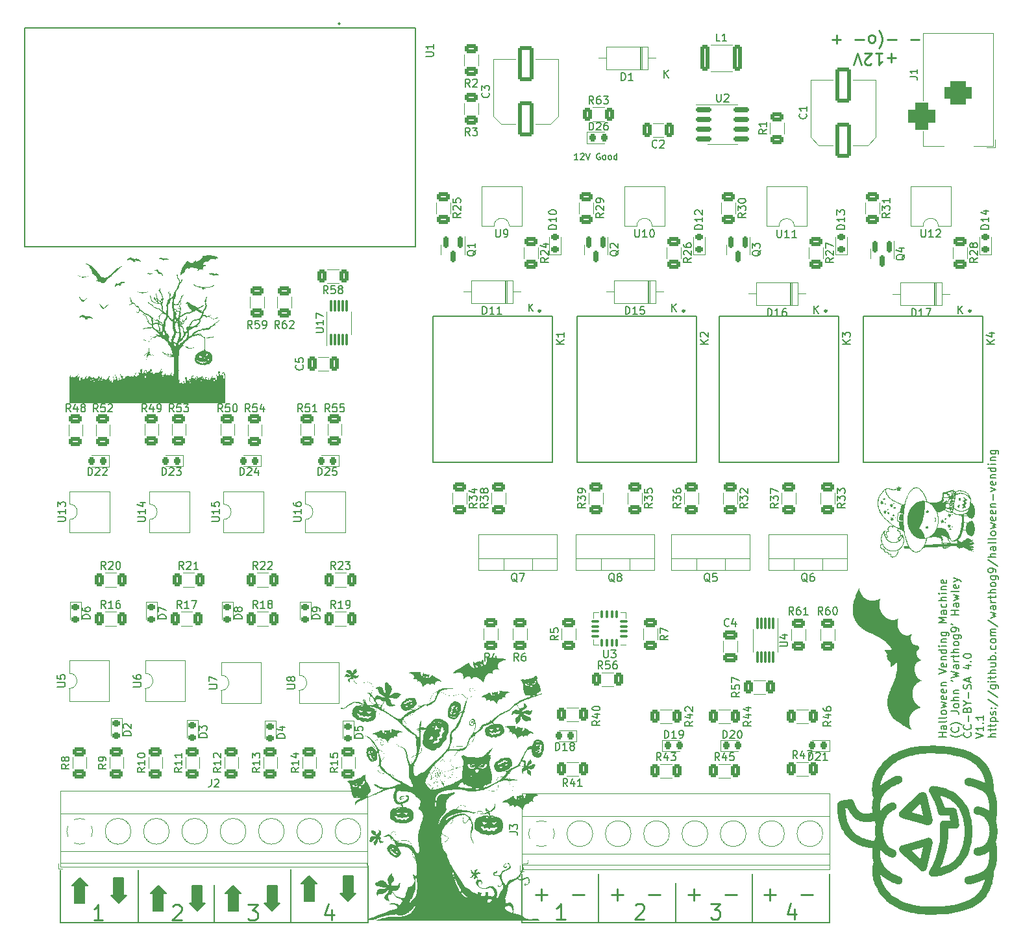
<source format=gbr>
%TF.GenerationSoftware,KiCad,Pcbnew,(6.0.9)*%
%TF.CreationDate,2022-12-27T14:16:05-08:00*%
%TF.ProjectId,halloween vending machine,68616c6c-6f77-4656-956e-2076656e6469,rev?*%
%TF.SameCoordinates,Original*%
%TF.FileFunction,Legend,Top*%
%TF.FilePolarity,Positive*%
%FSLAX46Y46*%
G04 Gerber Fmt 4.6, Leading zero omitted, Abs format (unit mm)*
G04 Created by KiCad (PCBNEW (6.0.9)) date 2022-12-27 14:16:05*
%MOMM*%
%LPD*%
G01*
G04 APERTURE LIST*
G04 Aperture macros list*
%AMRoundRect*
0 Rectangle with rounded corners*
0 $1 Rounding radius*
0 $2 $3 $4 $5 $6 $7 $8 $9 X,Y pos of 4 corners*
0 Add a 4 corners polygon primitive as box body*
4,1,4,$2,$3,$4,$5,$6,$7,$8,$9,$2,$3,0*
0 Add four circle primitives for the rounded corners*
1,1,$1+$1,$2,$3*
1,1,$1+$1,$4,$5*
1,1,$1+$1,$6,$7*
1,1,$1+$1,$8,$9*
0 Add four rect primitives between the rounded corners*
20,1,$1+$1,$2,$3,$4,$5,0*
20,1,$1+$1,$4,$5,$6,$7,0*
20,1,$1+$1,$6,$7,$8,$9,0*
20,1,$1+$1,$8,$9,$2,$3,0*%
G04 Aperture macros list end*
%ADD10C,0.152400*%
%ADD11C,0.000000*%
%ADD12C,0.254000*%
%ADD13C,0.150000*%
%ADD14C,0.127000*%
%ADD15C,0.300000*%
%ADD16C,0.120000*%
%ADD17C,0.200000*%
%ADD18R,1.980000X1.980000*%
%ADD19C,1.935000*%
%ADD20C,1.980000*%
%ADD21R,2.600000X2.600000*%
%ADD22C,2.600000*%
%ADD23RoundRect,0.250000X-0.625000X0.312500X-0.625000X-0.312500X0.625000X-0.312500X0.625000X0.312500X0*%
%ADD24RoundRect,0.218750X-0.218750X-0.256250X0.218750X-0.256250X0.218750X0.256250X-0.218750X0.256250X0*%
%ADD25RoundRect,0.250000X-0.312500X-0.625000X0.312500X-0.625000X0.312500X0.625000X-0.312500X0.625000X0*%
%ADD26RoundRect,0.218750X0.256250X-0.218750X0.256250X0.218750X-0.256250X0.218750X-0.256250X-0.218750X0*%
%ADD27RoundRect,0.250000X0.650000X-0.325000X0.650000X0.325000X-0.650000X0.325000X-0.650000X-0.325000X0*%
%ADD28R,1.600000X1.600000*%
%ADD29O,1.600000X1.600000*%
%ADD30RoundRect,0.250000X0.625000X-0.312500X0.625000X0.312500X-0.625000X0.312500X-0.625000X-0.312500X0*%
%ADD31RoundRect,0.075000X0.075000X-0.650000X0.075000X0.650000X-0.075000X0.650000X-0.075000X-0.650000X0*%
%ADD32RoundRect,0.218750X0.218750X0.256250X-0.218750X0.256250X-0.218750X-0.256250X0.218750X-0.256250X0*%
%ADD33RoundRect,0.150000X-0.150000X0.587500X-0.150000X-0.587500X0.150000X-0.587500X0.150000X0.587500X0*%
%ADD34RoundRect,0.087500X0.425000X0.087500X-0.425000X0.087500X-0.425000X-0.087500X0.425000X-0.087500X0*%
%ADD35RoundRect,0.087500X0.087500X0.425000X-0.087500X0.425000X-0.087500X-0.425000X0.087500X-0.425000X0*%
%ADD36R,2.100000X2.100000*%
%ADD37R,2.200000X2.200000*%
%ADD38O,2.200000X2.200000*%
%ADD39RoundRect,0.218750X-0.256250X0.218750X-0.256250X-0.218750X0.256250X-0.218750X0.256250X0.218750X0*%
%ADD40RoundRect,0.150000X-0.825000X-0.150000X0.825000X-0.150000X0.825000X0.150000X-0.825000X0.150000X0*%
%ADD41RoundRect,0.250001X0.799999X-1.999999X0.799999X1.999999X-0.799999X1.999999X-0.799999X-1.999999X0*%
%ADD42RoundRect,0.250000X0.325000X0.650000X-0.325000X0.650000X-0.325000X-0.650000X0.325000X-0.650000X0*%
%ADD43RoundRect,0.250000X0.312500X0.625000X-0.312500X0.625000X-0.312500X-0.625000X0.312500X-0.625000X0*%
%ADD44R,2.000000X2.000000*%
%ADD45C,2.000000*%
%ADD46R,1.905000X2.000000*%
%ADD47O,1.905000X2.000000*%
%ADD48RoundRect,0.250000X-0.312500X-1.450000X0.312500X-1.450000X0.312500X1.450000X-0.312500X1.450000X0*%
%ADD49R,3.500000X3.500000*%
%ADD50RoundRect,0.750000X-1.000000X0.750000X-1.000000X-0.750000X1.000000X-0.750000X1.000000X0.750000X0*%
%ADD51RoundRect,0.875000X-0.875000X0.875000X-0.875000X-0.875000X0.875000X-0.875000X0.875000X0.875000X0*%
%ADD52RoundRect,0.075000X-0.075000X0.650000X-0.075000X-0.650000X0.075000X-0.650000X0.075000X0.650000X0*%
G04 APERTURE END LIST*
D10*
X95885000Y-130556000D02*
X95885000Y-136906000D01*
D11*
G36*
X37172332Y-52139219D02*
G01*
X37176529Y-52147648D01*
X37178731Y-52151808D01*
X37181023Y-52155913D01*
X37183419Y-52159949D01*
X37185934Y-52163904D01*
X37188584Y-52167764D01*
X37191382Y-52171515D01*
X37194343Y-52175144D01*
X37197484Y-52178637D01*
X37200817Y-52181981D01*
X37204360Y-52185162D01*
X37209914Y-52186561D01*
X37215501Y-52187565D01*
X37221117Y-52188210D01*
X37226757Y-52188531D01*
X37232416Y-52188562D01*
X37238091Y-52188338D01*
X37243778Y-52187894D01*
X37249471Y-52187266D01*
X37260860Y-52185593D01*
X37272225Y-52183599D01*
X37283531Y-52181564D01*
X37294742Y-52179765D01*
X37305647Y-52186820D01*
X37310704Y-52189752D01*
X37315529Y-52192301D01*
X37320148Y-52194477D01*
X37324584Y-52196292D01*
X37328861Y-52197755D01*
X37333004Y-52198877D01*
X37337038Y-52199668D01*
X37340986Y-52200139D01*
X37344872Y-52200301D01*
X37348722Y-52200163D01*
X37352559Y-52199738D01*
X37356408Y-52199033D01*
X37360293Y-52198062D01*
X37364238Y-52196833D01*
X37372406Y-52193646D01*
X37381107Y-52189557D01*
X37390536Y-52184649D01*
X37400887Y-52179006D01*
X37425131Y-52165852D01*
X37439414Y-52158509D01*
X37455396Y-52150766D01*
X37519304Y-52169434D01*
X37535596Y-52174673D01*
X37551771Y-52180329D01*
X37567707Y-52186497D01*
X37583282Y-52193272D01*
X37598375Y-52200747D01*
X37612863Y-52209017D01*
X37619843Y-52213480D01*
X37626626Y-52218177D01*
X37633197Y-52223120D01*
X37639541Y-52228321D01*
X37645643Y-52233791D01*
X37651487Y-52239543D01*
X37657058Y-52245588D01*
X37662342Y-52251938D01*
X37667322Y-52258605D01*
X37671984Y-52265600D01*
X37676313Y-52272936D01*
X37680292Y-52280624D01*
X37667065Y-52281344D01*
X37660453Y-52281533D01*
X37653850Y-52281583D01*
X37647264Y-52281477D01*
X37640700Y-52281197D01*
X37634165Y-52280724D01*
X37627666Y-52280042D01*
X37621210Y-52279131D01*
X37614802Y-52277974D01*
X37608449Y-52276553D01*
X37602157Y-52274849D01*
X37595934Y-52272846D01*
X37589786Y-52270524D01*
X37583719Y-52267867D01*
X37577740Y-52264855D01*
X37574180Y-52263319D01*
X37570625Y-52262054D01*
X37567075Y-52261044D01*
X37563528Y-52260273D01*
X37559984Y-52259727D01*
X37556443Y-52259389D01*
X37552905Y-52259245D01*
X37549369Y-52259277D01*
X37542301Y-52259812D01*
X37535237Y-52260868D01*
X37528173Y-52262322D01*
X37521106Y-52264048D01*
X37506951Y-52267818D01*
X37499855Y-52269612D01*
X37492744Y-52271180D01*
X37485614Y-52272396D01*
X37478461Y-52273136D01*
X37474875Y-52273288D01*
X37471283Y-52273274D01*
X37467683Y-52273079D01*
X37464075Y-52272686D01*
X37460107Y-52272770D01*
X37456037Y-52272664D01*
X37447689Y-52272113D01*
X37439230Y-52271494D01*
X37435021Y-52271304D01*
X37430857Y-52271271D01*
X37426764Y-52271452D01*
X37422766Y-52271906D01*
X37420811Y-52272253D01*
X37418888Y-52272690D01*
X37417002Y-52273224D01*
X37415155Y-52273862D01*
X37413351Y-52274612D01*
X37411591Y-52275480D01*
X37409881Y-52276474D01*
X37408222Y-52277602D01*
X37406617Y-52278869D01*
X37405070Y-52280285D01*
X37403584Y-52281855D01*
X37402162Y-52283587D01*
X37402307Y-52284916D01*
X37402519Y-52286224D01*
X37402797Y-52287511D01*
X37403137Y-52288779D01*
X37403537Y-52290028D01*
X37403992Y-52291259D01*
X37404500Y-52292473D01*
X37405059Y-52293669D01*
X37405664Y-52294850D01*
X37406313Y-52296016D01*
X37407731Y-52298304D01*
X37409288Y-52300540D01*
X37410961Y-52302730D01*
X37412723Y-52304878D01*
X37414552Y-52306991D01*
X37418311Y-52311135D01*
X37422042Y-52315207D01*
X37423837Y-52317230D01*
X37425552Y-52319253D01*
X37419410Y-52320160D01*
X37413356Y-52321417D01*
X37407431Y-52323027D01*
X37401679Y-52324996D01*
X37396142Y-52327328D01*
X37393467Y-52328631D01*
X37390862Y-52330026D01*
X37388333Y-52331515D01*
X37385884Y-52333097D01*
X37383520Y-52334773D01*
X37381248Y-52336544D01*
X37379072Y-52338409D01*
X37376998Y-52340371D01*
X37375031Y-52342429D01*
X37373176Y-52344584D01*
X37371439Y-52346836D01*
X37369825Y-52349186D01*
X37368340Y-52351635D01*
X37366988Y-52354183D01*
X37365776Y-52356831D01*
X37364708Y-52359578D01*
X37363789Y-52362427D01*
X37363026Y-52365377D01*
X37362423Y-52368429D01*
X37361985Y-52371583D01*
X37361719Y-52374841D01*
X37361629Y-52378202D01*
X37356489Y-52373783D01*
X37351160Y-52369876D01*
X37345656Y-52366458D01*
X37339991Y-52363506D01*
X37334179Y-52360996D01*
X37328234Y-52358905D01*
X37322170Y-52357209D01*
X37316002Y-52355885D01*
X37309743Y-52354909D01*
X37303408Y-52354259D01*
X37297010Y-52353910D01*
X37290564Y-52353839D01*
X37284084Y-52354023D01*
X37277584Y-52354439D01*
X37271078Y-52355063D01*
X37264581Y-52355871D01*
X37266970Y-52345731D01*
X37269488Y-52335631D01*
X37274634Y-52315549D01*
X37264357Y-52310187D01*
X37255537Y-52305261D01*
X37240992Y-52296488D01*
X37228445Y-52288765D01*
X37222122Y-52285151D01*
X37215340Y-52281625D01*
X37207780Y-52278130D01*
X37199123Y-52274606D01*
X37189050Y-52270996D01*
X37177240Y-52267241D01*
X37163375Y-52263284D01*
X37147135Y-52259065D01*
X37128201Y-52254529D01*
X37106254Y-52249615D01*
X37103182Y-52250506D01*
X37100193Y-52251529D01*
X37097284Y-52252676D01*
X37094449Y-52253941D01*
X37091684Y-52255315D01*
X37088985Y-52256793D01*
X37086347Y-52258367D01*
X37083766Y-52260031D01*
X37078756Y-52263598D01*
X37073919Y-52267439D01*
X37069220Y-52271497D01*
X37064622Y-52275716D01*
X37046529Y-52293087D01*
X37041901Y-52297274D01*
X37037160Y-52301286D01*
X37032270Y-52305068D01*
X37027195Y-52308564D01*
X37023436Y-52309396D01*
X37019661Y-52310115D01*
X37015874Y-52310729D01*
X37012074Y-52311248D01*
X37004446Y-52312041D01*
X36996794Y-52312572D01*
X36989132Y-52312920D01*
X36981475Y-52313163D01*
X36966235Y-52313644D01*
X36968438Y-52304672D01*
X36971070Y-52295968D01*
X36974112Y-52287524D01*
X36977547Y-52279334D01*
X36981359Y-52271388D01*
X36985531Y-52263681D01*
X36990045Y-52256204D01*
X36994884Y-52248950D01*
X37000032Y-52241911D01*
X37005471Y-52235081D01*
X37017154Y-52222014D01*
X37029799Y-52209690D01*
X37043268Y-52198047D01*
X37057425Y-52187028D01*
X37072135Y-52176571D01*
X37087260Y-52166617D01*
X37102665Y-52157107D01*
X37133768Y-52139175D01*
X37164355Y-52122297D01*
X37172332Y-52139219D01*
G37*
D10*
G36*
X44132500Y-134302500D02*
G01*
X44513500Y-134302500D01*
X43497500Y-135318500D01*
X42481500Y-134302500D01*
X42862500Y-134302500D01*
X42862500Y-132016500D01*
X44132500Y-132016500D01*
X44132500Y-134302500D01*
G37*
X44132500Y-134302500D02*
X44513500Y-134302500D01*
X43497500Y-135318500D01*
X42481500Y-134302500D01*
X42862500Y-134302500D01*
X42862500Y-132016500D01*
X44132500Y-132016500D01*
X44132500Y-134302500D01*
D11*
G36*
X38883930Y-50164892D02*
G01*
X38892599Y-50165615D01*
X38901033Y-50166790D01*
X38909245Y-50168389D01*
X38917248Y-50170386D01*
X38925055Y-50172754D01*
X38932679Y-50175467D01*
X38940131Y-50178497D01*
X38947426Y-50181817D01*
X38954575Y-50185401D01*
X38961592Y-50189222D01*
X38975279Y-50197468D01*
X38988588Y-50206338D01*
X39040088Y-50243774D01*
X39053038Y-50252547D01*
X39066222Y-50260656D01*
X39072934Y-50264395D01*
X39079742Y-50267887D01*
X39086659Y-50271105D01*
X39093699Y-50274024D01*
X39095630Y-50240845D01*
X39096616Y-50224256D01*
X39097720Y-50207666D01*
X39102210Y-50207731D01*
X39106709Y-50207848D01*
X39111219Y-50208020D01*
X39115739Y-50208248D01*
X39120268Y-50208536D01*
X39124808Y-50208887D01*
X39129357Y-50209301D01*
X39133916Y-50209783D01*
X39137111Y-50215149D01*
X39140400Y-50220467D01*
X39147132Y-50231042D01*
X39153844Y-50241677D01*
X39157109Y-50247069D01*
X39160269Y-50252539D01*
X39163513Y-50253419D01*
X39166697Y-50254062D01*
X39169826Y-50254481D01*
X39172902Y-50254689D01*
X39175930Y-50254698D01*
X39178912Y-50254522D01*
X39181853Y-50254172D01*
X39184755Y-50253662D01*
X39187622Y-50253005D01*
X39190458Y-50252212D01*
X39196050Y-50250272D01*
X39201557Y-50247944D01*
X39207008Y-50245330D01*
X39217852Y-50239648D01*
X39223301Y-50236784D01*
X39228805Y-50234040D01*
X39234391Y-50231517D01*
X39240087Y-50229317D01*
X39242985Y-50228370D01*
X39245921Y-50227542D01*
X39248898Y-50226845D01*
X39251921Y-50226293D01*
X39253944Y-50250648D01*
X39256048Y-50275082D01*
X39263813Y-50275044D01*
X39271497Y-50274593D01*
X39279104Y-50273759D01*
X39286641Y-50272572D01*
X39301528Y-50269263D01*
X39316206Y-50264907D01*
X39330722Y-50259747D01*
X39345124Y-50254025D01*
X39373775Y-50241864D01*
X39388119Y-50235909D01*
X39402540Y-50230362D01*
X39417084Y-50225465D01*
X39431800Y-50221459D01*
X39439236Y-50219867D01*
X39446734Y-50218588D01*
X39454298Y-50217653D01*
X39461935Y-50217093D01*
X39469650Y-50216937D01*
X39477450Y-50217217D01*
X39485340Y-50217962D01*
X39493327Y-50219202D01*
X39495499Y-50223955D01*
X39497724Y-50228691D01*
X39502310Y-50238120D01*
X39507034Y-50247509D01*
X39511847Y-50256879D01*
X39546505Y-50267265D01*
X39573345Y-50274413D01*
X39593483Y-50278897D01*
X39608033Y-50281288D01*
X39618108Y-50282161D01*
X39624823Y-50282086D01*
X39632630Y-50281390D01*
X39635950Y-50281913D01*
X39640367Y-50283781D01*
X39656949Y-50293842D01*
X39752301Y-50355304D01*
X39757910Y-50360519D01*
X39763803Y-50365672D01*
X39776094Y-50375941D01*
X39788474Y-50386409D01*
X39794478Y-50391810D01*
X39800243Y-50397372D01*
X39805681Y-50403133D01*
X39810703Y-50409130D01*
X39813032Y-50412228D01*
X39815224Y-50415399D01*
X39817268Y-50418648D01*
X39819154Y-50421979D01*
X39820871Y-50425396D01*
X39822408Y-50428905D01*
X39823753Y-50432511D01*
X39824897Y-50436217D01*
X39825827Y-50440028D01*
X39826533Y-50443949D01*
X39827005Y-50447986D01*
X39827231Y-50452141D01*
X39818256Y-50450570D01*
X39809237Y-50448697D01*
X39791089Y-50444414D01*
X39772841Y-50440028D01*
X39763698Y-50438028D01*
X39754550Y-50436279D01*
X39745404Y-50434874D01*
X39736268Y-50433904D01*
X39727147Y-50433463D01*
X39718050Y-50433642D01*
X39708983Y-50434533D01*
X39704462Y-50435275D01*
X39699952Y-50436229D01*
X39695452Y-50437408D01*
X39690964Y-50438822D01*
X39686489Y-50440484D01*
X39682027Y-50442404D01*
X39678137Y-50443799D01*
X39674245Y-50445438D01*
X39670348Y-50447257D01*
X39666444Y-50449191D01*
X39658607Y-50453142D01*
X39654668Y-50455030D01*
X39650713Y-50456771D01*
X39646740Y-50458302D01*
X39642745Y-50459557D01*
X39640740Y-50460061D01*
X39638728Y-50460471D01*
X39636710Y-50460779D01*
X39634685Y-50460978D01*
X39632653Y-50461059D01*
X39630614Y-50461015D01*
X39628567Y-50460836D01*
X39626512Y-50460514D01*
X39624450Y-50460043D01*
X39622378Y-50459413D01*
X39620299Y-50458616D01*
X39618210Y-50457645D01*
X39611910Y-50455266D01*
X39605556Y-50452708D01*
X39592707Y-50447385D01*
X39586222Y-50444783D01*
X39579704Y-50442330D01*
X39573158Y-50440108D01*
X39566589Y-50438198D01*
X39560004Y-50436682D01*
X39553405Y-50435643D01*
X39550103Y-50435327D01*
X39546801Y-50435162D01*
X39543497Y-50435156D01*
X39540194Y-50435320D01*
X39536892Y-50435665D01*
X39533591Y-50436201D01*
X39530293Y-50436937D01*
X39526997Y-50437885D01*
X39523706Y-50439054D01*
X39520418Y-50440455D01*
X39517135Y-50442097D01*
X39513858Y-50443992D01*
X39511399Y-50444529D01*
X39509020Y-50445238D01*
X39506715Y-50446107D01*
X39504478Y-50447121D01*
X39502304Y-50448269D01*
X39500188Y-50449536D01*
X39498124Y-50450910D01*
X39496106Y-50452378D01*
X39492188Y-50455541D01*
X39488391Y-50458921D01*
X39480983Y-50465913D01*
X39477284Y-50469314D01*
X39473530Y-50472512D01*
X39471619Y-50474002D01*
X39469677Y-50475403D01*
X39467700Y-50476700D01*
X39465682Y-50477880D01*
X39463617Y-50478931D01*
X39461500Y-50479840D01*
X39459325Y-50480593D01*
X39457087Y-50481177D01*
X39454780Y-50481579D01*
X39452400Y-50481786D01*
X39449939Y-50481785D01*
X39447394Y-50481563D01*
X39436217Y-50474695D01*
X39425033Y-50468365D01*
X39413864Y-50462577D01*
X39402730Y-50457334D01*
X39391649Y-50452641D01*
X39380644Y-50448501D01*
X39369733Y-50444917D01*
X39358936Y-50441894D01*
X39348274Y-50439436D01*
X39337767Y-50437545D01*
X39327434Y-50436227D01*
X39317297Y-50435484D01*
X39307374Y-50435320D01*
X39297685Y-50435740D01*
X39288252Y-50436746D01*
X39279094Y-50438343D01*
X39270230Y-50440535D01*
X39261682Y-50443324D01*
X39253468Y-50446716D01*
X39245610Y-50450713D01*
X39238127Y-50455319D01*
X39231039Y-50460539D01*
X39224366Y-50466376D01*
X39218129Y-50472833D01*
X39212346Y-50479914D01*
X39207040Y-50487624D01*
X39202228Y-50495966D01*
X39197932Y-50504944D01*
X39194171Y-50514560D01*
X39190966Y-50524821D01*
X39188337Y-50535728D01*
X39186303Y-50547286D01*
X39179013Y-50543088D01*
X39166979Y-50537139D01*
X39150826Y-50530102D01*
X39131177Y-50522644D01*
X39120237Y-50518964D01*
X39108656Y-50515427D01*
X39096513Y-50512118D01*
X39083886Y-50509119D01*
X39070852Y-50506512D01*
X39057490Y-50504382D01*
X39043878Y-50502811D01*
X39030093Y-50501883D01*
X39031351Y-50499061D01*
X39032663Y-50496269D01*
X39035433Y-50490766D01*
X39038373Y-50485354D01*
X39041457Y-50480015D01*
X39044654Y-50474731D01*
X39047937Y-50469483D01*
X39054646Y-50459021D01*
X39050746Y-50453002D01*
X39046334Y-50447514D01*
X39041445Y-50442534D01*
X39036119Y-50438038D01*
X39030390Y-50434002D01*
X39024297Y-50430402D01*
X39017877Y-50427215D01*
X39011167Y-50424416D01*
X39004203Y-50421983D01*
X38997023Y-50419892D01*
X38989664Y-50418118D01*
X38982163Y-50416638D01*
X38966883Y-50414466D01*
X38951479Y-50413184D01*
X38936248Y-50412604D01*
X38921487Y-50412536D01*
X38894560Y-50413176D01*
X38873068Y-50413584D01*
X38865102Y-50413227D01*
X38859384Y-50412242D01*
X38824531Y-50380250D01*
X38802085Y-50359965D01*
X38794112Y-50353458D01*
X38787558Y-50348971D01*
X38784638Y-50347390D01*
X38781862Y-50346202D01*
X38779160Y-50345367D01*
X38776462Y-50344849D01*
X38770797Y-50344610D01*
X38764307Y-50345182D01*
X38746606Y-50347554D01*
X38734273Y-50348749D01*
X38718869Y-50349546D01*
X38699835Y-50349645D01*
X38676609Y-50348742D01*
X38626463Y-50316085D01*
X38618976Y-50311650D01*
X38612484Y-50308370D01*
X38606475Y-50306075D01*
X38600437Y-50304595D01*
X38593857Y-50303763D01*
X38586224Y-50303409D01*
X38565746Y-50303458D01*
X38534904Y-50303392D01*
X38514317Y-50302893D01*
X38489601Y-50301858D01*
X38490243Y-50299234D01*
X38491554Y-50296301D01*
X38496098Y-50289615D01*
X38503061Y-50282013D01*
X38512273Y-50273706D01*
X38523561Y-50264909D01*
X38536754Y-50255833D01*
X38551680Y-50246691D01*
X38568167Y-50237697D01*
X38586044Y-50229061D01*
X38605138Y-50220999D01*
X38625279Y-50213721D01*
X38646294Y-50207441D01*
X38668012Y-50202372D01*
X38690261Y-50198726D01*
X38712869Y-50196716D01*
X38724254Y-50196390D01*
X38735665Y-50196554D01*
X38766482Y-50196962D01*
X38797339Y-50197123D01*
X38828235Y-50196866D01*
X38843699Y-50196529D01*
X38859172Y-50196025D01*
X38865839Y-50164910D01*
X38875015Y-50164648D01*
X38883930Y-50164892D01*
G37*
G36*
X82007643Y-107127004D02*
G01*
X82002231Y-107097051D01*
X81997489Y-107067003D01*
X81993440Y-107036868D01*
X81990105Y-107006656D01*
X81987503Y-106976375D01*
X81985656Y-106946035D01*
X81984586Y-106915644D01*
X81984312Y-106885211D01*
X81984856Y-106854745D01*
X81986239Y-106824255D01*
X81988481Y-106793751D01*
X82004026Y-106807113D01*
X82019376Y-106820734D01*
X82049899Y-106848289D01*
X82065276Y-106861993D01*
X82080867Y-106875496D01*
X82096774Y-106888683D01*
X82104878Y-106895122D01*
X82113099Y-106901438D01*
X82119026Y-106901444D01*
X82124904Y-106901176D01*
X82130734Y-106900647D01*
X82136521Y-106899874D01*
X82147974Y-106897654D01*
X82159288Y-106894637D01*
X82170486Y-106890941D01*
X82181591Y-106886689D01*
X82192627Y-106882001D01*
X82203618Y-106876996D01*
X82247602Y-106856230D01*
X82258721Y-106851455D01*
X82269936Y-106847086D01*
X82281272Y-106843245D01*
X82292752Y-106840053D01*
X82301561Y-106836929D01*
X82310424Y-106834238D01*
X82328296Y-106830042D01*
X82346341Y-106827239D01*
X82364528Y-106825607D01*
X82382831Y-106824920D01*
X82401219Y-106824955D01*
X82438140Y-106826294D01*
X82475060Y-106827831D01*
X82493449Y-106828114D01*
X82511751Y-106827774D01*
X82529939Y-106826588D01*
X82547984Y-106824332D01*
X82565856Y-106820780D01*
X82574719Y-106818449D01*
X82583528Y-106815711D01*
X82590756Y-106809104D01*
X82597768Y-106802293D01*
X82604586Y-106795299D01*
X82611230Y-106788141D01*
X82617721Y-106780839D01*
X82624078Y-106773412D01*
X82636476Y-106758264D01*
X82660581Y-106727344D01*
X82672616Y-106711889D01*
X82684860Y-106696648D01*
X82697122Y-106753290D01*
X82708428Y-106810106D01*
X82718667Y-106867095D01*
X82727727Y-106924258D01*
X82735497Y-106981594D01*
X82741864Y-107039104D01*
X82746718Y-107096787D01*
X82749946Y-107154644D01*
X82764939Y-107143961D01*
X82779307Y-107132713D01*
X82793053Y-107120923D01*
X82806175Y-107108614D01*
X82830554Y-107082532D01*
X82852450Y-107054650D01*
X82871868Y-107025151D01*
X82888815Y-106994219D01*
X82903294Y-106962036D01*
X82915313Y-106928786D01*
X82924876Y-106894653D01*
X82931989Y-106859819D01*
X82936657Y-106824469D01*
X82938885Y-106788784D01*
X82938680Y-106752950D01*
X82936046Y-106717148D01*
X82930988Y-106681562D01*
X82923514Y-106646377D01*
X82995933Y-106641870D01*
X83032305Y-106640396D01*
X83068674Y-106640093D01*
X83086831Y-106640534D01*
X83104956Y-106641452D01*
X83123038Y-106642908D01*
X83141067Y-106644963D01*
X83159033Y-106647678D01*
X83176924Y-106651115D01*
X83194731Y-106655335D01*
X83212443Y-106660399D01*
X83275941Y-106678394D01*
X83319492Y-106691019D01*
X83363406Y-106702447D01*
X83407649Y-106712597D01*
X83452187Y-106721389D01*
X83496986Y-106728743D01*
X83542012Y-106734577D01*
X83587229Y-106738811D01*
X83632605Y-106741365D01*
X83648477Y-106740836D01*
X83672627Y-106739888D01*
X83697026Y-106739412D01*
X83721624Y-106739382D01*
X83746371Y-106739775D01*
X83801469Y-106742194D01*
X83856703Y-106745431D01*
X83911887Y-106750008D01*
X83966836Y-106756445D01*
X83994164Y-106760524D01*
X84021363Y-106765263D01*
X84048411Y-106770728D01*
X84075283Y-106776984D01*
X84101957Y-106784095D01*
X84128410Y-106792127D01*
X84154617Y-106801144D01*
X84180557Y-106811213D01*
X84190123Y-106815221D01*
X84199603Y-106819310D01*
X84218454Y-106827752D01*
X84237405Y-106836591D01*
X84256753Y-106845876D01*
X84308081Y-106881597D01*
X84225518Y-106891512D01*
X84183667Y-106897780D01*
X84141733Y-106905164D01*
X84099939Y-106913846D01*
X84058507Y-106924006D01*
X84017659Y-106935828D01*
X83977618Y-106949493D01*
X83938607Y-106965183D01*
X83900847Y-106983079D01*
X83864562Y-107003364D01*
X83847041Y-107014458D01*
X83829973Y-107026218D01*
X83813384Y-107038666D01*
X83797303Y-107051824D01*
X83781758Y-107065716D01*
X83766775Y-107080364D01*
X83752384Y-107095791D01*
X83738611Y-107112019D01*
X83725485Y-107129072D01*
X83713034Y-107146972D01*
X83703843Y-107170266D01*
X83696456Y-107193788D01*
X83690790Y-107217498D01*
X83686764Y-107241358D01*
X83684296Y-107265327D01*
X83683304Y-107289368D01*
X83683706Y-107313440D01*
X83685421Y-107337505D01*
X83688367Y-107361523D01*
X83692461Y-107385456D01*
X83697623Y-107409264D01*
X83703771Y-107432908D01*
X83710821Y-107456349D01*
X83718694Y-107479548D01*
X83727307Y-107502465D01*
X83736578Y-107525062D01*
X83696879Y-107514256D01*
X83676886Y-107509495D01*
X83656811Y-107505197D01*
X83636663Y-107501386D01*
X83616452Y-107498090D01*
X83596187Y-107495334D01*
X83575879Y-107493145D01*
X83555536Y-107491547D01*
X83535169Y-107490568D01*
X83514787Y-107490233D01*
X83494400Y-107490568D01*
X83474017Y-107491600D01*
X83453649Y-107493353D01*
X83433305Y-107495854D01*
X83412994Y-107499130D01*
X83401168Y-107502106D01*
X83389799Y-107505710D01*
X83378892Y-107509918D01*
X83368447Y-107514705D01*
X83358467Y-107520047D01*
X83348955Y-107525918D01*
X83339913Y-107532295D01*
X83331343Y-107539152D01*
X83323249Y-107546466D01*
X83315631Y-107554211D01*
X83308493Y-107562363D01*
X83301836Y-107570898D01*
X83295664Y-107579790D01*
X83289979Y-107589016D01*
X83284782Y-107598551D01*
X83280077Y-107608370D01*
X83275866Y-107618449D01*
X83272151Y-107628763D01*
X83268934Y-107639287D01*
X83266218Y-107649997D01*
X83264005Y-107660869D01*
X83262298Y-107671878D01*
X83261099Y-107682998D01*
X83260410Y-107694207D01*
X83260234Y-107705479D01*
X83260573Y-107716789D01*
X83261430Y-107728113D01*
X83262806Y-107739427D01*
X83264705Y-107750706D01*
X83267128Y-107761925D01*
X83270078Y-107773060D01*
X83273558Y-107784086D01*
X83263840Y-107775718D01*
X83253801Y-107767831D01*
X83243460Y-107760428D01*
X83232839Y-107753514D01*
X83221957Y-107747091D01*
X83210836Y-107741163D01*
X83199497Y-107735733D01*
X83187959Y-107730805D01*
X83164371Y-107722470D01*
X83140238Y-107716183D01*
X83115725Y-107711974D01*
X83090998Y-107709871D01*
X83078605Y-107709617D01*
X83066221Y-107709900D01*
X83053865Y-107710724D01*
X83041559Y-107712091D01*
X83029323Y-107714005D01*
X83017178Y-107716470D01*
X83005144Y-107719490D01*
X82993242Y-107723067D01*
X82981493Y-107727205D01*
X82969918Y-107731908D01*
X82958536Y-107737179D01*
X82947369Y-107743022D01*
X82936437Y-107749440D01*
X82925761Y-107756436D01*
X82915362Y-107764015D01*
X82905260Y-107772179D01*
X82872134Y-107800459D01*
X82840916Y-107830639D01*
X82811598Y-107862586D01*
X82784170Y-107896165D01*
X82758625Y-107931244D01*
X82734953Y-107967688D01*
X82713146Y-108005364D01*
X82693196Y-108044138D01*
X82675093Y-108083876D01*
X82658830Y-108124445D01*
X82644398Y-108165710D01*
X82631788Y-108207539D01*
X82620992Y-108249797D01*
X82612001Y-108292351D01*
X82604807Y-108335066D01*
X82599400Y-108377810D01*
X82579042Y-108338389D01*
X82556982Y-108299685D01*
X82533257Y-108261826D01*
X82507901Y-108224939D01*
X82480950Y-108189154D01*
X82452439Y-108154597D01*
X82422403Y-108121396D01*
X82390878Y-108089680D01*
X82357898Y-108059576D01*
X82323500Y-108031212D01*
X82287718Y-108004717D01*
X82250587Y-107980217D01*
X82212144Y-107957841D01*
X82172423Y-107937717D01*
X82131459Y-107919972D01*
X82089288Y-107904735D01*
X82077344Y-107901593D01*
X82065428Y-107899005D01*
X82053550Y-107896963D01*
X82041717Y-107895456D01*
X82029940Y-107894475D01*
X82018225Y-107894011D01*
X82006583Y-107894054D01*
X81995021Y-107894594D01*
X81983548Y-107895623D01*
X81972173Y-107897130D01*
X81960904Y-107899105D01*
X81949750Y-107901540D01*
X81938720Y-107904425D01*
X81927823Y-107907750D01*
X81917066Y-107911506D01*
X81906458Y-107915683D01*
X81896009Y-107920271D01*
X81885727Y-107925262D01*
X81875620Y-107930645D01*
X81865696Y-107936411D01*
X81855966Y-107942550D01*
X81846437Y-107949054D01*
X81837118Y-107955912D01*
X81828017Y-107963114D01*
X81819144Y-107970652D01*
X81810506Y-107978515D01*
X81802113Y-107986695D01*
X81793972Y-107995181D01*
X81778485Y-108013036D01*
X81764114Y-108032002D01*
X81749550Y-107977687D01*
X81745571Y-107963893D01*
X81741247Y-107950229D01*
X81736472Y-107936802D01*
X81731141Y-107923720D01*
X81725150Y-107911090D01*
X81721874Y-107904979D01*
X81718394Y-107899021D01*
X81714696Y-107893231D01*
X81710767Y-107887621D01*
X81706594Y-107882204D01*
X81702164Y-107876996D01*
X81697464Y-107872008D01*
X81692481Y-107867255D01*
X81687201Y-107862749D01*
X81681612Y-107858505D01*
X81675700Y-107854535D01*
X81669453Y-107850854D01*
X81662856Y-107847475D01*
X81655897Y-107844410D01*
X81649489Y-107840936D01*
X81643016Y-107837797D01*
X81636482Y-107834982D01*
X81629892Y-107832479D01*
X81616553Y-107828363D01*
X81603030Y-107825356D01*
X81589353Y-107823365D01*
X81575550Y-107822295D01*
X81561650Y-107822055D01*
X81547684Y-107822549D01*
X81533681Y-107823685D01*
X81519670Y-107825370D01*
X81505680Y-107827510D01*
X81491742Y-107830011D01*
X81464136Y-107835725D01*
X81437086Y-107841765D01*
X81410979Y-107853762D01*
X81385234Y-107866503D01*
X81359842Y-107879939D01*
X81334795Y-107894020D01*
X81310081Y-107908695D01*
X81285693Y-107923917D01*
X81261621Y-107939634D01*
X81237855Y-107955797D01*
X81239564Y-107910844D01*
X81239819Y-107888047D01*
X81239522Y-107865153D01*
X81238560Y-107842250D01*
X81236819Y-107819425D01*
X81234187Y-107796765D01*
X81230548Y-107774360D01*
X81225790Y-107752295D01*
X81219800Y-107730660D01*
X81212463Y-107709540D01*
X81203666Y-107689024D01*
X81198684Y-107679020D01*
X81193295Y-107669200D01*
X81187484Y-107659575D01*
X81181238Y-107650155D01*
X81174541Y-107640952D01*
X81167379Y-107631977D01*
X81159739Y-107623240D01*
X81151607Y-107614752D01*
X81139883Y-107602723D01*
X81127745Y-107591473D01*
X81115211Y-107580978D01*
X81102301Y-107571216D01*
X81089033Y-107562163D01*
X81075428Y-107553795D01*
X81047281Y-107539019D01*
X81018013Y-107526700D01*
X80987778Y-107516650D01*
X80956730Y-107508680D01*
X80925022Y-107502601D01*
X80892810Y-107498223D01*
X80860245Y-107495360D01*
X80827484Y-107493821D01*
X80794678Y-107493418D01*
X80761982Y-107493962D01*
X80729551Y-107495265D01*
X80666095Y-107499391D01*
X80643537Y-107504893D01*
X80620920Y-107510112D01*
X80575573Y-107519865D01*
X80530175Y-107528972D01*
X80484852Y-107537758D01*
X80492244Y-107528841D01*
X80501124Y-107518014D01*
X80517395Y-107498071D01*
X80530639Y-107482511D01*
X80544273Y-107467293D01*
X80558290Y-107452430D01*
X80572683Y-107437935D01*
X80587445Y-107423822D01*
X80602569Y-107410104D01*
X80618048Y-107396793D01*
X80633876Y-107383903D01*
X80650044Y-107371447D01*
X80666546Y-107359438D01*
X80683376Y-107347890D01*
X80700526Y-107336816D01*
X80717988Y-107326228D01*
X80735757Y-107316140D01*
X80753826Y-107306566D01*
X80772186Y-107297517D01*
X80778079Y-107294379D01*
X80784043Y-107291311D01*
X80790074Y-107288312D01*
X80796169Y-107285378D01*
X80802326Y-107282506D01*
X80808541Y-107279693D01*
X80814812Y-107276936D01*
X80821136Y-107274231D01*
X81049275Y-107183844D01*
X81105720Y-107159875D01*
X81161359Y-107134148D01*
X81188788Y-107120437D01*
X81215908Y-107106059D01*
X81242684Y-107090939D01*
X81269081Y-107075002D01*
X81320662Y-107039981D01*
X81373118Y-107005967D01*
X81426604Y-106973572D01*
X81453781Y-106958171D01*
X81481274Y-106943405D01*
X81509101Y-106929348D01*
X81537283Y-106916078D01*
X81565839Y-106903671D01*
X81594788Y-106892202D01*
X81624149Y-106881749D01*
X81653941Y-106872388D01*
X81684185Y-106864196D01*
X81714900Y-106857248D01*
X81716364Y-106875103D01*
X81718518Y-106892839D01*
X81721348Y-106910436D01*
X81724843Y-106927876D01*
X81728991Y-106945138D01*
X81733780Y-106962205D01*
X81739197Y-106979057D01*
X81745232Y-106995676D01*
X81751872Y-107012041D01*
X81759105Y-107028135D01*
X81766919Y-107043939D01*
X81775302Y-107059432D01*
X81784242Y-107074597D01*
X81793727Y-107089414D01*
X81803746Y-107103865D01*
X81814286Y-107117930D01*
X81825335Y-107131590D01*
X81836881Y-107144827D01*
X81848913Y-107157621D01*
X81861418Y-107169953D01*
X81874385Y-107181805D01*
X81887801Y-107193157D01*
X81901654Y-107203991D01*
X81915933Y-107214287D01*
X81930625Y-107224027D01*
X81945719Y-107233191D01*
X81961203Y-107241760D01*
X81977064Y-107249716D01*
X81993291Y-107257040D01*
X82009872Y-107263711D01*
X82026794Y-107269713D01*
X82044046Y-107275025D01*
X82027701Y-107216201D01*
X82013996Y-107158081D01*
X82083734Y-107158081D01*
X82172630Y-107150408D01*
X82172607Y-107154814D01*
X82172438Y-107159100D01*
X82172123Y-107163266D01*
X82171663Y-107167313D01*
X82171057Y-107171240D01*
X82170305Y-107175048D01*
X82169407Y-107178736D01*
X82168364Y-107182305D01*
X82167175Y-107185753D01*
X82165840Y-107189082D01*
X82164360Y-107192291D01*
X82162734Y-107195380D01*
X82160962Y-107198349D01*
X82159044Y-107201198D01*
X82156981Y-107203927D01*
X82154772Y-107206535D01*
X82152417Y-107209024D01*
X82149916Y-107211393D01*
X82147270Y-107213641D01*
X82144478Y-107215769D01*
X82141540Y-107217776D01*
X82138457Y-107219663D01*
X82135227Y-107221430D01*
X82131852Y-107223076D01*
X82128331Y-107224602D01*
X82124665Y-107226007D01*
X82120852Y-107227292D01*
X82116894Y-107228455D01*
X82112791Y-107229499D01*
X82108541Y-107230421D01*
X82099605Y-107231903D01*
X82113610Y-107239335D01*
X82128152Y-107246810D01*
X82135582Y-107250314D01*
X82143097Y-107253529D01*
X82150678Y-107256355D01*
X82158311Y-107258692D01*
X82165977Y-107260439D01*
X82169818Y-107261061D01*
X82173661Y-107261498D01*
X82177504Y-107261737D01*
X82181346Y-107261767D01*
X82185183Y-107261574D01*
X82189014Y-107261147D01*
X82192837Y-107260472D01*
X82196650Y-107259538D01*
X82200451Y-107258331D01*
X82204237Y-107256839D01*
X82208007Y-107255051D01*
X82211758Y-107252952D01*
X82215489Y-107250531D01*
X82219197Y-107247775D01*
X82225593Y-107245412D01*
X82231535Y-107242560D01*
X82237027Y-107239254D01*
X82242071Y-107235528D01*
X82246670Y-107231417D01*
X82250826Y-107226954D01*
X82254542Y-107222174D01*
X82257820Y-107217111D01*
X82260664Y-107211799D01*
X82263075Y-107206272D01*
X82265056Y-107200565D01*
X82266611Y-107194711D01*
X82267741Y-107188746D01*
X82268449Y-107182703D01*
X82268738Y-107176616D01*
X82268611Y-107170520D01*
X82268070Y-107164448D01*
X82267117Y-107158436D01*
X82265755Y-107152516D01*
X82263988Y-107146724D01*
X82261817Y-107141094D01*
X82259245Y-107135659D01*
X82256274Y-107130455D01*
X82252909Y-107125515D01*
X82249150Y-107120873D01*
X82245000Y-107116564D01*
X82240463Y-107112621D01*
X82235541Y-107109080D01*
X82231123Y-107106493D01*
X82445947Y-107106493D01*
X82534314Y-107081355D01*
X82537804Y-107086456D01*
X82540702Y-107091346D01*
X82543031Y-107096034D01*
X82544815Y-107100527D01*
X82546077Y-107104834D01*
X82546843Y-107108961D01*
X82547137Y-107112919D01*
X82546981Y-107116713D01*
X82546401Y-107120353D01*
X82545419Y-107123847D01*
X82544062Y-107127201D01*
X82542351Y-107130425D01*
X82540312Y-107133527D01*
X82537968Y-107136513D01*
X82535344Y-107139393D01*
X82532462Y-107142175D01*
X82526027Y-107147473D01*
X82518853Y-107152473D01*
X82511134Y-107157238D01*
X82503062Y-107161832D01*
X82486625Y-107170764D01*
X82478645Y-107175230D01*
X82471081Y-107179780D01*
X82477136Y-107181638D01*
X82483426Y-107183337D01*
X82496597Y-107186213D01*
X82503421Y-107187368D01*
X82510365Y-107188320D01*
X82517401Y-107189059D01*
X82524501Y-107189573D01*
X82531636Y-107189852D01*
X82538777Y-107189885D01*
X82545895Y-107189661D01*
X82552963Y-107189169D01*
X82559951Y-107188399D01*
X82566832Y-107187340D01*
X82573575Y-107185981D01*
X82580154Y-107184310D01*
X82586539Y-107182318D01*
X82592701Y-107179994D01*
X82598612Y-107177326D01*
X82604244Y-107174304D01*
X82609568Y-107170918D01*
X82614555Y-107167155D01*
X82619176Y-107163006D01*
X82623404Y-107158460D01*
X82627210Y-107153506D01*
X82630564Y-107148133D01*
X82633438Y-107142330D01*
X82635805Y-107136087D01*
X82637634Y-107129392D01*
X82638898Y-107122236D01*
X82639569Y-107114606D01*
X82639616Y-107106493D01*
X82637888Y-107096997D01*
X82635412Y-107088200D01*
X82632236Y-107080092D01*
X82628407Y-107072666D01*
X82623972Y-107065913D01*
X82618977Y-107059823D01*
X82613468Y-107054389D01*
X82607494Y-107049602D01*
X82601101Y-107045453D01*
X82594334Y-107041934D01*
X82587242Y-107039036D01*
X82579871Y-107036751D01*
X82572268Y-107035070D01*
X82564480Y-107033984D01*
X82556553Y-107033486D01*
X82548535Y-107033565D01*
X82540471Y-107034215D01*
X82532409Y-107035425D01*
X82524396Y-107037188D01*
X82516479Y-107039495D01*
X82508703Y-107042338D01*
X82501117Y-107045707D01*
X82493766Y-107049595D01*
X82486699Y-107053992D01*
X82479960Y-107058891D01*
X82473598Y-107064282D01*
X82467659Y-107070157D01*
X82462190Y-107076508D01*
X82457237Y-107083325D01*
X82452848Y-107090601D01*
X82449069Y-107098326D01*
X82445947Y-107106493D01*
X82231123Y-107106493D01*
X82230236Y-107105974D01*
X82224552Y-107103337D01*
X82218490Y-107101204D01*
X82212053Y-107099609D01*
X82207125Y-107097928D01*
X82202217Y-107096553D01*
X82197332Y-107095476D01*
X82192475Y-107094687D01*
X82187649Y-107094181D01*
X82182858Y-107093948D01*
X82178106Y-107093981D01*
X82173398Y-107094271D01*
X82168738Y-107094812D01*
X82164128Y-107095595D01*
X82159574Y-107096612D01*
X82155079Y-107097855D01*
X82150647Y-107099317D01*
X82146282Y-107100989D01*
X82141989Y-107102863D01*
X82137770Y-107104933D01*
X82133631Y-107107189D01*
X82129575Y-107109624D01*
X82125606Y-107112231D01*
X82121727Y-107115000D01*
X82117944Y-107117925D01*
X82114260Y-107120996D01*
X82110678Y-107124208D01*
X82107204Y-107127551D01*
X82103840Y-107131017D01*
X82100592Y-107134599D01*
X82097462Y-107138289D01*
X82094455Y-107142080D01*
X82088825Y-107149928D01*
X82083734Y-107158081D01*
X82013996Y-107158081D01*
X82013707Y-107156853D01*
X82007643Y-107127004D01*
G37*
G36*
X42755720Y-57152047D02*
G01*
X42756352Y-57147523D01*
X42756797Y-57142999D01*
X42757058Y-57138474D01*
X42757135Y-57133950D01*
X42757030Y-57129425D01*
X42756743Y-57124901D01*
X42756277Y-57120377D01*
X42750584Y-57084810D01*
X42744048Y-57052798D01*
X42736691Y-57024061D01*
X42728534Y-56998318D01*
X42719598Y-56975290D01*
X42709905Y-56954696D01*
X42699476Y-56936255D01*
X42688332Y-56919687D01*
X42676494Y-56904713D01*
X42663984Y-56891050D01*
X42637030Y-56866541D01*
X42575984Y-56820937D01*
X42542231Y-56795357D01*
X42506551Y-56764933D01*
X42469114Y-56727424D01*
X42449790Y-56705312D01*
X42430089Y-56680587D01*
X42410035Y-56652969D01*
X42389647Y-56622178D01*
X42368947Y-56587933D01*
X42347956Y-56549955D01*
X42326695Y-56507963D01*
X42305186Y-56461675D01*
X42283449Y-56410813D01*
X42261507Y-56355096D01*
X42258933Y-56347731D01*
X42256799Y-56340253D01*
X42255034Y-56332683D01*
X42253569Y-56325037D01*
X42251252Y-56309601D01*
X42249282Y-56294096D01*
X42247095Y-56278675D01*
X42245742Y-56271045D01*
X42244123Y-56263492D01*
X42242167Y-56256037D01*
X42239802Y-56248698D01*
X42236959Y-56241494D01*
X42233566Y-56234445D01*
X42222620Y-56223739D01*
X42211766Y-56214052D01*
X42201008Y-56205335D01*
X42190350Y-56197543D01*
X42179796Y-56190630D01*
X42169351Y-56184548D01*
X42159019Y-56179252D01*
X42148803Y-56174694D01*
X42138709Y-56170827D01*
X42128740Y-56167606D01*
X42118900Y-56164984D01*
X42109194Y-56162913D01*
X42099626Y-56161348D01*
X42090200Y-56160242D01*
X42080921Y-56159548D01*
X42071792Y-56159219D01*
X42054002Y-56159473D01*
X42036864Y-56160629D01*
X42004680Y-56164160D01*
X41989701Y-56165789D01*
X41975508Y-56166829D01*
X41962135Y-56166908D01*
X41955767Y-56166471D01*
X41949616Y-56165654D01*
X41951300Y-56159948D01*
X41953231Y-56154416D01*
X41955399Y-56149055D01*
X41957796Y-56143861D01*
X41960413Y-56138830D01*
X41963241Y-56133959D01*
X41966271Y-56129243D01*
X41969495Y-56124680D01*
X41976486Y-56115995D01*
X41984143Y-56107875D01*
X41992395Y-56100290D01*
X42001170Y-56093211D01*
X42010399Y-56086608D01*
X42020009Y-56080452D01*
X42029929Y-56074713D01*
X42040089Y-56069362D01*
X42050417Y-56064370D01*
X42060841Y-56059706D01*
X42071291Y-56055342D01*
X42081696Y-56051248D01*
X42090376Y-56047839D01*
X42098935Y-56043696D01*
X42115841Y-56033598D01*
X42132717Y-56021721D01*
X42149865Y-56008833D01*
X42167589Y-55995704D01*
X42186192Y-55983100D01*
X42205975Y-55971789D01*
X42216404Y-55966859D01*
X42227243Y-55962541D01*
X42238527Y-55958930D01*
X42250297Y-55956123D01*
X42262589Y-55954215D01*
X42275441Y-55953302D01*
X42288891Y-55953482D01*
X42302977Y-55954848D01*
X42317737Y-55957498D01*
X42333209Y-55961528D01*
X42349430Y-55967034D01*
X42366438Y-55974111D01*
X42384272Y-55982855D01*
X42402969Y-55993363D01*
X42422567Y-56005731D01*
X42443103Y-56020054D01*
X42464616Y-56036429D01*
X42487144Y-56054952D01*
X42504129Y-56067757D01*
X42517747Y-56079514D01*
X42538886Y-56101187D01*
X42558558Y-56122566D01*
X42570343Y-56133957D01*
X42584760Y-56146249D01*
X42602809Y-56159765D01*
X42625490Y-56174831D01*
X42653801Y-56191771D01*
X42688744Y-56210909D01*
X42731317Y-56232570D01*
X42782521Y-56257078D01*
X42843354Y-56284759D01*
X42914817Y-56315936D01*
X42938539Y-56326264D01*
X42958563Y-56336351D01*
X42975550Y-56346242D01*
X42990160Y-56355982D01*
X43003053Y-56365613D01*
X43014890Y-56375181D01*
X43038037Y-56394301D01*
X43050668Y-56403940D01*
X43064885Y-56413692D01*
X43081348Y-56423600D01*
X43100717Y-56433707D01*
X43123652Y-56444058D01*
X43150815Y-56454697D01*
X43182866Y-56465668D01*
X43220464Y-56477015D01*
X43231791Y-56481006D01*
X43248277Y-56488048D01*
X43293543Y-56509495D01*
X43349903Y-56537776D01*
X43410997Y-56569307D01*
X43575535Y-56656297D01*
X43600893Y-56659265D01*
X43626099Y-56660138D01*
X43651159Y-56659048D01*
X43676076Y-56656127D01*
X43700857Y-56651505D01*
X43725506Y-56645316D01*
X43750028Y-56637692D01*
X43774428Y-56628763D01*
X43798711Y-56618661D01*
X43822883Y-56607520D01*
X43870912Y-56582644D01*
X43918554Y-56555188D01*
X43965850Y-56526209D01*
X44059565Y-56467898D01*
X44106064Y-56440677D01*
X44152377Y-56416151D01*
X44198545Y-56395375D01*
X44221588Y-56386724D01*
X44244609Y-56379405D01*
X44267614Y-56373552D01*
X44290608Y-56369296D01*
X44313596Y-56366769D01*
X44336582Y-56366102D01*
X44335547Y-56378580D01*
X44334333Y-56391078D01*
X44332921Y-56403576D01*
X44331291Y-56416055D01*
X44318588Y-56424469D01*
X44306814Y-56432660D01*
X44295920Y-56440632D01*
X44285857Y-56448391D01*
X44276575Y-56455941D01*
X44268025Y-56463286D01*
X44260159Y-56470432D01*
X44252925Y-56477381D01*
X44246277Y-56484140D01*
X44240163Y-56490713D01*
X44234535Y-56497104D01*
X44229343Y-56503318D01*
X44220073Y-56515233D01*
X44211958Y-56526494D01*
X44197616Y-56547203D01*
X44190601Y-56556724D01*
X44186960Y-56561292D01*
X44183165Y-56565737D01*
X44179165Y-56570065D01*
X44174913Y-56574280D01*
X44170357Y-56578387D01*
X44165451Y-56582390D01*
X44160143Y-56586293D01*
X44154385Y-56590102D01*
X44148127Y-56593820D01*
X44141321Y-56597453D01*
X44122864Y-56606015D01*
X44104195Y-56614179D01*
X44066404Y-56629660D01*
X43990297Y-56659683D01*
X43952714Y-56675625D01*
X43934202Y-56684134D01*
X43915936Y-56693119D01*
X43897962Y-56702668D01*
X43880328Y-56712867D01*
X43863078Y-56723803D01*
X43846258Y-56735565D01*
X43838626Y-56740466D01*
X43831080Y-56745505D01*
X43816174Y-56755887D01*
X43786647Y-56777092D01*
X43771757Y-56787470D01*
X43764221Y-56792507D01*
X43756603Y-56797404D01*
X43748886Y-56802134D01*
X43741053Y-56806670D01*
X43733088Y-56810983D01*
X43724972Y-56815047D01*
X43712627Y-56818112D01*
X43700228Y-56820980D01*
X43675443Y-56826715D01*
X43663147Y-56829880D01*
X43650975Y-56833442D01*
X43644950Y-56835418D01*
X43638973Y-56837550D01*
X43633048Y-56839855D01*
X43627183Y-56842352D01*
X43636761Y-56856557D01*
X43648035Y-56869951D01*
X43660876Y-56882584D01*
X43675156Y-56894508D01*
X43690746Y-56905775D01*
X43707517Y-56916436D01*
X43725341Y-56926543D01*
X43744088Y-56936148D01*
X43783839Y-56954056D01*
X43825739Y-56970572D01*
X43911868Y-57001082D01*
X43954036Y-57015901D01*
X43994234Y-57030980D01*
X44031430Y-57046730D01*
X44064596Y-57063566D01*
X44079345Y-57072519D01*
X44092701Y-57081899D01*
X44104533Y-57091756D01*
X44114714Y-57102142D01*
X44123115Y-57113109D01*
X44129606Y-57124708D01*
X44134060Y-57136991D01*
X44136347Y-57150009D01*
X44100367Y-57144916D01*
X44064486Y-57139505D01*
X44028684Y-57133816D01*
X43992942Y-57127890D01*
X44015675Y-57143535D01*
X44037979Y-57159745D01*
X44059953Y-57176393D01*
X44081696Y-57193348D01*
X44124877Y-57227665D01*
X44146512Y-57244768D01*
X44168307Y-57261663D01*
X44202259Y-57178009D01*
X44232052Y-57108474D01*
X44258216Y-57051441D01*
X44281280Y-57005293D01*
X44291814Y-56985795D01*
X44301773Y-56968411D01*
X44311220Y-56952940D01*
X44320224Y-56939178D01*
X44328850Y-56926924D01*
X44337163Y-56915976D01*
X44353119Y-56897188D01*
X44417696Y-56833817D01*
X44436675Y-56812831D01*
X44457845Y-56786553D01*
X44469418Y-56770923D01*
X44481737Y-56753364D01*
X44494869Y-56733673D01*
X44508880Y-56711648D01*
X44524657Y-56683299D01*
X44538195Y-56653545D01*
X44549611Y-56622516D01*
X44559021Y-56590345D01*
X44566544Y-56557166D01*
X44572295Y-56523110D01*
X44576393Y-56488310D01*
X44578953Y-56452899D01*
X44580093Y-56417008D01*
X44579930Y-56380772D01*
X44576163Y-56307791D01*
X44568588Y-56235014D01*
X44558140Y-56163504D01*
X44545756Y-56094319D01*
X44532371Y-56028521D01*
X44506346Y-55911326D01*
X44487553Y-55820400D01*
X44483208Y-55787440D01*
X44483479Y-55764228D01*
X44483945Y-55759604D01*
X44484695Y-55755152D01*
X44485715Y-55750864D01*
X44486990Y-55746728D01*
X44488503Y-55742736D01*
X44490239Y-55738877D01*
X44492183Y-55735144D01*
X44494319Y-55731525D01*
X44496632Y-55728012D01*
X44499105Y-55724594D01*
X44504473Y-55718009D01*
X44510300Y-55711693D01*
X44516460Y-55705569D01*
X44529285Y-55693596D01*
X44535701Y-55687594D01*
X44541954Y-55681479D01*
X44547920Y-55675176D01*
X44553475Y-55668608D01*
X44556060Y-55665201D01*
X44558495Y-55661699D01*
X44560765Y-55658093D01*
X44562854Y-55654373D01*
X44565846Y-55643421D01*
X44568635Y-55630102D01*
X44574608Y-55596852D01*
X44582772Y-55555599D01*
X44588300Y-55532278D01*
X44595124Y-55507323D01*
X44603495Y-55480856D01*
X44613662Y-55453000D01*
X44625875Y-55423876D01*
X44640383Y-55393608D01*
X44657437Y-55362317D01*
X44677285Y-55330125D01*
X44700179Y-55297156D01*
X44726366Y-55263530D01*
X44741222Y-55271719D01*
X44756316Y-55280146D01*
X44756698Y-55305028D01*
X44753328Y-55335486D01*
X44738019Y-55412261D01*
X44715752Y-55508724D01*
X44691894Y-55623128D01*
X44681045Y-55686513D01*
X44671809Y-55753728D01*
X44664858Y-55824555D01*
X44660862Y-55898777D01*
X44660492Y-55976174D01*
X44664419Y-56056529D01*
X44673312Y-56139623D01*
X44687843Y-56225238D01*
X44689870Y-56230863D01*
X44692145Y-56236395D01*
X44697353Y-56247210D01*
X44703294Y-56257746D01*
X44709791Y-56268065D01*
X44737850Y-56308462D01*
X44744508Y-56318659D01*
X44750674Y-56329023D01*
X44756172Y-56339618D01*
X44758617Y-56345021D01*
X44760829Y-56350506D01*
X44762787Y-56356080D01*
X44764468Y-56361752D01*
X44765852Y-56367529D01*
X44766916Y-56373420D01*
X44767638Y-56379432D01*
X44767997Y-56385573D01*
X44767970Y-56391851D01*
X44767536Y-56398275D01*
X44762696Y-56429999D01*
X44753342Y-56478333D01*
X44739614Y-56538972D01*
X44721652Y-56607609D01*
X44711127Y-56643581D01*
X44699596Y-56679938D01*
X44687077Y-56716140D01*
X44673587Y-56751651D01*
X44659143Y-56785931D01*
X44643764Y-56818443D01*
X44627466Y-56848647D01*
X44610268Y-56876007D01*
X44603306Y-56885778D01*
X44595560Y-56895621D01*
X44577992Y-56915547D01*
X44558121Y-56935830D01*
X44536509Y-56956517D01*
X44490295Y-56999291D01*
X44466811Y-57021472D01*
X44443823Y-57044244D01*
X44421888Y-57067653D01*
X44401567Y-57091747D01*
X44392186Y-57104065D01*
X44383418Y-57116572D01*
X44375333Y-57129274D01*
X44368001Y-57142176D01*
X44361492Y-57155284D01*
X44355876Y-57168604D01*
X44351222Y-57182142D01*
X44347600Y-57195903D01*
X44345081Y-57209894D01*
X44343735Y-57224121D01*
X44343630Y-57238588D01*
X44344838Y-57253303D01*
X44357713Y-57271371D01*
X44368533Y-57288194D01*
X44377401Y-57303858D01*
X44384419Y-57318450D01*
X44389691Y-57332059D01*
X44393318Y-57344771D01*
X44395405Y-57356674D01*
X44396055Y-57367856D01*
X44395369Y-57378402D01*
X44393452Y-57388402D01*
X44390405Y-57397942D01*
X44386332Y-57407110D01*
X44381337Y-57415992D01*
X44375520Y-57424677D01*
X44368987Y-57433252D01*
X44361839Y-57441803D01*
X44329161Y-57477528D01*
X44311812Y-57497523D01*
X44303245Y-57508360D01*
X44294887Y-57519873D01*
X44286841Y-57532149D01*
X44279209Y-57545276D01*
X44272095Y-57559341D01*
X44265602Y-57574431D01*
X44259833Y-57590633D01*
X44254890Y-57608036D01*
X44250876Y-57626726D01*
X44247895Y-57646791D01*
X44267041Y-57647927D01*
X44286183Y-57648350D01*
X44305320Y-57648169D01*
X44324452Y-57647492D01*
X44362701Y-57645087D01*
X44400930Y-57642002D01*
X44439139Y-57639105D01*
X44477328Y-57637266D01*
X44496415Y-57637013D01*
X44515497Y-57637351D01*
X44534574Y-57638387D01*
X44553647Y-57640229D01*
X44565740Y-57649531D01*
X44571905Y-57653985D01*
X44578158Y-57658284D01*
X44584503Y-57662408D01*
X44590947Y-57666338D01*
X44597497Y-57670055D01*
X44604156Y-57673541D01*
X44610933Y-57676776D01*
X44617832Y-57679741D01*
X44624859Y-57682419D01*
X44632020Y-57684789D01*
X44639322Y-57686833D01*
X44646769Y-57688532D01*
X44654368Y-57689866D01*
X44662126Y-57690818D01*
X44676230Y-57692915D01*
X44689036Y-57695602D01*
X44700652Y-57698816D01*
X44711183Y-57702490D01*
X44720736Y-57706562D01*
X44729419Y-57710966D01*
X44744599Y-57720513D01*
X44791835Y-57759082D01*
X44797984Y-57762880D01*
X44804543Y-57766236D01*
X44811619Y-57769086D01*
X44819319Y-57771363D01*
X44827748Y-57773005D01*
X44837015Y-57773945D01*
X44847226Y-57774121D01*
X44858487Y-57773467D01*
X44870906Y-57771918D01*
X44884588Y-57769410D01*
X44899641Y-57765879D01*
X44916172Y-57761260D01*
X44934287Y-57755488D01*
X44954094Y-57748499D01*
X44975697Y-57740228D01*
X44999206Y-57730611D01*
X45032975Y-57715265D01*
X45067291Y-57700113D01*
X45102155Y-57686005D01*
X45119793Y-57679609D01*
X45137569Y-57673792D01*
X45155482Y-57668661D01*
X45173533Y-57664322D01*
X45191722Y-57660881D01*
X45210050Y-57658444D01*
X45228515Y-57657119D01*
X45247119Y-57657010D01*
X45265862Y-57658224D01*
X45284743Y-57660867D01*
X45292205Y-57663172D01*
X45299776Y-57665808D01*
X45307379Y-57668786D01*
X45314936Y-57672118D01*
X45322370Y-57675815D01*
X45329604Y-57679887D01*
X45336561Y-57684346D01*
X45343164Y-57689204D01*
X45346308Y-57691785D01*
X45349335Y-57694470D01*
X45352234Y-57697261D01*
X45354997Y-57700158D01*
X45357613Y-57703162D01*
X45360073Y-57706276D01*
X45362367Y-57709501D01*
X45364486Y-57712838D01*
X45366420Y-57716288D01*
X45368159Y-57719853D01*
X45369693Y-57723534D01*
X45371014Y-57727333D01*
X45372110Y-57731252D01*
X45372974Y-57735290D01*
X45373594Y-57739451D01*
X45373962Y-57743734D01*
X45361381Y-57743058D01*
X45347136Y-57741340D01*
X45313830Y-57736052D01*
X45274395Y-57730413D01*
X45252489Y-57728257D01*
X45229183Y-57726966D01*
X45204522Y-57726860D01*
X45178548Y-57728255D01*
X45151306Y-57731469D01*
X45122840Y-57736821D01*
X45093194Y-57744629D01*
X45062413Y-57755209D01*
X45046610Y-57761639D01*
X45030539Y-57768881D01*
X45014207Y-57776976D01*
X44997618Y-57785962D01*
X45001606Y-57791651D01*
X45003660Y-57794478D01*
X45005769Y-57797266D01*
X45007943Y-57799998D01*
X45010192Y-57802653D01*
X45012528Y-57805213D01*
X45014962Y-57807658D01*
X45017503Y-57809969D01*
X45020163Y-57812127D01*
X45022952Y-57814112D01*
X45025881Y-57815906D01*
X45027401Y-57816725D01*
X45028960Y-57817489D01*
X45030560Y-57818196D01*
X45032201Y-57818842D01*
X45033886Y-57819426D01*
X45035615Y-57819946D01*
X45037389Y-57820398D01*
X45039211Y-57820781D01*
X45064989Y-57828395D01*
X45090427Y-57836751D01*
X45115507Y-57845793D01*
X45140209Y-57855465D01*
X45164516Y-57865710D01*
X45188409Y-57876472D01*
X45234881Y-57899322D01*
X45279479Y-57923566D01*
X45322057Y-57948752D01*
X45362469Y-57974430D01*
X45400569Y-58000151D01*
X45436209Y-58025464D01*
X45469245Y-58049919D01*
X45526918Y-58094453D01*
X45572416Y-58130153D01*
X45590235Y-58143564D01*
X45604572Y-58153415D01*
X45624503Y-58150105D01*
X45644611Y-58145854D01*
X45685287Y-58134826D01*
X45726454Y-58120920D01*
X45767971Y-58104725D01*
X45809694Y-58086828D01*
X45851480Y-58067819D01*
X45934667Y-58028815D01*
X45975781Y-58009998D01*
X46016385Y-57992422D01*
X46056335Y-57976675D01*
X46095488Y-57963347D01*
X46133701Y-57953025D01*
X46152411Y-57949175D01*
X46170831Y-57946297D01*
X46188945Y-57944466D01*
X46206734Y-57943754D01*
X46224180Y-57944234D01*
X46241266Y-57945982D01*
X46237284Y-57955345D01*
X46230482Y-57965031D01*
X46221026Y-57974998D01*
X46209085Y-57985202D01*
X46178413Y-58006160D01*
X46139798Y-58027570D01*
X46094576Y-58049097D01*
X46044081Y-58070406D01*
X45989649Y-58091162D01*
X45932613Y-58111032D01*
X45874308Y-58129679D01*
X45816070Y-58146769D01*
X45759232Y-58161967D01*
X45705129Y-58174939D01*
X45655097Y-58185350D01*
X45610469Y-58192864D01*
X45572581Y-58197147D01*
X45542767Y-58197865D01*
X45528778Y-58180629D01*
X45514074Y-58164170D01*
X45498708Y-58148438D01*
X45482734Y-58133385D01*
X45466204Y-58118961D01*
X45449173Y-58105118D01*
X45431695Y-58091805D01*
X45413821Y-58078975D01*
X45395607Y-58066578D01*
X45377105Y-58054564D01*
X45339452Y-58031491D01*
X45301290Y-58009363D01*
X45263049Y-57987786D01*
X45223494Y-57966812D01*
X45186895Y-57947983D01*
X45153100Y-57931209D01*
X45121956Y-57916400D01*
X45093309Y-57903465D01*
X45067009Y-57892314D01*
X45042901Y-57882857D01*
X45020833Y-57875003D01*
X45000653Y-57868663D01*
X44982209Y-57863745D01*
X44965346Y-57860160D01*
X44949913Y-57857817D01*
X44935758Y-57856627D01*
X44922727Y-57856497D01*
X44910668Y-57857339D01*
X44899428Y-57859062D01*
X44888855Y-57861576D01*
X44878795Y-57864790D01*
X44869098Y-57868614D01*
X44859609Y-57872958D01*
X44820688Y-57893725D01*
X44798513Y-57904879D01*
X44786212Y-57910333D01*
X44772899Y-57915583D01*
X44758421Y-57920541D01*
X44742625Y-57925116D01*
X44725360Y-57929216D01*
X44706471Y-57932753D01*
X44696480Y-57928256D01*
X44686108Y-57922550D01*
X44664253Y-57908015D01*
X44640968Y-57890155D01*
X44616314Y-57869977D01*
X44563144Y-57826692D01*
X44534750Y-57805599D01*
X44505231Y-57786216D01*
X44490070Y-57777479D01*
X44483322Y-57774008D01*
X44672808Y-57774008D01*
X44673232Y-57804912D01*
X44677447Y-57809649D01*
X44681835Y-57814158D01*
X44686394Y-57818414D01*
X44691121Y-57822389D01*
X44696012Y-57826057D01*
X44701066Y-57829392D01*
X44706279Y-57832367D01*
X44711649Y-57834955D01*
X44717172Y-57837130D01*
X44722847Y-57838866D01*
X44728670Y-57840136D01*
X44731636Y-57840588D01*
X44734638Y-57840913D01*
X44737676Y-57841109D01*
X44740749Y-57841171D01*
X44743857Y-57841098D01*
X44746999Y-57840884D01*
X44750176Y-57840527D01*
X44753387Y-57840025D01*
X44756631Y-57839372D01*
X44759909Y-57838566D01*
X44757655Y-57831440D01*
X44754877Y-57824428D01*
X44751596Y-57817596D01*
X44747832Y-57811007D01*
X44743608Y-57804724D01*
X44738945Y-57798811D01*
X44736455Y-57796013D01*
X44733863Y-57793332D01*
X44731172Y-57790774D01*
X44728384Y-57788349D01*
X44725502Y-57786064D01*
X44722529Y-57783927D01*
X44719468Y-57781946D01*
X44716320Y-57780129D01*
X44713089Y-57778484D01*
X44709777Y-57777019D01*
X44706388Y-57775742D01*
X44702923Y-57774660D01*
X44699385Y-57773782D01*
X44695777Y-57773116D01*
X44692102Y-57772670D01*
X44688362Y-57772450D01*
X44684560Y-57772467D01*
X44680699Y-57772727D01*
X44676780Y-57773238D01*
X44672808Y-57774008D01*
X44483322Y-57774008D01*
X44474650Y-57769548D01*
X44458979Y-57762546D01*
X44443066Y-57756602D01*
X44426917Y-57751840D01*
X44410540Y-57748385D01*
X44393944Y-57746365D01*
X44377135Y-57745905D01*
X44360122Y-57747130D01*
X44342911Y-57750167D01*
X44325511Y-57755141D01*
X44307929Y-57762179D01*
X44290173Y-57771406D01*
X44272251Y-57782947D01*
X44254169Y-57796930D01*
X44235937Y-57813479D01*
X44223195Y-57825920D01*
X44211089Y-57838846D01*
X44199565Y-57852214D01*
X44188568Y-57865982D01*
X44178044Y-57880105D01*
X44167939Y-57894542D01*
X44158198Y-57909248D01*
X44148769Y-57924180D01*
X44130627Y-57954553D01*
X44113079Y-57985316D01*
X44095691Y-58016123D01*
X44078033Y-58046629D01*
X44074617Y-58052617D01*
X44071006Y-58058421D01*
X44067210Y-58064054D01*
X44063241Y-58069524D01*
X44054823Y-58080020D01*
X44045839Y-58089990D01*
X44036377Y-58099516D01*
X44026523Y-58108681D01*
X44016364Y-58117567D01*
X44005986Y-58126256D01*
X43984924Y-58143368D01*
X43964030Y-58160676D01*
X43953864Y-58169608D01*
X43944000Y-58178835D01*
X43934525Y-58188438D01*
X43925527Y-58198500D01*
X43928196Y-58218082D01*
X43930196Y-58237692D01*
X43931561Y-58257324D01*
X43932325Y-58276970D01*
X43932523Y-58296625D01*
X43932189Y-58316281D01*
X43931358Y-58335931D01*
X43930065Y-58355570D01*
X43926229Y-58394785D01*
X43920958Y-58433872D01*
X43914529Y-58472778D01*
X43907217Y-58511449D01*
X43899313Y-58546057D01*
X43891152Y-58577848D01*
X43882751Y-58606959D01*
X43874124Y-58633525D01*
X43865286Y-58657681D01*
X43856251Y-58679563D01*
X43847035Y-58699307D01*
X43837653Y-58717048D01*
X43828120Y-58732922D01*
X43818449Y-58747065D01*
X43808657Y-58759612D01*
X43798758Y-58770698D01*
X43788767Y-58780459D01*
X43778699Y-58789032D01*
X43768568Y-58796550D01*
X43758391Y-58803151D01*
X43748180Y-58808970D01*
X43737953Y-58814141D01*
X43717504Y-58823087D01*
X43677050Y-58839183D01*
X43657284Y-58848502D01*
X43647567Y-58853955D01*
X43637982Y-58860116D01*
X43628544Y-58867123D01*
X43619266Y-58875109D01*
X43610164Y-58884212D01*
X43601253Y-58894566D01*
X43572203Y-58931219D01*
X43516055Y-59004009D01*
X43486345Y-59043976D01*
X43460093Y-59081001D01*
X43449329Y-59097163D01*
X43440708Y-59111092D01*
X43434657Y-59122290D01*
X43431602Y-59130257D01*
X43443204Y-59129537D01*
X43454542Y-59128212D01*
X43465628Y-59126311D01*
X43476476Y-59123862D01*
X43487096Y-59120895D01*
X43497502Y-59117440D01*
X43507706Y-59113525D01*
X43517720Y-59109180D01*
X43527557Y-59104434D01*
X43537228Y-59099316D01*
X43556122Y-59088083D01*
X43574503Y-59075714D01*
X43592468Y-59062444D01*
X43610116Y-59048507D01*
X43627544Y-59034137D01*
X43662137Y-59005033D01*
X43679497Y-58990768D01*
X43697032Y-58977006D01*
X43714838Y-58963981D01*
X43733016Y-58951928D01*
X43738598Y-58952372D01*
X43744187Y-58953027D01*
X43749771Y-58953892D01*
X43755338Y-58954966D01*
X43760877Y-58956246D01*
X43766377Y-58957730D01*
X43771827Y-58959418D01*
X43777214Y-58961307D01*
X43782529Y-58963396D01*
X43787759Y-58965683D01*
X43792893Y-58968166D01*
X43797920Y-58970844D01*
X43802828Y-58973715D01*
X43807607Y-58976776D01*
X43812245Y-58980027D01*
X43816730Y-58983466D01*
X43817158Y-58991129D01*
X43816302Y-58998214D01*
X43814214Y-59004790D01*
X43810946Y-59010922D01*
X43806550Y-59016678D01*
X43801077Y-59022125D01*
X43787112Y-59032359D01*
X43769465Y-59042158D01*
X43748553Y-59052059D01*
X43698595Y-59074304D01*
X43670381Y-59087721D01*
X43640564Y-59103379D01*
X43609561Y-59121815D01*
X43577786Y-59143565D01*
X43561739Y-59155850D01*
X43545655Y-59169163D01*
X43529587Y-59183573D01*
X43513585Y-59199145D01*
X43497702Y-59215947D01*
X43481990Y-59234046D01*
X43466501Y-59253509D01*
X43451287Y-59274402D01*
X43222559Y-59263889D01*
X43180653Y-59266049D01*
X43137313Y-59270799D01*
X43092998Y-59278685D01*
X43048164Y-59290254D01*
X43025696Y-59297589D01*
X43003270Y-59306049D01*
X42980944Y-59315703D01*
X42958774Y-59326618D01*
X42936817Y-59338863D01*
X42915131Y-59352505D01*
X42893774Y-59367614D01*
X42872802Y-59384257D01*
X42873200Y-59394923D01*
X42873887Y-59405574D01*
X42874811Y-59416212D01*
X42875924Y-59426842D01*
X42878517Y-59448090D01*
X42881269Y-59469347D01*
X42871801Y-59471609D01*
X42863607Y-59473376D01*
X42856529Y-59474588D01*
X42850413Y-59475186D01*
X42847666Y-59475236D01*
X42845102Y-59475110D01*
X42842700Y-59474801D01*
X42840440Y-59474302D01*
X42838304Y-59473604D01*
X42836272Y-59472700D01*
X42834324Y-59471584D01*
X42832441Y-59470247D01*
X42830603Y-59468683D01*
X42828791Y-59466883D01*
X42826986Y-59464841D01*
X42825167Y-59462548D01*
X42821413Y-59457183D01*
X42817372Y-59450729D01*
X42795226Y-59412831D01*
X42786022Y-59416900D01*
X42777007Y-59421298D01*
X42768156Y-59425983D01*
X42759445Y-59430913D01*
X42750850Y-59436045D01*
X42742345Y-59441336D01*
X42725509Y-59452229D01*
X42708744Y-59463250D01*
X42691851Y-59474060D01*
X42683296Y-59479280D01*
X42674636Y-59484319D01*
X42665846Y-59489136D01*
X42656902Y-59493688D01*
X42588733Y-59532873D01*
X42561072Y-59550250D01*
X42537195Y-59567184D01*
X42516725Y-59584449D01*
X42499287Y-59602819D01*
X42491588Y-59612661D01*
X42484507Y-59623070D01*
X42477996Y-59634142D01*
X42472008Y-59645976D01*
X42461417Y-59672311D01*
X42452356Y-59702852D01*
X42444452Y-59738371D01*
X42437330Y-59779645D01*
X42430613Y-59827448D01*
X42423927Y-59882554D01*
X42409146Y-60017775D01*
X42407837Y-60098657D01*
X42408029Y-60161896D01*
X42409739Y-60230688D01*
X42411388Y-60264904D01*
X42413684Y-60297795D01*
X42416718Y-60328457D01*
X42420579Y-60355984D01*
X42425357Y-60379472D01*
X42431140Y-60398017D01*
X42434437Y-60405154D01*
X42438019Y-60410715D01*
X42441897Y-60414588D01*
X42446082Y-60416660D01*
X42449607Y-60417636D01*
X42454298Y-60417725D01*
X42460074Y-60416983D01*
X42466854Y-60415464D01*
X42483095Y-60410315D01*
X42502368Y-60402715D01*
X42524017Y-60393104D01*
X42547390Y-60381919D01*
X42596686Y-60356577D01*
X42645022Y-60330193D01*
X42687166Y-60306269D01*
X42731938Y-60279817D01*
X42743333Y-60268961D01*
X42756067Y-60254595D01*
X42770000Y-60237192D01*
X42784988Y-60217223D01*
X42817567Y-60171479D01*
X42852671Y-60121140D01*
X42889166Y-60069985D01*
X42907582Y-60045283D01*
X42925921Y-60021793D01*
X42944041Y-59999988D01*
X42961802Y-59980340D01*
X42979060Y-59963322D01*
X42995675Y-59949406D01*
X43038165Y-59915733D01*
X43080239Y-59884060D01*
X43121849Y-59854323D01*
X43162947Y-59826456D01*
X43203485Y-59800393D01*
X43243415Y-59776071D01*
X43282688Y-59753424D01*
X43321256Y-59732386D01*
X43359071Y-59712893D01*
X43396084Y-59694880D01*
X43467514Y-59663032D01*
X43535160Y-59636321D01*
X43598634Y-59614227D01*
X43657552Y-59596230D01*
X43711528Y-59581808D01*
X43760175Y-59570441D01*
X43803107Y-59561608D01*
X43870283Y-59549463D01*
X43893756Y-59545110D01*
X43909970Y-59541207D01*
X44173917Y-59433881D01*
X44204690Y-59423088D01*
X44209293Y-59423427D01*
X44212237Y-59425692D01*
X44217669Y-59428460D01*
X44229738Y-59430307D01*
X44252590Y-59429810D01*
X44290373Y-59425546D01*
X44347235Y-59416091D01*
X44427323Y-59400021D01*
X44534785Y-59375914D01*
X44673769Y-59342346D01*
X44680627Y-59341077D01*
X44687468Y-59340207D01*
X44694296Y-59339707D01*
X44701109Y-59339548D01*
X44714697Y-59340140D01*
X44728240Y-59341751D01*
X44741747Y-59344151D01*
X44755223Y-59347109D01*
X44782116Y-59353776D01*
X44795548Y-59357025D01*
X44808980Y-59359908D01*
X44822419Y-59362196D01*
X44835873Y-59363659D01*
X44842608Y-59364008D01*
X44849350Y-59364064D01*
X44856098Y-59363798D01*
X44862856Y-59363182D01*
X44869622Y-59362186D01*
X44876399Y-59360782D01*
X44883187Y-59358941D01*
X44889987Y-59356633D01*
X44908375Y-59345400D01*
X44928202Y-59331823D01*
X44949290Y-59316247D01*
X44971462Y-59299020D01*
X45067430Y-59220530D01*
X45117293Y-59180385D01*
X45142072Y-59161301D01*
X45166513Y-59143337D01*
X45190437Y-59126840D01*
X45213667Y-59112157D01*
X45236026Y-59099634D01*
X45257334Y-59089617D01*
X45338764Y-59048500D01*
X45395400Y-59022186D01*
X45442368Y-58999517D01*
X45494798Y-58969339D01*
X45567815Y-58920493D01*
X45676548Y-58841825D01*
X45836123Y-58722178D01*
X46061668Y-58550396D01*
X46090527Y-58528889D01*
X46120143Y-58505703D01*
X46180955Y-58455886D01*
X46242727Y-58404129D01*
X46304082Y-58353616D01*
X46334173Y-58329822D01*
X46363644Y-58307533D01*
X46392323Y-58287148D01*
X46420037Y-58269065D01*
X46446615Y-58253681D01*
X46471884Y-58241395D01*
X46483974Y-58236539D01*
X46495673Y-58232606D01*
X46506958Y-58229646D01*
X46517809Y-58227710D01*
X46513933Y-58236922D01*
X46507717Y-58247147D01*
X46488782Y-58270454D01*
X46462029Y-58297271D01*
X46428484Y-58327237D01*
X46345117Y-58395173D01*
X46246884Y-58471375D01*
X46141990Y-58552957D01*
X46038637Y-58637032D01*
X45990102Y-58679102D01*
X45945029Y-58720714D01*
X45904442Y-58761505D01*
X45869368Y-58801115D01*
X45846559Y-58835783D01*
X45844028Y-58840666D01*
X45842599Y-58844900D01*
X45842190Y-58848918D01*
X45842719Y-58853152D01*
X45844102Y-58858036D01*
X45846256Y-58864002D01*
X45852547Y-58880909D01*
X45856519Y-58892716D01*
X45860931Y-58907336D01*
X45865700Y-58925200D01*
X45870744Y-58946742D01*
X45795248Y-58954066D01*
X45755526Y-58958663D01*
X45744465Y-58961207D01*
X45736809Y-58964591D01*
X45730712Y-58969324D01*
X45724328Y-58975912D01*
X45703313Y-58996683D01*
X45684990Y-59011881D01*
X45658996Y-59030963D01*
X45623484Y-59054438D01*
X45576607Y-59082813D01*
X45516521Y-59116595D01*
X45441379Y-59156292D01*
X45419956Y-59167831D01*
X45400248Y-59179371D01*
X45382157Y-59190903D01*
X45365585Y-59202419D01*
X45350436Y-59213910D01*
X45336612Y-59225369D01*
X45324015Y-59236786D01*
X45312548Y-59248154D01*
X45302115Y-59259463D01*
X45292616Y-59270706D01*
X45283956Y-59281874D01*
X45276037Y-59292959D01*
X45262031Y-59314845D01*
X45249819Y-59336298D01*
X45227662Y-59377636D01*
X45216159Y-59397386D01*
X45209961Y-59407002D01*
X45203335Y-59416434D01*
X45196184Y-59425674D01*
X45188410Y-59434714D01*
X45179916Y-59443544D01*
X45170606Y-59452157D01*
X45160380Y-59460545D01*
X45149143Y-59468698D01*
X45136796Y-59476609D01*
X45123243Y-59484269D01*
X45102164Y-59494869D01*
X45082081Y-59504430D01*
X45062953Y-59513000D01*
X45044739Y-59520624D01*
X45027396Y-59527352D01*
X45010885Y-59533230D01*
X44995162Y-59538305D01*
X44980188Y-59542625D01*
X44965919Y-59546237D01*
X44952316Y-59549187D01*
X44939337Y-59551525D01*
X44926939Y-59553296D01*
X44915083Y-59554548D01*
X44903726Y-59555328D01*
X44892826Y-59555683D01*
X44882344Y-59555662D01*
X44862462Y-59554676D01*
X44843750Y-59552748D01*
X44808509Y-59547581D01*
X44791317Y-59545097D01*
X44773969Y-59543184D01*
X44756134Y-59542220D01*
X44746931Y-59542212D01*
X44737481Y-59542583D01*
X44713286Y-59547254D01*
X44689862Y-59553264D01*
X44666906Y-59560299D01*
X44644118Y-59568041D01*
X44597832Y-59584387D01*
X44573729Y-59592359D01*
X44548584Y-59599775D01*
X44522095Y-59606321D01*
X44493957Y-59611679D01*
X44463871Y-59615535D01*
X44431532Y-59617572D01*
X44396640Y-59617474D01*
X44358891Y-59614926D01*
X44317983Y-59609611D01*
X44273614Y-59601215D01*
X44239191Y-59596783D01*
X44212347Y-59594408D01*
X44191389Y-59594059D01*
X44174622Y-59595702D01*
X44160355Y-59599306D01*
X44146892Y-59604840D01*
X44115610Y-59621565D01*
X44067228Y-59645622D01*
X44032392Y-59660320D01*
X43988200Y-59676755D01*
X43932961Y-59694895D01*
X43864979Y-59714708D01*
X43782562Y-59736161D01*
X43684017Y-59759224D01*
X43678111Y-59760325D01*
X43672318Y-59761658D01*
X43666632Y-59763210D01*
X43661047Y-59764971D01*
X43655559Y-59766931D01*
X43650162Y-59769079D01*
X43639623Y-59773892D01*
X43629387Y-59779324D01*
X43619414Y-59785287D01*
X43609662Y-59791696D01*
X43600091Y-59798462D01*
X43590658Y-59805498D01*
X43581323Y-59812717D01*
X43562781Y-59827358D01*
X43544135Y-59841686D01*
X43534670Y-59848514D01*
X43525055Y-59855004D01*
X43506123Y-59866666D01*
X43482463Y-59879672D01*
X43424395Y-59909376D01*
X43357727Y-59943434D01*
X43323316Y-59961882D01*
X43289334Y-59981163D01*
X43256639Y-60001191D01*
X43226090Y-60021881D01*
X43198549Y-60043148D01*
X43186174Y-60053971D01*
X43174872Y-60064906D01*
X43164752Y-60075943D01*
X43155921Y-60087070D01*
X43148486Y-60098278D01*
X43142554Y-60109555D01*
X43138234Y-60120891D01*
X43135631Y-60132276D01*
X43134855Y-60143698D01*
X43136011Y-60155147D01*
X43152411Y-60156949D01*
X43168787Y-60158026D01*
X43185139Y-60158431D01*
X43201466Y-60158218D01*
X43217767Y-60157439D01*
X43234041Y-60156149D01*
X43250286Y-60154402D01*
X43266504Y-60152249D01*
X43298848Y-60146945D01*
X43331065Y-60140665D01*
X43395091Y-60126889D01*
X43424873Y-60120572D01*
X43451251Y-60116230D01*
X43474954Y-60113565D01*
X43496711Y-60112284D01*
X43517250Y-60112089D01*
X43537299Y-60112685D01*
X43578842Y-60115071D01*
X43627169Y-60117074D01*
X43655697Y-60117194D01*
X43688107Y-60116332D01*
X43725127Y-60114192D01*
X43767485Y-60110478D01*
X43815909Y-60104896D01*
X43871130Y-60097149D01*
X43882896Y-60095597D01*
X43894695Y-60094317D01*
X43906522Y-60093307D01*
X43918371Y-60092570D01*
X43930234Y-60092105D01*
X43942105Y-60091912D01*
X43953979Y-60091993D01*
X43965850Y-60092347D01*
X43977710Y-60092975D01*
X43989555Y-60093878D01*
X44001377Y-60095056D01*
X44013171Y-60096509D01*
X44024930Y-60098239D01*
X44036647Y-60100244D01*
X44048318Y-60102527D01*
X44059936Y-60105087D01*
X44060492Y-60109247D01*
X44060837Y-60113354D01*
X44060979Y-60117409D01*
X44060925Y-60121414D01*
X44060684Y-60125370D01*
X44060263Y-60129279D01*
X44059672Y-60133142D01*
X44058917Y-60136960D01*
X44058008Y-60140736D01*
X44056951Y-60144470D01*
X44054429Y-60151820D01*
X44051417Y-60159022D01*
X44047977Y-60166086D01*
X44044175Y-60173025D01*
X44040076Y-60179851D01*
X44035743Y-60186574D01*
X44031242Y-60193208D01*
X44012840Y-60219069D01*
X43850036Y-60196002D01*
X43835547Y-60195306D01*
X43828542Y-60195326D01*
X43821661Y-60195620D01*
X43814879Y-60196205D01*
X43808169Y-60197101D01*
X43801504Y-60198329D01*
X43794860Y-60199908D01*
X43788208Y-60201858D01*
X43781524Y-60204198D01*
X43774781Y-60206948D01*
X43767953Y-60210128D01*
X43761013Y-60213757D01*
X43753935Y-60217855D01*
X43746694Y-60222442D01*
X43739262Y-60227537D01*
X43798788Y-60233213D01*
X43853235Y-60239482D01*
X43902878Y-60246310D01*
X43947987Y-60253662D01*
X43988837Y-60261503D01*
X44025699Y-60269797D01*
X44058847Y-60278511D01*
X44088553Y-60287608D01*
X44115090Y-60297056D01*
X44138731Y-60306817D01*
X44159748Y-60316858D01*
X44178414Y-60327144D01*
X44195001Y-60337639D01*
X44209783Y-60348310D01*
X44223032Y-60359120D01*
X44235021Y-60370036D01*
X44256309Y-60392044D01*
X44275828Y-60414054D01*
X44295761Y-60435787D01*
X44306564Y-60446462D01*
X44318288Y-60456964D01*
X44331207Y-60467257D01*
X44345592Y-60477307D01*
X44361717Y-60487078D01*
X44379854Y-60496536D01*
X44400276Y-60505646D01*
X44423256Y-60514372D01*
X44449066Y-60522681D01*
X44477979Y-60530537D01*
X44550918Y-60543685D01*
X44620627Y-60552723D01*
X44687462Y-60558100D01*
X44751778Y-60560263D01*
X44813931Y-60559659D01*
X44874275Y-60556735D01*
X44933165Y-60551940D01*
X44990958Y-60545720D01*
X45218255Y-60515542D01*
X45275887Y-60508910D01*
X45334553Y-60503538D01*
X45394608Y-60499873D01*
X45456407Y-60498363D01*
X45471314Y-60497117D01*
X45478006Y-60496239D01*
X45484244Y-60495187D01*
X45490067Y-60493961D01*
X45495516Y-60492558D01*
X45500631Y-60490977D01*
X45505450Y-60489215D01*
X45510015Y-60487271D01*
X45514365Y-60485143D01*
X45518539Y-60482829D01*
X45522579Y-60480327D01*
X45530412Y-60474752D01*
X45538183Y-60468404D01*
X45575034Y-60434977D01*
X45587284Y-60424537D01*
X45601387Y-60413234D01*
X45617662Y-60401053D01*
X45636430Y-60387979D01*
X45640388Y-60390256D01*
X45644318Y-60392644D01*
X45648213Y-60395143D01*
X45652067Y-60397755D01*
X45655870Y-60400482D01*
X45659617Y-60403323D01*
X45663299Y-60406281D01*
X45666910Y-60409357D01*
X45661532Y-60420759D01*
X45656020Y-60432095D01*
X45650347Y-60443346D01*
X45644486Y-60454495D01*
X45638412Y-60465525D01*
X45632098Y-60476419D01*
X45625520Y-60487159D01*
X45618649Y-60497727D01*
X45626700Y-60519943D01*
X45634472Y-60542337D01*
X45638167Y-60553619D01*
X45641688Y-60564968D01*
X45645002Y-60576392D01*
X45648072Y-60587898D01*
X45618778Y-60589126D01*
X45589478Y-60589803D01*
X45530874Y-60590042D01*
X45472290Y-60589685D01*
X45413757Y-60589804D01*
X45385242Y-60590841D01*
X45358201Y-60592302D01*
X45332565Y-60594150D01*
X45308261Y-60596349D01*
X45263372Y-60601659D01*
X45222968Y-60607943D01*
X45186487Y-60614914D01*
X45153362Y-60622284D01*
X45094927Y-60637073D01*
X45068487Y-60643915D01*
X45043147Y-60650007D01*
X45018341Y-60655060D01*
X44993506Y-60658787D01*
X44980901Y-60660063D01*
X44968077Y-60660900D01*
X44954963Y-60661261D01*
X44941489Y-60661111D01*
X44927584Y-60660414D01*
X44913178Y-60659133D01*
X44898200Y-60657234D01*
X44882580Y-60654679D01*
X44803877Y-60641652D01*
X44770777Y-60636362D01*
X44741365Y-60631868D01*
X44715279Y-60628151D01*
X44692159Y-60625198D01*
X44671642Y-60622990D01*
X44653370Y-60621513D01*
X44636980Y-60620749D01*
X44622112Y-60620684D01*
X44608405Y-60621300D01*
X44595498Y-60622582D01*
X44583030Y-60624513D01*
X44570640Y-60627077D01*
X44557968Y-60630259D01*
X44544653Y-60634042D01*
X44539978Y-61140063D01*
X44544200Y-61626770D01*
X44550280Y-61893231D01*
X44559892Y-62161641D01*
X44563567Y-62162646D01*
X44567352Y-62163502D01*
X44571223Y-62164250D01*
X44575157Y-62164926D01*
X44583119Y-62166219D01*
X44587099Y-62166911D01*
X44591047Y-62167686D01*
X44594940Y-62168581D01*
X44598753Y-62169635D01*
X44602462Y-62170885D01*
X44606045Y-62172371D01*
X44607781Y-62173214D01*
X44609477Y-62174130D01*
X44611129Y-62175124D01*
X44612734Y-62176201D01*
X44614290Y-62177365D01*
X44615793Y-62178622D01*
X44617241Y-62179975D01*
X44618631Y-62181431D01*
X44620624Y-62189629D01*
X44621900Y-62197637D01*
X44622527Y-62205466D01*
X44622577Y-62213126D01*
X44622119Y-62220628D01*
X44621223Y-62227981D01*
X44619959Y-62235197D01*
X44618396Y-62242284D01*
X44614654Y-62256116D01*
X44610558Y-62269558D01*
X44606665Y-62282694D01*
X44603535Y-62295605D01*
X44602430Y-62302001D01*
X44601726Y-62308372D01*
X44601493Y-62314728D01*
X44601799Y-62321079D01*
X44602715Y-62327434D01*
X44604311Y-62333805D01*
X44606656Y-62340202D01*
X44609821Y-62346634D01*
X44613876Y-62353113D01*
X44618889Y-62359647D01*
X44624932Y-62366249D01*
X44632074Y-62372927D01*
X44640385Y-62379692D01*
X44649934Y-62386554D01*
X44660792Y-62393524D01*
X44673029Y-62400612D01*
X44675940Y-62402117D01*
X44678858Y-62403385D01*
X44681782Y-62404428D01*
X44684713Y-62405258D01*
X44687650Y-62405887D01*
X44690593Y-62406327D01*
X44693542Y-62406590D01*
X44696495Y-62406687D01*
X44699454Y-62406631D01*
X44702417Y-62406434D01*
X44708355Y-62405661D01*
X44714306Y-62404465D01*
X44720270Y-62402940D01*
X44726241Y-62401183D01*
X44732219Y-62399287D01*
X44744183Y-62395462D01*
X44750163Y-62393724D01*
X44756139Y-62392228D01*
X44762108Y-62391070D01*
X44768067Y-62390346D01*
X44773631Y-62389230D01*
X44779173Y-62388356D01*
X44790193Y-62387289D01*
X44801135Y-62387055D01*
X44812006Y-62387564D01*
X44822815Y-62388727D01*
X44833568Y-62390454D01*
X44844275Y-62392655D01*
X44854943Y-62395240D01*
X44876194Y-62401208D01*
X44897384Y-62407639D01*
X44918576Y-62413818D01*
X44929193Y-62416588D01*
X44939834Y-62419026D01*
X44995452Y-62435101D01*
X45048953Y-62456311D01*
X45100195Y-62482369D01*
X45149034Y-62512990D01*
X45195328Y-62547888D01*
X45238933Y-62586777D01*
X45279706Y-62629371D01*
X45317503Y-62675385D01*
X45352183Y-62724533D01*
X45383601Y-62776528D01*
X45411614Y-62831085D01*
X45436080Y-62887919D01*
X45456855Y-62946743D01*
X45473796Y-63007271D01*
X45486759Y-63069219D01*
X45495603Y-63132298D01*
X45500183Y-63196225D01*
X45500357Y-63260714D01*
X45495981Y-63325477D01*
X45486912Y-63390230D01*
X45473007Y-63454687D01*
X45454123Y-63518561D01*
X45430117Y-63581568D01*
X45400846Y-63643421D01*
X45366166Y-63703834D01*
X45325934Y-63762522D01*
X45280007Y-63819198D01*
X45228243Y-63873577D01*
X45170498Y-63925373D01*
X45106628Y-63974301D01*
X45036491Y-64020074D01*
X44959943Y-64062406D01*
X44954383Y-64065920D01*
X44948737Y-64069034D01*
X44943012Y-64071771D01*
X44937211Y-64074152D01*
X44931339Y-64076201D01*
X44925401Y-64077938D01*
X44913345Y-64080570D01*
X44901078Y-64082224D01*
X44888637Y-64083079D01*
X44876060Y-64083311D01*
X44863383Y-64083097D01*
X44837876Y-64082044D01*
X44812409Y-64081338D01*
X44799783Y-64081559D01*
X44787278Y-64082398D01*
X44774929Y-64084034D01*
X44762775Y-64086643D01*
X44747872Y-64096709D01*
X44733083Y-64106161D01*
X44718420Y-64115014D01*
X44703893Y-64123284D01*
X44689513Y-64130985D01*
X44675291Y-64138132D01*
X44647363Y-64150823D01*
X44620196Y-64161476D01*
X44593875Y-64170210D01*
X44568487Y-64177145D01*
X44544118Y-64182399D01*
X44520853Y-64186091D01*
X44498780Y-64188339D01*
X44477983Y-64189264D01*
X44458550Y-64188983D01*
X44440565Y-64187617D01*
X44424116Y-64185283D01*
X44409289Y-64182100D01*
X44396169Y-64178189D01*
X44332733Y-64161979D01*
X44300350Y-64153008D01*
X44287289Y-64149779D01*
X44284337Y-64149851D01*
X44281817Y-64150796D01*
X44272204Y-64154563D01*
X44262179Y-64157009D01*
X44246720Y-64159582D01*
X44224360Y-64162094D01*
X44193633Y-64164358D01*
X44153072Y-64166187D01*
X44101211Y-64167394D01*
X44089233Y-64167449D01*
X44074682Y-64166754D01*
X44057849Y-64165224D01*
X44039023Y-64162771D01*
X44018493Y-64159309D01*
X43996547Y-64154752D01*
X43973475Y-64149013D01*
X43949567Y-64142006D01*
X43925110Y-64133644D01*
X43900395Y-64123841D01*
X43875710Y-64112510D01*
X43851345Y-64099565D01*
X43827588Y-64084920D01*
X43804730Y-64068488D01*
X43793727Y-64059574D01*
X43783058Y-64050182D01*
X43772757Y-64040299D01*
X43762862Y-64029916D01*
X43749427Y-64025383D01*
X43723793Y-64022027D01*
X43644100Y-64012113D01*
X43594128Y-64002190D01*
X43540132Y-63986711D01*
X43484155Y-63963992D01*
X43456062Y-63949393D01*
X43428239Y-63932352D01*
X43400944Y-63912660D01*
X43374430Y-63890107D01*
X43348954Y-63864481D01*
X43324771Y-63835573D01*
X43302136Y-63803172D01*
X43281305Y-63767067D01*
X43262533Y-63727049D01*
X43246076Y-63682907D01*
X43232189Y-63634430D01*
X43221127Y-63581408D01*
X43213147Y-63523631D01*
X43208504Y-63460888D01*
X43207452Y-63392969D01*
X43210054Y-63324754D01*
X43404291Y-63324754D01*
X43407515Y-63339412D01*
X43412886Y-63359164D01*
X43428807Y-63410688D01*
X43449532Y-63472801D01*
X43472542Y-63538977D01*
X43515331Y-63657415D01*
X43537006Y-63713798D01*
X43538102Y-63711572D01*
X43539076Y-63709208D01*
X43539940Y-63706719D01*
X43540705Y-63704119D01*
X43541989Y-63698635D01*
X43543022Y-63692860D01*
X43544719Y-63680851D01*
X43545573Y-63674826D01*
X43546558Y-63668925D01*
X43547768Y-63663252D01*
X43548488Y-63660533D01*
X43549299Y-63657911D01*
X43550215Y-63655398D01*
X43551247Y-63653006D01*
X43552406Y-63650750D01*
X43553705Y-63648641D01*
X43555156Y-63646693D01*
X43556770Y-63644920D01*
X43558560Y-63643333D01*
X43560537Y-63641946D01*
X43562713Y-63640772D01*
X43565100Y-63639823D01*
X43567711Y-63639114D01*
X43570556Y-63638656D01*
X43577784Y-63649300D01*
X43584798Y-63660104D01*
X43598277Y-63682129D01*
X43611171Y-63704593D01*
X43623657Y-63727358D01*
X43648125Y-63773241D01*
X43660463Y-63796084D01*
X43673108Y-63818678D01*
X43677135Y-63813868D01*
X43680972Y-63808932D01*
X43684640Y-63803883D01*
X43688158Y-63798734D01*
X43691545Y-63793497D01*
X43694820Y-63788186D01*
X43701114Y-63777390D01*
X43713217Y-63755472D01*
X43719336Y-63744554D01*
X43725707Y-63733800D01*
X43729138Y-63736719D01*
X43732393Y-63739776D01*
X43735485Y-63742961D01*
X43738424Y-63746264D01*
X43743889Y-63753193D01*
X43748881Y-63760488D01*
X43753489Y-63768078D01*
X43757805Y-63775890D01*
X43765923Y-63791889D01*
X43773962Y-63807903D01*
X43778179Y-63815734D01*
X43782648Y-63823350D01*
X43787461Y-63830679D01*
X43792708Y-63837648D01*
X43795523Y-63840975D01*
X43798481Y-63844185D01*
X43801593Y-63847268D01*
X43804870Y-63850216D01*
X43806979Y-63849263D01*
X43809022Y-63848211D01*
X43811002Y-63847065D01*
X43812924Y-63845832D01*
X43814790Y-63844515D01*
X43816603Y-63843121D01*
X43820088Y-63840120D01*
X43823407Y-63836870D01*
X43826586Y-63833411D01*
X43829654Y-63829786D01*
X43832638Y-63826035D01*
X43844295Y-63810599D01*
X43847277Y-63806839D01*
X43850343Y-63803201D01*
X43853519Y-63799725D01*
X43856834Y-63796454D01*
X43861597Y-63807936D01*
X43866000Y-63819778D01*
X43874184Y-63844163D01*
X43882299Y-63868853D01*
X43886616Y-63881076D01*
X43891257Y-63893092D01*
X43896337Y-63904807D01*
X43901971Y-63916127D01*
X43908272Y-63926956D01*
X43911708Y-63932157D01*
X43915354Y-63937200D01*
X43919224Y-63942074D01*
X43923332Y-63946765D01*
X43927692Y-63951264D01*
X43932319Y-63955557D01*
X43937227Y-63959634D01*
X43942430Y-63963482D01*
X43947942Y-63967089D01*
X43953779Y-63970443D01*
X43959355Y-63962253D01*
X43964720Y-63953929D01*
X43974952Y-63936969D01*
X43994418Y-63902433D01*
X44004219Y-63885216D01*
X44014441Y-63868273D01*
X44019798Y-63859961D01*
X44025367Y-63851784D01*
X44031183Y-63843766D01*
X44037281Y-63835929D01*
X44045619Y-63849208D01*
X44054657Y-63861969D01*
X44064359Y-63874195D01*
X44074690Y-63885873D01*
X44085615Y-63896986D01*
X44097099Y-63907519D01*
X44109107Y-63917458D01*
X44121604Y-63926787D01*
X44134555Y-63935491D01*
X44147925Y-63943555D01*
X44161678Y-63950963D01*
X44175781Y-63957701D01*
X44190197Y-63963752D01*
X44204892Y-63969103D01*
X44219831Y-63973737D01*
X44234978Y-63977641D01*
X44242429Y-63960104D01*
X44250053Y-63942641D01*
X44265563Y-63907831D01*
X44280995Y-63873000D01*
X44288520Y-63855512D01*
X44295832Y-63837941D01*
X44301530Y-63838749D01*
X44307157Y-63839757D01*
X44318213Y-63842333D01*
X44329029Y-63845590D01*
X44339631Y-63849447D01*
X44350050Y-63853823D01*
X44360313Y-63858639D01*
X44370448Y-63863814D01*
X44380485Y-63869267D01*
X44420207Y-63892263D01*
X44430174Y-63897906D01*
X44440212Y-63903346D01*
X44450349Y-63908502D01*
X44460614Y-63913295D01*
X44467949Y-63898569D01*
X44475138Y-63883775D01*
X44489255Y-63854067D01*
X44503313Y-63824340D01*
X44517658Y-63794761D01*
X44535095Y-63804511D01*
X44552297Y-63814737D01*
X44569468Y-63825003D01*
X44586808Y-63834872D01*
X44595605Y-63839521D01*
X44604520Y-63843907D01*
X44613579Y-63847976D01*
X44622806Y-63851673D01*
X44632228Y-63854943D01*
X44641869Y-63857732D01*
X44651754Y-63859985D01*
X44661910Y-63861648D01*
X44668135Y-63850109D01*
X44673874Y-63838371D01*
X44679191Y-63826457D01*
X44684148Y-63814395D01*
X44693230Y-63789926D01*
X44701623Y-63765168D01*
X44709828Y-63740325D01*
X44718345Y-63715603D01*
X44722877Y-63703351D01*
X44727675Y-63691206D01*
X44732802Y-63679193D01*
X44738321Y-63667338D01*
X44742875Y-63668070D01*
X44747352Y-63668990D01*
X44751758Y-63670085D01*
X44756098Y-63671342D01*
X44764596Y-63674298D01*
X44772887Y-63677761D01*
X44781008Y-63681635D01*
X44788998Y-63685824D01*
X44804744Y-63694762D01*
X44820435Y-63703804D01*
X44828358Y-63708123D01*
X44836383Y-63712180D01*
X44844551Y-63715877D01*
X44852899Y-63719120D01*
X44861468Y-63721810D01*
X44865846Y-63722918D01*
X44870295Y-63723853D01*
X44884300Y-63677868D01*
X44898910Y-63632042D01*
X44914214Y-63586454D01*
X44930302Y-63541184D01*
X44934145Y-63541440D01*
X44937919Y-63541882D01*
X44941628Y-63542500D01*
X44945276Y-63543282D01*
X44948867Y-63544218D01*
X44952406Y-63545295D01*
X44959344Y-63547830D01*
X44966124Y-63550799D01*
X44972782Y-63554112D01*
X44979351Y-63557679D01*
X44985865Y-63561411D01*
X44998869Y-63569014D01*
X45005427Y-63572705D01*
X45012069Y-63576203D01*
X45018829Y-63579420D01*
X45025740Y-63582264D01*
X45032839Y-63584648D01*
X45036468Y-63585639D01*
X45040158Y-63586481D01*
X45046568Y-63562222D01*
X45052389Y-63537826D01*
X45063242Y-63488863D01*
X45068762Y-63464418D01*
X45074670Y-63440079D01*
X45081211Y-63415906D01*
X45088628Y-63391959D01*
X45091880Y-63393787D01*
X45095087Y-63395692D01*
X45098254Y-63397670D01*
X45101383Y-63399715D01*
X45104479Y-63401821D01*
X45107543Y-63403981D01*
X45113592Y-63408443D01*
X45119557Y-63413054D01*
X45125463Y-63417766D01*
X45137206Y-63427307D01*
X45141593Y-63414246D01*
X45145435Y-63401069D01*
X45148803Y-63387790D01*
X45151766Y-63374424D01*
X45156760Y-63347491D01*
X45160978Y-63320389D01*
X45164984Y-63293238D01*
X45169338Y-63266156D01*
X45171821Y-63252679D01*
X45174602Y-63239263D01*
X45177751Y-63225924D01*
X45181338Y-63212677D01*
X45187877Y-63218532D01*
X45194335Y-63224486D01*
X45207122Y-63236583D01*
X45219930Y-63248738D01*
X45226412Y-63254767D01*
X45232985Y-63260725D01*
X45243251Y-62872000D01*
X45238364Y-62885268D01*
X45233990Y-62898710D01*
X45230083Y-62912308D01*
X45226595Y-62926042D01*
X45223479Y-62939897D01*
X45220688Y-62953853D01*
X45215892Y-62982000D01*
X45200282Y-63095097D01*
X45187539Y-63089386D01*
X45174855Y-63083627D01*
X45162211Y-63077966D01*
X45155898Y-63075220D01*
X45149588Y-63072554D01*
X45149887Y-63084901D01*
X45149822Y-63097220D01*
X45149440Y-63109515D01*
X45148785Y-63121788D01*
X45146843Y-63146290D01*
X45144362Y-63170755D01*
X45139244Y-63219701D01*
X45137339Y-63244244D01*
X45136710Y-63256546D01*
X45136358Y-63268875D01*
X45130493Y-63267269D01*
X45124682Y-63265517D01*
X45118920Y-63263636D01*
X45113200Y-63261642D01*
X45101866Y-63257374D01*
X45090637Y-63252841D01*
X45068313Y-63243485D01*
X45057129Y-63238915D01*
X45045871Y-63234585D01*
X45034141Y-63277557D01*
X45022679Y-63320627D01*
X45010880Y-63363619D01*
X45004665Y-63385029D01*
X44998139Y-63406353D01*
X44992190Y-63405482D01*
X44986364Y-63404278D01*
X44980651Y-63402769D01*
X44975041Y-63400984D01*
X44969525Y-63398951D01*
X44964095Y-63396699D01*
X44958740Y-63394258D01*
X44953451Y-63391655D01*
X44948220Y-63388919D01*
X44943036Y-63386080D01*
X44932775Y-63380203D01*
X44922594Y-63374254D01*
X44912417Y-63368462D01*
X44905253Y-63382690D01*
X44898849Y-63397208D01*
X44893103Y-63411976D01*
X44887911Y-63426956D01*
X44883167Y-63442108D01*
X44878768Y-63457392D01*
X44870587Y-63488199D01*
X44862536Y-63519061D01*
X44853779Y-63549660D01*
X44848877Y-63564763D01*
X44843485Y-63579682D01*
X44837501Y-63594377D01*
X44830820Y-63608809D01*
X44822345Y-63604578D01*
X44814044Y-63599955D01*
X44805880Y-63595025D01*
X44797818Y-63589870D01*
X44765878Y-63568659D01*
X44757793Y-63563623D01*
X44749596Y-63558860D01*
X44741253Y-63554453D01*
X44732728Y-63550484D01*
X44723985Y-63547037D01*
X44714988Y-63544194D01*
X44710384Y-63543025D01*
X44705703Y-63542038D01*
X44700942Y-63541244D01*
X44696094Y-63540653D01*
X44685480Y-63561923D01*
X44675432Y-63583454D01*
X44665783Y-63605172D01*
X44656367Y-63627000D01*
X44637560Y-63670684D01*
X44627835Y-63692389D01*
X44617671Y-63713902D01*
X44614704Y-63712815D01*
X44611357Y-63711126D01*
X44607660Y-63708872D01*
X44603641Y-63706095D01*
X44594756Y-63699126D01*
X44584940Y-63690539D01*
X44574425Y-63680651D01*
X44563447Y-63669780D01*
X44541042Y-63646365D01*
X44519603Y-63622839D01*
X44501010Y-63601749D01*
X44479876Y-63577060D01*
X44473684Y-63588713D01*
X44467827Y-63600524D01*
X44462271Y-63612476D01*
X44456984Y-63624554D01*
X44447087Y-63649024D01*
X44437873Y-63673805D01*
X44420449Y-63723790D01*
X44411715Y-63748738D01*
X44402618Y-63773487D01*
X44396808Y-63773871D01*
X44391637Y-63773719D01*
X44386893Y-63772930D01*
X44382359Y-63771407D01*
X44377824Y-63769052D01*
X44373071Y-63765767D01*
X44367887Y-63761453D01*
X44362059Y-63756012D01*
X44347610Y-63741357D01*
X44328012Y-63721017D01*
X44301552Y-63694206D01*
X44285213Y-63678129D01*
X44266517Y-63660139D01*
X44260334Y-63670230D01*
X44254391Y-63680452D01*
X44243131Y-63701236D01*
X44232550Y-63722387D01*
X44222464Y-63743801D01*
X44203027Y-63787001D01*
X44193305Y-63808579D01*
X44183332Y-63830003D01*
X44177089Y-63828369D01*
X44171203Y-63825891D01*
X44165511Y-63822495D01*
X44159849Y-63818106D01*
X44154056Y-63812651D01*
X44147969Y-63806054D01*
X44141423Y-63798241D01*
X44134257Y-63789139D01*
X44096134Y-63738350D01*
X44069117Y-63703287D01*
X44035059Y-63660987D01*
X44031720Y-63660830D01*
X44027716Y-63660682D01*
X44020453Y-63660457D01*
X44011328Y-63677411D01*
X44002712Y-63694631D01*
X43986230Y-63729460D01*
X43977975Y-63746866D01*
X43969451Y-63764131D01*
X43960463Y-63781152D01*
X43955734Y-63789540D01*
X43950816Y-63797829D01*
X43942972Y-63788503D01*
X43935558Y-63778887D01*
X43928518Y-63769017D01*
X43921798Y-63758930D01*
X43915343Y-63748662D01*
X43909099Y-63738251D01*
X43897026Y-63717144D01*
X43885141Y-63695903D01*
X43873008Y-63674823D01*
X43866713Y-63664434D01*
X43860191Y-63654196D01*
X43853389Y-63644144D01*
X43846253Y-63634317D01*
X43841875Y-63639052D01*
X43837761Y-63643990D01*
X43833868Y-63649097D01*
X43830152Y-63654337D01*
X43823080Y-63665089D01*
X43816195Y-63675975D01*
X43809152Y-63686728D01*
X43805463Y-63691970D01*
X43801604Y-63697078D01*
X43797531Y-63702017D01*
X43793202Y-63706755D01*
X43788572Y-63711257D01*
X43786131Y-63713410D01*
X43783599Y-63715491D01*
X43777948Y-63705904D01*
X43772712Y-63696127D01*
X43767845Y-63686183D01*
X43763301Y-63676091D01*
X43759034Y-63665875D01*
X43754997Y-63655554D01*
X43747429Y-63634687D01*
X43733026Y-63592649D01*
X43725452Y-63571819D01*
X43721409Y-63561527D01*
X43717135Y-63551344D01*
X43698110Y-63582305D01*
X43688324Y-63597638D01*
X43678201Y-63612740D01*
X43672978Y-63620173D01*
X43667628Y-63627509D01*
X43662135Y-63634738D01*
X43656487Y-63641846D01*
X43650668Y-63648820D01*
X43644664Y-63655649D01*
X43638461Y-63662319D01*
X43632044Y-63668819D01*
X43624866Y-63659329D01*
X43618288Y-63649499D01*
X43612238Y-63639369D01*
X43606647Y-63628977D01*
X43601445Y-63618365D01*
X43596560Y-63607570D01*
X43587462Y-63585594D01*
X43569983Y-63541198D01*
X43565352Y-63530237D01*
X43560476Y-63519411D01*
X43555284Y-63508759D01*
X43549706Y-63498321D01*
X43544253Y-63502755D01*
X43538845Y-63507242D01*
X43528142Y-63516352D01*
X43517559Y-63525601D01*
X43507055Y-63534939D01*
X43477902Y-63473556D01*
X44292233Y-63473556D01*
X44299957Y-63465895D01*
X44307314Y-63457934D01*
X44314341Y-63449701D01*
X44321069Y-63441225D01*
X44327533Y-63432536D01*
X44333767Y-63423662D01*
X44339804Y-63414634D01*
X44345678Y-63405480D01*
X44357074Y-63386910D01*
X44368224Y-63368187D01*
X44379399Y-63349543D01*
X44390868Y-63331211D01*
X44404014Y-63331564D01*
X44416993Y-63332782D01*
X44429830Y-63334751D01*
X44442546Y-63337352D01*
X44455166Y-63340471D01*
X44467710Y-63343991D01*
X44492667Y-63351769D01*
X44517599Y-63359755D01*
X44530112Y-63363535D01*
X44542688Y-63367019D01*
X44555348Y-63370089D01*
X44568117Y-63372631D01*
X44581016Y-63374527D01*
X44594068Y-63375661D01*
X44588739Y-63364289D01*
X44581588Y-63351817D01*
X44572811Y-63338462D01*
X44562604Y-63324443D01*
X44551163Y-63309980D01*
X44538685Y-63295292D01*
X44525366Y-63280597D01*
X44511404Y-63266115D01*
X44496993Y-63252065D01*
X44482331Y-63238666D01*
X44467614Y-63226137D01*
X44453038Y-63214697D01*
X44438800Y-63204565D01*
X44425096Y-63195960D01*
X44412122Y-63189101D01*
X44405971Y-63186395D01*
X44400076Y-63184208D01*
X44386913Y-63198842D01*
X44374645Y-63214208D01*
X44363264Y-63230249D01*
X44352761Y-63246906D01*
X44343127Y-63264120D01*
X44334356Y-63281833D01*
X44326438Y-63299987D01*
X44319365Y-63318523D01*
X44313130Y-63337383D01*
X44307724Y-63356508D01*
X44303138Y-63375840D01*
X44299365Y-63395320D01*
X44296396Y-63414891D01*
X44294223Y-63434492D01*
X44292838Y-63454067D01*
X44292233Y-63473556D01*
X43477902Y-63473556D01*
X43454181Y-63423612D01*
X43421875Y-63356960D01*
X43410370Y-63334593D01*
X43406543Y-63327863D01*
X43404291Y-63324754D01*
X43210054Y-63324754D01*
X43210248Y-63319663D01*
X43217147Y-63240761D01*
X43228404Y-63156051D01*
X43238482Y-63098817D01*
X43251155Y-63044774D01*
X43266256Y-62993818D01*
X43283619Y-62945842D01*
X43296436Y-62916133D01*
X43772485Y-62916133D01*
X43777643Y-62955508D01*
X43783845Y-62994734D01*
X43790995Y-63033811D01*
X43798996Y-63072739D01*
X43807750Y-63111519D01*
X43817163Y-63150150D01*
X43827136Y-63188632D01*
X43837572Y-63226966D01*
X43861098Y-63222183D01*
X43884499Y-63216886D01*
X43930986Y-63205007D01*
X43977161Y-63191840D01*
X44023150Y-63177898D01*
X44115076Y-63149738D01*
X44161266Y-63136544D01*
X44207776Y-63124624D01*
X44206181Y-63120619D01*
X44203039Y-63116135D01*
X44192421Y-63105854D01*
X44176542Y-63094035D01*
X44156018Y-63080933D01*
X44131469Y-63066802D01*
X44103512Y-63051895D01*
X44039847Y-63020775D01*
X43977741Y-62993073D01*
X44576604Y-62993073D01*
X44937073Y-62874223D01*
X44931104Y-62858122D01*
X44924507Y-62842344D01*
X44917340Y-62826860D01*
X44909664Y-62811640D01*
X44901537Y-62796656D01*
X44893018Y-62781876D01*
X44884167Y-62767274D01*
X44875041Y-62752818D01*
X44799278Y-62638955D01*
X44770385Y-62682491D01*
X44741983Y-62726374D01*
X44686275Y-62814903D01*
X44576604Y-62993073D01*
X43977741Y-62993073D01*
X43969967Y-62989605D01*
X43898817Y-62960419D01*
X43831341Y-62935251D01*
X43772485Y-62916133D01*
X43296436Y-62916133D01*
X43303076Y-62900740D01*
X43324462Y-62858407D01*
X43347608Y-62818737D01*
X43372349Y-62781624D01*
X43398518Y-62746961D01*
X43425949Y-62714644D01*
X43454473Y-62684567D01*
X43483925Y-62656623D01*
X43514139Y-62630707D01*
X43544946Y-62606713D01*
X43576181Y-62584535D01*
X43607677Y-62564067D01*
X43670784Y-62527839D01*
X43732934Y-62497183D01*
X43792793Y-62471251D01*
X43849027Y-62449198D01*
X43945286Y-62413339D01*
X43982643Y-62397840D01*
X44011040Y-62382832D01*
X44028505Y-62371460D01*
X44044862Y-62361446D01*
X44060386Y-62352679D01*
X44075350Y-62345052D01*
X44090029Y-62338455D01*
X44104696Y-62332780D01*
X44119625Y-62327916D01*
X44135090Y-62323756D01*
X44151365Y-62320190D01*
X44168724Y-62317110D01*
X44187440Y-62314406D01*
X44207788Y-62311970D01*
X44254474Y-62307463D01*
X44310972Y-62302717D01*
X44338480Y-62244017D01*
X44361581Y-62198285D01*
X44380671Y-62163741D01*
X44396145Y-62138607D01*
X44408398Y-62121102D01*
X44417827Y-62109446D01*
X44429794Y-62096566D01*
X44433123Y-62091782D01*
X44435210Y-62085728D01*
X44436449Y-62076626D01*
X44437238Y-62062695D01*
X44439044Y-62013229D01*
X44443793Y-61923093D01*
X44440512Y-60646955D01*
X43965236Y-60354179D01*
X43919536Y-60336926D01*
X43870968Y-60321719D01*
X43819368Y-60308877D01*
X43764572Y-60298721D01*
X43706415Y-60291570D01*
X43644732Y-60287746D01*
X43579360Y-60287569D01*
X43510135Y-60291358D01*
X43436891Y-60299434D01*
X43359464Y-60312118D01*
X43277691Y-60329730D01*
X43191407Y-60352590D01*
X43100448Y-60381018D01*
X43004648Y-60415335D01*
X42903845Y-60455861D01*
X42797873Y-60502916D01*
X42736476Y-60533031D01*
X42675695Y-60564590D01*
X42615737Y-60597756D01*
X42556811Y-60632694D01*
X42527800Y-60650878D01*
X42499125Y-60669566D01*
X42470813Y-60688779D01*
X42442888Y-60708537D01*
X42415378Y-60728860D01*
X42388308Y-60749770D01*
X42361704Y-60771285D01*
X42335592Y-60793428D01*
X42335061Y-60815232D01*
X42334039Y-60832615D01*
X42332162Y-60846304D01*
X42329065Y-60857027D01*
X42326945Y-60861503D01*
X42324383Y-60865509D01*
X42321334Y-60869138D01*
X42317753Y-60872480D01*
X42308810Y-60878664D01*
X42297191Y-60884791D01*
X42264462Y-60899777D01*
X42242624Y-60910091D01*
X42216652Y-60923256D01*
X42186181Y-60939998D01*
X42150846Y-60961044D01*
X42110284Y-60987122D01*
X42064130Y-61018959D01*
X42023605Y-61055265D01*
X41982651Y-61094755D01*
X41941694Y-61136772D01*
X41901156Y-61180660D01*
X41861464Y-61225762D01*
X41823041Y-61271420D01*
X41786311Y-61316977D01*
X41751699Y-61361777D01*
X41719629Y-61405162D01*
X41690525Y-61446476D01*
X41664811Y-61485061D01*
X41642913Y-61520260D01*
X41625254Y-61551417D01*
X41612258Y-61577874D01*
X41604350Y-61598974D01*
X41602437Y-61607310D01*
X41601955Y-61614060D01*
X41650016Y-61622386D01*
X41693960Y-61629486D01*
X41770379Y-61640433D01*
X41832973Y-61647738D01*
X41883504Y-61652236D01*
X42000220Y-61658909D01*
X42008834Y-61660195D01*
X42016854Y-61661931D01*
X42024500Y-61664220D01*
X42031993Y-61667168D01*
X42039552Y-61670878D01*
X42047399Y-61675457D01*
X42064832Y-61687634D01*
X42086054Y-61704537D01*
X42112827Y-61727002D01*
X42190070Y-61791967D01*
X42197140Y-61797951D01*
X42203843Y-61802651D01*
X42210208Y-61806137D01*
X42216265Y-61808480D01*
X42222043Y-61809752D01*
X42227570Y-61810023D01*
X42232876Y-61809364D01*
X42237990Y-61807847D01*
X42242941Y-61805542D01*
X42247758Y-61802521D01*
X42252470Y-61798855D01*
X42257107Y-61794614D01*
X42266269Y-61784694D01*
X42275479Y-61773330D01*
X42294968Y-61748541D01*
X42305715Y-61736253D01*
X42311440Y-61730385D01*
X42317439Y-61724795D01*
X42323740Y-61719554D01*
X42330374Y-61714734D01*
X42337368Y-61710406D01*
X42344752Y-61706640D01*
X42352555Y-61703507D01*
X42360807Y-61701079D01*
X42369536Y-61699427D01*
X42378771Y-61698622D01*
X42377823Y-61707460D01*
X42376007Y-61716012D01*
X42373422Y-61724298D01*
X42370169Y-61732339D01*
X42366348Y-61740154D01*
X42362057Y-61747764D01*
X42352466Y-61762451D01*
X42332040Y-61790258D01*
X42322800Y-61803704D01*
X42318771Y-61810383D01*
X42315270Y-61817061D01*
X42312397Y-61823757D01*
X42310250Y-61830492D01*
X42308929Y-61837286D01*
X42308535Y-61844160D01*
X42309166Y-61851134D01*
X42310923Y-61858227D01*
X42313905Y-61865461D01*
X42318212Y-61872856D01*
X42323944Y-61880432D01*
X42331199Y-61888209D01*
X42340079Y-61896208D01*
X42350682Y-61904449D01*
X42363108Y-61912952D01*
X42377456Y-61921738D01*
X42393828Y-61930827D01*
X42412321Y-61940239D01*
X42430900Y-61948007D01*
X42449878Y-61954367D01*
X42469267Y-61959394D01*
X42489081Y-61963166D01*
X42530029Y-61967253D01*
X42572822Y-61967242D01*
X42617558Y-61963748D01*
X42664337Y-61957387D01*
X42764420Y-61938521D01*
X42873864Y-61915563D01*
X42993461Y-61893434D01*
X43057316Y-61884218D01*
X43124006Y-61877054D01*
X43193631Y-61872557D01*
X43266291Y-61871342D01*
X43262586Y-61898329D01*
X42955631Y-61953720D01*
X42833048Y-61974906D01*
X42728281Y-61991820D01*
X42639246Y-62004514D01*
X42599976Y-62009294D01*
X42563857Y-62013038D01*
X42530629Y-62015752D01*
X42500030Y-62017443D01*
X42471800Y-62018117D01*
X42445678Y-62017780D01*
X42421404Y-62016439D01*
X42398718Y-62014100D01*
X42377358Y-62010769D01*
X42357064Y-62006453D01*
X42337575Y-62001158D01*
X42318631Y-61994891D01*
X42299970Y-61987657D01*
X42281334Y-61979464D01*
X42262460Y-61970317D01*
X42243088Y-61960223D01*
X42201808Y-61937220D01*
X42101806Y-61880127D01*
X42095799Y-61876542D01*
X42090068Y-61872667D01*
X42084594Y-61868522D01*
X42079356Y-61864128D01*
X42074336Y-61859508D01*
X42069514Y-61854681D01*
X42060383Y-61844491D01*
X42051808Y-61833727D01*
X42043630Y-61822557D01*
X42027841Y-61799667D01*
X42019915Y-61788284D01*
X42011759Y-61777165D01*
X42003216Y-61766478D01*
X41994128Y-61756391D01*
X41989331Y-61751625D01*
X41984339Y-61747072D01*
X41979133Y-61742753D01*
X41973692Y-61738688D01*
X41967997Y-61734900D01*
X41962029Y-61731408D01*
X41955768Y-61728234D01*
X41949194Y-61725398D01*
X41924189Y-61716149D01*
X41898920Y-61708276D01*
X41873415Y-61701648D01*
X41847700Y-61696134D01*
X41821801Y-61691601D01*
X41795745Y-61687918D01*
X41769559Y-61684953D01*
X41743269Y-61682576D01*
X41690485Y-61679054D01*
X41637608Y-61676300D01*
X41584849Y-61673261D01*
X41532422Y-61668883D01*
X41463358Y-61766899D01*
X41405554Y-61839577D01*
X41318339Y-61932282D01*
X41259999Y-61993723D01*
X41238287Y-62027321D01*
X41219752Y-62070625D01*
X41203045Y-62129474D01*
X41186819Y-62209710D01*
X41150420Y-62457703D01*
X41024104Y-63467309D01*
X41042940Y-63635887D01*
X41055269Y-63758311D01*
X41059234Y-63806776D01*
X41060617Y-63838255D01*
X41061824Y-64080838D01*
X41065146Y-64273836D01*
X41070131Y-64423497D01*
X41076328Y-64536066D01*
X41083287Y-64617790D01*
X41090556Y-64674918D01*
X41097685Y-64713694D01*
X41104224Y-64740367D01*
X41113724Y-64782389D01*
X41115783Y-64810231D01*
X41115449Y-64850958D01*
X41105793Y-64996050D01*
X41081148Y-65267639D01*
X41084442Y-65373883D01*
X41085696Y-65400428D01*
X41087503Y-65426930D01*
X41090051Y-65453370D01*
X41093531Y-65479729D01*
X41094443Y-65487380D01*
X41094937Y-65494958D01*
X41095036Y-65502467D01*
X41094767Y-65509912D01*
X41094156Y-65517298D01*
X41093228Y-65524629D01*
X41090526Y-65539147D01*
X41086865Y-65553502D01*
X41082452Y-65567734D01*
X41077492Y-65581878D01*
X41072191Y-65595974D01*
X41061390Y-65624170D01*
X41056302Y-65638346D01*
X41051695Y-65652623D01*
X41047775Y-65667040D01*
X41044750Y-65681635D01*
X41043636Y-65689010D01*
X41042823Y-65696444D01*
X41042336Y-65703941D01*
X41042201Y-65711505D01*
X41042005Y-65740601D01*
X41041647Y-65767557D01*
X41041149Y-65792464D01*
X41040534Y-65815412D01*
X41039822Y-65836493D01*
X41039037Y-65855798D01*
X41037331Y-65889441D01*
X41031921Y-65971129D01*
X41031765Y-65976889D01*
X41031798Y-65981964D01*
X41032041Y-65986443D01*
X41032517Y-65990419D01*
X41033247Y-65993980D01*
X41034253Y-65997220D01*
X41035557Y-66000227D01*
X41037181Y-66003094D01*
X41039147Y-66005911D01*
X41041477Y-66008768D01*
X41044193Y-66011758D01*
X41047315Y-66014970D01*
X41064321Y-66031863D01*
X41061472Y-66037015D01*
X41058767Y-66042230D01*
X41056215Y-66047507D01*
X41053826Y-66052844D01*
X41051609Y-66058241D01*
X41049575Y-66063697D01*
X41047732Y-66069209D01*
X41046090Y-66074778D01*
X41044659Y-66080401D01*
X41043449Y-66086077D01*
X41042468Y-66091806D01*
X41041728Y-66097585D01*
X41041236Y-66103414D01*
X41041004Y-66109291D01*
X41041040Y-66115215D01*
X41041354Y-66121186D01*
X41052726Y-66122971D01*
X41064147Y-66124836D01*
X41075629Y-66126781D01*
X41087179Y-66128805D01*
X41086800Y-66134076D01*
X41086191Y-66139294D01*
X41085374Y-66144466D01*
X41084372Y-66149595D01*
X41083204Y-66154687D01*
X41081892Y-66159747D01*
X41078924Y-66169789D01*
X41075639Y-66179762D01*
X41072207Y-66189706D01*
X41068800Y-66199659D01*
X41065589Y-66209662D01*
X41065886Y-66213841D01*
X41066294Y-66218004D01*
X41066803Y-66222154D01*
X41067401Y-66226293D01*
X41068826Y-66234544D01*
X41070484Y-66242774D01*
X41074162Y-66259236D01*
X41076013Y-66267500D01*
X41077760Y-66275807D01*
X41086374Y-66258059D01*
X41094602Y-66241577D01*
X41102457Y-66226315D01*
X41109951Y-66212225D01*
X41117097Y-66199259D01*
X41123908Y-66187372D01*
X41130396Y-66176514D01*
X41136574Y-66166640D01*
X41142454Y-66157701D01*
X41148049Y-66149652D01*
X41153372Y-66142443D01*
X41158434Y-66136029D01*
X41163249Y-66130362D01*
X41167830Y-66125395D01*
X41172188Y-66121081D01*
X41176336Y-66117372D01*
X41180287Y-66114220D01*
X41184054Y-66111580D01*
X41187648Y-66109404D01*
X41191084Y-66107644D01*
X41194372Y-66106253D01*
X41197526Y-66105184D01*
X41200558Y-66104390D01*
X41203481Y-66103824D01*
X41206308Y-66103438D01*
X41209050Y-66103185D01*
X41214334Y-66102889D01*
X41219432Y-66102560D01*
X41221943Y-66102264D01*
X41224445Y-66101818D01*
X41224161Y-66113540D01*
X41223117Y-66123380D01*
X41221327Y-66131791D01*
X41218808Y-66139227D01*
X41215573Y-66146143D01*
X41211639Y-66152992D01*
X41201732Y-66168307D01*
X41195789Y-66177681D01*
X41189206Y-66188804D01*
X41182000Y-66202132D01*
X41174184Y-66218117D01*
X41165774Y-66237215D01*
X41156785Y-66259878D01*
X41147233Y-66286561D01*
X41137132Y-66317719D01*
X41162638Y-66309252D01*
X41165868Y-66296396D01*
X41167488Y-66289997D01*
X41169187Y-66283639D01*
X41171019Y-66277342D01*
X41173041Y-66271121D01*
X41174141Y-66268046D01*
X41175309Y-66264995D01*
X41176552Y-66261973D01*
X41177878Y-66258981D01*
X41182080Y-66257165D01*
X41186353Y-66255529D01*
X41190698Y-66254075D01*
X41195116Y-66252802D01*
X41197353Y-66252235D01*
X41199608Y-66251714D01*
X41201883Y-66251238D01*
X41204176Y-66250809D01*
X41208821Y-66250091D01*
X41213544Y-66249561D01*
X41213410Y-66258369D01*
X41212620Y-66267368D01*
X41209260Y-66285941D01*
X41203842Y-66305280D01*
X41196745Y-66325387D01*
X41179032Y-66367911D01*
X41159152Y-66413523D01*
X41149348Y-66437491D01*
X41140138Y-66462234D01*
X41131904Y-66487755D01*
X41125022Y-66514055D01*
X41119873Y-66541135D01*
X41118067Y-66554968D01*
X41116836Y-66568997D01*
X41116227Y-66583221D01*
X41116289Y-66597641D01*
X41117068Y-66612257D01*
X41118611Y-66627069D01*
X41121137Y-66624000D01*
X41123483Y-66620829D01*
X41125659Y-66617565D01*
X41127678Y-66614216D01*
X41129550Y-66610789D01*
X41131286Y-66607292D01*
X41132897Y-66603734D01*
X41134394Y-66600122D01*
X41135788Y-66596464D01*
X41137090Y-66592768D01*
X41139462Y-66585293D01*
X41141599Y-66577762D01*
X41143588Y-66570237D01*
X41152359Y-66569741D01*
X41161209Y-66569364D01*
X41170139Y-66569105D01*
X41179148Y-66568966D01*
X41180804Y-66574320D01*
X41182323Y-66579704D01*
X41183714Y-66585118D01*
X41184984Y-66590558D01*
X41187190Y-66601513D01*
X41189004Y-66612557D01*
X41190485Y-66623674D01*
X41191694Y-66634853D01*
X41192692Y-66646079D01*
X41193540Y-66657338D01*
X41196867Y-66645958D01*
X41200517Y-66634710D01*
X41204463Y-66623584D01*
X41208676Y-66612568D01*
X41213128Y-66601650D01*
X41217790Y-66590820D01*
X41227632Y-66569376D01*
X41237975Y-66548145D01*
X41248592Y-66527037D01*
X41269740Y-66484828D01*
X41274361Y-66483920D01*
X41278841Y-66483367D01*
X41283187Y-66483154D01*
X41287403Y-66483265D01*
X41291496Y-66483684D01*
X41295471Y-66484395D01*
X41299335Y-66485382D01*
X41303093Y-66486629D01*
X41306750Y-66488121D01*
X41310312Y-66489842D01*
X41313786Y-66491775D01*
X41317177Y-66493905D01*
X41320491Y-66496216D01*
X41323733Y-66498693D01*
X41330025Y-66504077D01*
X41376420Y-66553408D01*
X41380940Y-66552803D01*
X41385449Y-66552099D01*
X41389949Y-66551295D01*
X41394439Y-66550392D01*
X41398918Y-66549390D01*
X41403388Y-66548289D01*
X41407848Y-66547088D01*
X41412298Y-66545789D01*
X41410711Y-66538771D01*
X41409295Y-66531731D01*
X41408061Y-66524673D01*
X41407025Y-66517602D01*
X41406198Y-66510523D01*
X41405595Y-66503441D01*
X41405229Y-66496361D01*
X41405114Y-66489287D01*
X41405264Y-66482224D01*
X41405690Y-66475177D01*
X41406408Y-66468151D01*
X41407431Y-66461150D01*
X41408772Y-66454180D01*
X41410444Y-66447245D01*
X41412462Y-66440350D01*
X41414838Y-66433500D01*
X41419668Y-66431407D01*
X41424551Y-66429528D01*
X41429484Y-66427852D01*
X41434463Y-66426369D01*
X41439484Y-66425070D01*
X41444543Y-66423945D01*
X41449637Y-66422983D01*
X41454763Y-66422175D01*
X41459915Y-66421511D01*
X41465091Y-66420981D01*
X41470287Y-66420575D01*
X41475499Y-66420283D01*
X41485957Y-66420002D01*
X41496435Y-66420059D01*
X41501660Y-66428873D01*
X41506374Y-66437878D01*
X41510629Y-66447058D01*
X41514473Y-66456391D01*
X41517958Y-66465861D01*
X41521133Y-66475447D01*
X41524049Y-66485132D01*
X41526756Y-66494896D01*
X41531744Y-66514589D01*
X41536499Y-66534374D01*
X41541423Y-66554102D01*
X41546917Y-66573623D01*
X41554502Y-66586524D01*
X41576069Y-66625514D01*
X41591539Y-66654928D01*
X41609836Y-66691026D01*
X41630737Y-66733862D01*
X41654020Y-66783490D01*
X41659791Y-66769645D01*
X41665035Y-66755624D01*
X41669803Y-66741446D01*
X41673809Y-66728250D01*
X42376541Y-66728250D01*
X42386385Y-66728039D01*
X42386752Y-66709708D01*
X42386769Y-66706911D01*
X42428850Y-66706911D01*
X42428949Y-66728033D01*
X42429247Y-66749204D01*
X42439831Y-66749309D01*
X42439989Y-66706857D01*
X42439831Y-66664643D01*
X42429247Y-66664855D01*
X42428949Y-66685848D01*
X42428850Y-66706911D01*
X42386769Y-66706911D01*
X42386861Y-66691407D01*
X42386891Y-66673165D01*
X42387019Y-66655014D01*
X42392194Y-66652716D01*
X42397400Y-66650502D01*
X42402637Y-66648368D01*
X42407909Y-66646308D01*
X42413215Y-66644318D01*
X42418557Y-66642392D01*
X42423936Y-66640526D01*
X42429353Y-66638715D01*
X42425817Y-66618451D01*
X42421917Y-66598204D01*
X42417954Y-66577952D01*
X42414232Y-66557672D01*
X42411050Y-66537344D01*
X42409756Y-66527154D01*
X42408710Y-66516943D01*
X42407950Y-66506709D01*
X42407514Y-66496448D01*
X42407439Y-66486158D01*
X42407763Y-66475836D01*
X42418518Y-66474783D01*
X42429353Y-66473839D01*
X42440267Y-66472994D01*
X42451260Y-66472239D01*
X42448998Y-66464044D01*
X42447840Y-66459095D01*
X42546154Y-66459095D01*
X42546173Y-66460695D01*
X42546358Y-66462359D01*
X42546722Y-66464090D01*
X42548753Y-66480257D01*
X42550512Y-66496452D01*
X42552043Y-66512671D01*
X42553390Y-66528913D01*
X42555712Y-66561453D01*
X42557835Y-66594053D01*
X42559858Y-66590127D01*
X42561696Y-66586135D01*
X42563367Y-66582082D01*
X42564892Y-66577977D01*
X42566291Y-66573827D01*
X42567583Y-66569639D01*
X42569926Y-66561177D01*
X42574206Y-66544120D01*
X42576460Y-66535641D01*
X42577685Y-66531439D01*
X42579002Y-66527272D01*
X42583779Y-66527024D01*
X42588583Y-66526836D01*
X42593412Y-66526711D01*
X42598264Y-66526649D01*
X42603135Y-66526652D01*
X42608024Y-66526720D01*
X42612927Y-66526856D01*
X42617843Y-66527060D01*
X42625949Y-66545455D01*
X42628068Y-66550045D01*
X42630266Y-66554593D01*
X42632566Y-66559082D01*
X42634988Y-66563493D01*
X42637554Y-66567808D01*
X42640285Y-66572006D01*
X42643203Y-66576071D01*
X42646329Y-66579984D01*
X42649684Y-66583725D01*
X42653290Y-66587276D01*
X42655194Y-66588975D01*
X42657169Y-66590619D01*
X42659217Y-66592207D01*
X42661341Y-66593736D01*
X42661118Y-66580809D01*
X42659700Y-66563369D01*
X42658017Y-66550081D01*
X43189951Y-66550081D01*
X43190580Y-66578889D01*
X43191879Y-66591518D01*
X43193901Y-66602788D01*
X43196697Y-66612566D01*
X43200318Y-66620722D01*
X43204814Y-66627123D01*
X43210235Y-66631637D01*
X43216632Y-66634133D01*
X43224056Y-66634479D01*
X43223641Y-66626434D01*
X43953248Y-66626434D01*
X43953565Y-66636386D01*
X43957838Y-66627348D01*
X43961910Y-66618181D01*
X43965756Y-66608892D01*
X43969350Y-66599490D01*
X43972668Y-66589984D01*
X43975684Y-66580382D01*
X43978373Y-66570693D01*
X43980710Y-66560927D01*
X43982671Y-66551090D01*
X43984229Y-66541193D01*
X43985060Y-66533884D01*
X44732381Y-66533884D01*
X44732429Y-66534672D01*
X44732547Y-66535431D01*
X44732736Y-66536161D01*
X44732994Y-66536860D01*
X44733322Y-66537530D01*
X44733721Y-66538170D01*
X44734190Y-66538780D01*
X44734729Y-66539360D01*
X44735338Y-66539911D01*
X44736017Y-66540432D01*
X44736767Y-66540923D01*
X44737587Y-66541384D01*
X44738478Y-66541816D01*
X44739439Y-66542218D01*
X44740471Y-66542590D01*
X44741573Y-66542932D01*
X44742746Y-66543245D01*
X44743989Y-66543528D01*
X44745303Y-66543781D01*
X44746123Y-66542566D01*
X44746875Y-66541384D01*
X44747559Y-66540233D01*
X44748176Y-66539113D01*
X44748725Y-66538026D01*
X44749207Y-66536971D01*
X44749621Y-66535947D01*
X44749968Y-66534956D01*
X44750247Y-66533996D01*
X44750460Y-66533069D01*
X44750604Y-66532174D01*
X44750681Y-66531311D01*
X44750691Y-66530481D01*
X44750634Y-66529683D01*
X44750509Y-66528917D01*
X44750494Y-66528859D01*
X46809477Y-66528859D01*
X46813116Y-66525309D01*
X46816799Y-66521796D01*
X46824241Y-66514823D01*
X46831682Y-66507829D01*
X46835366Y-66504291D01*
X46839004Y-66500707D01*
X46840250Y-66496990D01*
X46841228Y-66493224D01*
X46841964Y-66489416D01*
X46842485Y-66485573D01*
X46842819Y-66481699D01*
X46842991Y-66477802D01*
X46843029Y-66473888D01*
X46842960Y-66469962D01*
X46842607Y-66462103D01*
X46842145Y-66454273D01*
X46841791Y-66446523D01*
X46841720Y-66442693D01*
X46841757Y-66438902D01*
X46839232Y-66440904D01*
X46836852Y-66442998D01*
X46834612Y-66445180D01*
X46832509Y-66447446D01*
X46830536Y-66449793D01*
X46828690Y-66452215D01*
X46825358Y-66457273D01*
X46822474Y-66462588D01*
X46820000Y-66468127D01*
X46817899Y-66473859D01*
X46816132Y-66479753D01*
X46814661Y-66485775D01*
X46813449Y-66491894D01*
X46812457Y-66498078D01*
X46811648Y-66504296D01*
X46810425Y-66516703D01*
X46809477Y-66528859D01*
X44750494Y-66528859D01*
X44750317Y-66528184D01*
X44750058Y-66527484D01*
X44749731Y-66526816D01*
X44749337Y-66526180D01*
X44748876Y-66525578D01*
X44748348Y-66525008D01*
X44747752Y-66524471D01*
X44747089Y-66523967D01*
X44746360Y-66523496D01*
X44745563Y-66523058D01*
X44744699Y-66522653D01*
X44743767Y-66522281D01*
X44742769Y-66521942D01*
X44741704Y-66521637D01*
X44740572Y-66521365D01*
X44739372Y-66521126D01*
X44738106Y-66520921D01*
X44737248Y-66522096D01*
X44736459Y-66523242D01*
X44735740Y-66524359D01*
X44735090Y-66525445D01*
X44734510Y-66526502D01*
X44734000Y-66527529D01*
X44733559Y-66528526D01*
X44733189Y-66529493D01*
X44732887Y-66530431D01*
X44732656Y-66531339D01*
X44732494Y-66532217D01*
X44732403Y-66533065D01*
X44732381Y-66533884D01*
X43985060Y-66533884D01*
X43985360Y-66531244D01*
X43986039Y-66521252D01*
X43986240Y-66511224D01*
X43985938Y-66501171D01*
X43985109Y-66491100D01*
X43983727Y-66481021D01*
X43976580Y-66499408D01*
X43973289Y-66508775D01*
X43970204Y-66518245D01*
X43967335Y-66527807D01*
X43964696Y-66537453D01*
X43962298Y-66547173D01*
X43960153Y-66556957D01*
X43958274Y-66566795D01*
X43956672Y-66576679D01*
X43955360Y-66586598D01*
X43954349Y-66596542D01*
X43953652Y-66606503D01*
X43953281Y-66616470D01*
X43953248Y-66626434D01*
X43223641Y-66626434D01*
X43223512Y-66623917D01*
X43222622Y-66613417D01*
X43221427Y-66602975D01*
X43219968Y-66592583D01*
X43218285Y-66582236D01*
X43216420Y-66571927D01*
X43212308Y-66551400D01*
X43218218Y-66547801D01*
X43223812Y-66543935D01*
X43229097Y-66539815D01*
X43234082Y-66535452D01*
X43238777Y-66530859D01*
X43243191Y-66526047D01*
X43247331Y-66521027D01*
X43251208Y-66515812D01*
X43254726Y-66510299D01*
X43487184Y-66510299D01*
X43487475Y-66550689D01*
X43488322Y-66591089D01*
X43516896Y-66589820D01*
X43521530Y-66586055D01*
X43525656Y-66581845D01*
X43529288Y-66577225D01*
X43532443Y-66572233D01*
X43535134Y-66566905D01*
X43537378Y-66561277D01*
X43539190Y-66555385D01*
X43540584Y-66549268D01*
X43541576Y-66542960D01*
X43542182Y-66536500D01*
X43542415Y-66529922D01*
X43542293Y-66523264D01*
X43541829Y-66516563D01*
X43541039Y-66509855D01*
X43539939Y-66503176D01*
X43538543Y-66496563D01*
X43536867Y-66490053D01*
X43534925Y-66483682D01*
X43532734Y-66477487D01*
X43530308Y-66471504D01*
X43527663Y-66465770D01*
X43526765Y-66464054D01*
X44353149Y-66464054D01*
X44353185Y-66465739D01*
X44353291Y-66467425D01*
X44353466Y-66469106D01*
X44353710Y-66470779D01*
X44354025Y-66472437D01*
X44354410Y-66474076D01*
X44354865Y-66475691D01*
X44355392Y-66477278D01*
X44355990Y-66478832D01*
X44356660Y-66480346D01*
X44357402Y-66481818D01*
X44358216Y-66483242D01*
X44359103Y-66484612D01*
X44360063Y-66485925D01*
X44361096Y-66487175D01*
X44362203Y-66488358D01*
X44363384Y-66489468D01*
X44364639Y-66490501D01*
X44365969Y-66491452D01*
X44367374Y-66492316D01*
X44368854Y-66493087D01*
X44370468Y-66492374D01*
X44371900Y-66491475D01*
X44373156Y-66490403D01*
X44374240Y-66489173D01*
X44375159Y-66487798D01*
X44375918Y-66486293D01*
X44376522Y-66484671D01*
X44376977Y-66482946D01*
X44377288Y-66481132D01*
X44377460Y-66479243D01*
X44377500Y-66477293D01*
X44377412Y-66475297D01*
X44377201Y-66473267D01*
X44376874Y-66471218D01*
X44376436Y-66469164D01*
X44375892Y-66467118D01*
X44375247Y-66465096D01*
X44374508Y-66463109D01*
X44373679Y-66461174D01*
X44372765Y-66459302D01*
X44371773Y-66457509D01*
X44370707Y-66455809D01*
X44369574Y-66454214D01*
X44368378Y-66452740D01*
X44367125Y-66451400D01*
X44365821Y-66450208D01*
X44364470Y-66449178D01*
X44363079Y-66448324D01*
X44361652Y-66447659D01*
X44360195Y-66447199D01*
X44358714Y-66446956D01*
X44357214Y-66446945D01*
X44356512Y-66448303D01*
X44355876Y-66449715D01*
X44355305Y-66451176D01*
X44354801Y-66452682D01*
X44354363Y-66454227D01*
X44353992Y-66455807D01*
X44353688Y-66457416D01*
X44353451Y-66459051D01*
X44353282Y-66460705D01*
X44353181Y-66462374D01*
X44353149Y-66464054D01*
X43526765Y-66464054D01*
X43524813Y-66460322D01*
X43521774Y-66455196D01*
X43518562Y-66450428D01*
X43515191Y-66446056D01*
X43511676Y-66442116D01*
X43508033Y-66438643D01*
X43504277Y-66435676D01*
X43500424Y-66433250D01*
X43498709Y-66432445D01*
X44917918Y-66432445D01*
X44929347Y-66507798D01*
X44933313Y-66504363D01*
X44938132Y-66500244D01*
X44946917Y-66492770D01*
X44947113Y-66486439D01*
X45727516Y-66486439D01*
X45727583Y-66487861D01*
X45727720Y-66489259D01*
X45727929Y-66490624D01*
X45728212Y-66491947D01*
X45728571Y-66493219D01*
X45729007Y-66494433D01*
X45729522Y-66495580D01*
X45730118Y-66496650D01*
X45730796Y-66497636D01*
X45731558Y-66498529D01*
X45732406Y-66499320D01*
X45733342Y-66500000D01*
X45734367Y-66500562D01*
X45735484Y-66500996D01*
X45736693Y-66501294D01*
X45737996Y-66501448D01*
X45739396Y-66501448D01*
X45740121Y-66500632D01*
X45740805Y-66499717D01*
X45741448Y-66498711D01*
X45742046Y-66497624D01*
X45742599Y-66496463D01*
X45743105Y-66495236D01*
X45743562Y-66493953D01*
X45743967Y-66492621D01*
X45744320Y-66491250D01*
X45744619Y-66489846D01*
X45744861Y-66488420D01*
X45745045Y-66486979D01*
X45745169Y-66485531D01*
X45745231Y-66484086D01*
X45745231Y-66482651D01*
X45745165Y-66481234D01*
X45745032Y-66479845D01*
X45744830Y-66478492D01*
X45744558Y-66477183D01*
X45744213Y-66475926D01*
X45743794Y-66474731D01*
X45743300Y-66473604D01*
X45742727Y-66472556D01*
X45742075Y-66471593D01*
X45741342Y-66470725D01*
X45740526Y-66469960D01*
X45739626Y-66469307D01*
X45738638Y-66468773D01*
X45737562Y-66468368D01*
X45736397Y-66468099D01*
X45735139Y-66467975D01*
X45733787Y-66468004D01*
X45733005Y-66468764D01*
X45732268Y-66469628D01*
X45731577Y-66470587D01*
X45730933Y-66471634D01*
X45730340Y-66472759D01*
X45729798Y-66473954D01*
X45729309Y-66475210D01*
X45728874Y-66476519D01*
X45728497Y-66477872D01*
X45728178Y-66479261D01*
X45727918Y-66480677D01*
X45727721Y-66482111D01*
X45727587Y-66483556D01*
X45727518Y-66485001D01*
X45727516Y-66486439D01*
X44947113Y-66486439D01*
X44947975Y-66458545D01*
X44948394Y-66450036D01*
X44949030Y-66441557D01*
X44949124Y-66440700D01*
X45834859Y-66440700D01*
X45837699Y-66449752D01*
X45840793Y-66458771D01*
X45842459Y-66463247D01*
X45844217Y-66467690D01*
X45846077Y-66472092D01*
X45848047Y-66476445D01*
X45850138Y-66480741D01*
X45852358Y-66484972D01*
X45854718Y-66489130D01*
X45857226Y-66493206D01*
X45859893Y-66497194D01*
X45862727Y-66501084D01*
X45865738Y-66504868D01*
X45868936Y-66508539D01*
X45868137Y-66506291D01*
X45867437Y-66503923D01*
X45866826Y-66501446D01*
X45866291Y-66498874D01*
X45865404Y-66493496D01*
X45864683Y-66487893D01*
X45863363Y-66476423D01*
X45862576Y-66470764D01*
X45861581Y-66465292D01*
X45860976Y-66462660D01*
X45860283Y-66460112D01*
X45859491Y-66457664D01*
X45858589Y-66455327D01*
X45857564Y-66453115D01*
X45856405Y-66451040D01*
X45855100Y-66449116D01*
X45853637Y-66447355D01*
X45852005Y-66445771D01*
X45850192Y-66444375D01*
X45848187Y-66443182D01*
X45845977Y-66442204D01*
X45843551Y-66441453D01*
X45840897Y-66440944D01*
X45838003Y-66440688D01*
X45834859Y-66440700D01*
X44949124Y-66440700D01*
X44949958Y-66433116D01*
X44950556Y-66428911D01*
X44951255Y-66424718D01*
X44954662Y-66419220D01*
X44958546Y-66413861D01*
X44967296Y-66402814D01*
X44971938Y-66396755D01*
X44976611Y-66390090D01*
X44981200Y-66382635D01*
X44985596Y-66374202D01*
X44989686Y-66364606D01*
X44993358Y-66353662D01*
X44996501Y-66341182D01*
X44996804Y-66339462D01*
X45180936Y-66339462D01*
X45181065Y-66345530D01*
X45181602Y-66351627D01*
X45182497Y-66357738D01*
X45183697Y-66363847D01*
X45185152Y-66369936D01*
X45186811Y-66375990D01*
X45190536Y-66387928D01*
X45194461Y-66399530D01*
X45198925Y-66400658D01*
X45203007Y-66401050D01*
X45206723Y-66400749D01*
X45210088Y-66399801D01*
X45213120Y-66398248D01*
X45215834Y-66396134D01*
X45218246Y-66393504D01*
X45220374Y-66390402D01*
X45222232Y-66386870D01*
X45223838Y-66382953D01*
X45225156Y-66378853D01*
X45519077Y-66378853D01*
X45519196Y-66382859D01*
X45519562Y-66386837D01*
X45520176Y-66390757D01*
X45521037Y-66394591D01*
X45522146Y-66398310D01*
X45523503Y-66401884D01*
X45525107Y-66405285D01*
X45526958Y-66408485D01*
X45529058Y-66411453D01*
X45531405Y-66414162D01*
X45534001Y-66416582D01*
X45536844Y-66418685D01*
X45539935Y-66420441D01*
X45543273Y-66421822D01*
X45546860Y-66422799D01*
X45550695Y-66423342D01*
X45551233Y-66401043D01*
X45551423Y-66378773D01*
X45551276Y-66356563D01*
X45550801Y-66334442D01*
X45546966Y-66334976D01*
X45543377Y-66335944D01*
X45540035Y-66337317D01*
X45536941Y-66339065D01*
X45534093Y-66341161D01*
X45531492Y-66343575D01*
X45529138Y-66346278D01*
X45527031Y-66349241D01*
X45525172Y-66352436D01*
X45523559Y-66355833D01*
X45522194Y-66359404D01*
X45521076Y-66363120D01*
X45520205Y-66366952D01*
X45519582Y-66370870D01*
X45519206Y-66374847D01*
X45519077Y-66378853D01*
X45225156Y-66378853D01*
X45225207Y-66378694D01*
X45226356Y-66374139D01*
X45228059Y-66364311D01*
X45229076Y-66353819D01*
X45229537Y-66343014D01*
X45229572Y-66332248D01*
X45228884Y-66312231D01*
X45228052Y-66296576D01*
X45227907Y-66291261D01*
X45228116Y-66288089D01*
X45229922Y-66277861D01*
X45231433Y-66267586D01*
X45232622Y-66257277D01*
X45233461Y-66246945D01*
X45233923Y-66236604D01*
X45233980Y-66226265D01*
X45233873Y-66222049D01*
X45413217Y-66222049D01*
X45416618Y-66221580D01*
X45419824Y-66220858D01*
X45422845Y-66219896D01*
X45425693Y-66218707D01*
X45428379Y-66217306D01*
X45430913Y-66215707D01*
X45433308Y-66213922D01*
X45435573Y-66211965D01*
X45437721Y-66209851D01*
X45439761Y-66207592D01*
X45443566Y-66202698D01*
X45447075Y-66197391D01*
X45450379Y-66191781D01*
X45456720Y-66180090D01*
X45459936Y-66174228D01*
X45463299Y-66168501D01*
X45466898Y-66163018D01*
X45470823Y-66157889D01*
X45472934Y-66155491D01*
X45475160Y-66153223D01*
X45477511Y-66151098D01*
X45479999Y-66149130D01*
X45482497Y-66147040D01*
X45484776Y-66144860D01*
X45486848Y-66142596D01*
X45488720Y-66140251D01*
X45490403Y-66137829D01*
X45491716Y-66135649D01*
X45645031Y-66135649D01*
X45645132Y-66150121D01*
X45647076Y-66168840D01*
X45651233Y-66192566D01*
X45657971Y-66222063D01*
X45667660Y-66258090D01*
X45680669Y-66301410D01*
X45697368Y-66352783D01*
X45718125Y-66412971D01*
X45721570Y-66399559D01*
X45724448Y-66386718D01*
X45726803Y-66374438D01*
X45728683Y-66362710D01*
X45730131Y-66351523D01*
X45731194Y-66340869D01*
X45731916Y-66330737D01*
X45732344Y-66321118D01*
X45732522Y-66312002D01*
X45732496Y-66303379D01*
X45732015Y-66287574D01*
X45730600Y-66261454D01*
X45730394Y-66250984D01*
X45730575Y-66246362D01*
X45731007Y-66242136D01*
X45731733Y-66238297D01*
X45732801Y-66234834D01*
X45734254Y-66231737D01*
X45736139Y-66228998D01*
X45738502Y-66226606D01*
X45741386Y-66224551D01*
X45744839Y-66222824D01*
X45748904Y-66221416D01*
X45753628Y-66220315D01*
X45759056Y-66219514D01*
X45765234Y-66219001D01*
X45772206Y-66218767D01*
X45772531Y-66225070D01*
X45772708Y-66231463D01*
X45772849Y-66244429D01*
X45773082Y-66257489D01*
X45773374Y-66263999D01*
X45773859Y-66270467D01*
X45774593Y-66276870D01*
X45775633Y-66283187D01*
X45777036Y-66289396D01*
X45778858Y-66295473D01*
X45779943Y-66298456D01*
X45781155Y-66301399D01*
X45782500Y-66304297D01*
X45783984Y-66307149D01*
X45785616Y-66309952D01*
X45787403Y-66312703D01*
X45789350Y-66315400D01*
X45791466Y-66318039D01*
X45798425Y-66280706D01*
X45800295Y-66271416D01*
X45802331Y-66262169D01*
X45804591Y-66252976D01*
X45807131Y-66243849D01*
X45807690Y-66242231D01*
X45808388Y-66240686D01*
X45809212Y-66239210D01*
X45810152Y-66237795D01*
X45811196Y-66236437D01*
X45812331Y-66235130D01*
X45813548Y-66233868D01*
X45814833Y-66232646D01*
X45817564Y-66230296D01*
X45820432Y-66228034D01*
X45826206Y-66223596D01*
X45828928Y-66221327D01*
X45830207Y-66220160D01*
X45831416Y-66218963D01*
X45832543Y-66217732D01*
X45833577Y-66216460D01*
X45834506Y-66215142D01*
X45835318Y-66213772D01*
X45836003Y-66212344D01*
X45836548Y-66210852D01*
X45836941Y-66209291D01*
X45837172Y-66207655D01*
X45837229Y-66205938D01*
X45837099Y-66204135D01*
X45836772Y-66202240D01*
X45836236Y-66200247D01*
X45831230Y-66187694D01*
X45825994Y-66175149D01*
X45820498Y-66162662D01*
X45814711Y-66150279D01*
X45808601Y-66138049D01*
X45802138Y-66126021D01*
X45795291Y-66114242D01*
X45788027Y-66102761D01*
X45780318Y-66091627D01*
X45772131Y-66080886D01*
X45763435Y-66070588D01*
X45754201Y-66060780D01*
X45744395Y-66051511D01*
X45739269Y-66047094D01*
X45733988Y-66042830D01*
X45728549Y-66038724D01*
X45722949Y-66034784D01*
X45717182Y-66031014D01*
X45711246Y-66027421D01*
X45710081Y-65994824D01*
X45709311Y-65978635D01*
X45708282Y-65962545D01*
X45704282Y-65969381D01*
X45700426Y-65976312D01*
X45696720Y-65983335D01*
X45693175Y-65990447D01*
X45689798Y-65997644D01*
X45686598Y-66004922D01*
X45683585Y-66012278D01*
X45680766Y-66019708D01*
X45678151Y-66027209D01*
X45675747Y-66034777D01*
X45673564Y-66042409D01*
X45671611Y-66050101D01*
X45669896Y-66057849D01*
X45668428Y-66065649D01*
X45667215Y-66073500D01*
X45666266Y-66081395D01*
X45664915Y-66089302D01*
X45662453Y-66095364D01*
X45655673Y-66105002D01*
X45652094Y-66110100D01*
X45648881Y-66116400D01*
X45646404Y-66124662D01*
X45645031Y-66135649D01*
X45491716Y-66135649D01*
X45491905Y-66135335D01*
X45493236Y-66132774D01*
X45494405Y-66130149D01*
X45495422Y-66127464D01*
X45496295Y-66124725D01*
X45497649Y-66119099D01*
X45498542Y-66113305D01*
X45499048Y-66107378D01*
X45499242Y-66101351D01*
X45499197Y-66095260D01*
X45498691Y-66083020D01*
X45498125Y-66070934D01*
X45498006Y-66065035D01*
X45498095Y-66059278D01*
X45496431Y-66059245D01*
X45494852Y-66059305D01*
X45493353Y-66059454D01*
X45491932Y-66059689D01*
X45490587Y-66060006D01*
X45489314Y-66060403D01*
X45488111Y-66060876D01*
X45486974Y-66061422D01*
X45485901Y-66062037D01*
X45484889Y-66062718D01*
X45483935Y-66063463D01*
X45483036Y-66064268D01*
X45482189Y-66065129D01*
X45481391Y-66066044D01*
X45480639Y-66067009D01*
X45479932Y-66068021D01*
X45478635Y-66070173D01*
X45477477Y-66072474D01*
X45476436Y-66074898D01*
X45475488Y-66077419D01*
X45473779Y-66082649D01*
X45472166Y-66087958D01*
X45467647Y-66090160D01*
X45463353Y-66092590D01*
X45459280Y-66095241D01*
X45455421Y-66098100D01*
X45451772Y-66101158D01*
X45448328Y-66104405D01*
X45445082Y-66107831D01*
X45442030Y-66111425D01*
X45439167Y-66115178D01*
X45436487Y-66119080D01*
X45431655Y-66127288D01*
X45427493Y-66135969D01*
X45423959Y-66145042D01*
X45421010Y-66154426D01*
X45418604Y-66164041D01*
X45416700Y-66173806D01*
X45415254Y-66183639D01*
X45414225Y-66193461D01*
X45413571Y-66203191D01*
X45413249Y-66212747D01*
X45413217Y-66222049D01*
X45233873Y-66222049D01*
X45233849Y-66221100D01*
X45233606Y-66215940D01*
X45233248Y-66210788D01*
X45232773Y-66205644D01*
X45228957Y-66211244D01*
X45225569Y-66217036D01*
X45222552Y-66222996D01*
X45219851Y-66229098D01*
X45217409Y-66235318D01*
X45215170Y-66241633D01*
X45211076Y-66254447D01*
X45207122Y-66267345D01*
X45205057Y-66273765D01*
X45202858Y-66280133D01*
X45200469Y-66286424D01*
X45197835Y-66292615D01*
X45194898Y-66298681D01*
X45191603Y-66304597D01*
X45189813Y-66307353D01*
X45188208Y-66310143D01*
X45186781Y-66312965D01*
X45185527Y-66315817D01*
X45184439Y-66318697D01*
X45183511Y-66321602D01*
X45182736Y-66324531D01*
X45182108Y-66327482D01*
X45181620Y-66330453D01*
X45181267Y-66333441D01*
X45180936Y-66339462D01*
X44996804Y-66339462D01*
X44999002Y-66326981D01*
X45000751Y-66310873D01*
X45001635Y-66292672D01*
X45001543Y-66272193D01*
X45000362Y-66249248D01*
X44997047Y-66250228D01*
X44993830Y-66251395D01*
X44990711Y-66252743D01*
X44987693Y-66254263D01*
X44984776Y-66255949D01*
X44981960Y-66257792D01*
X44979247Y-66259786D01*
X44976639Y-66261922D01*
X44974136Y-66264194D01*
X44971738Y-66266593D01*
X44967266Y-66271744D01*
X44963232Y-66277316D01*
X44959643Y-66283247D01*
X44956507Y-66289479D01*
X44953834Y-66295951D01*
X44951632Y-66302603D01*
X44949909Y-66309375D01*
X44948673Y-66316206D01*
X44947933Y-66323037D01*
X44947697Y-66329806D01*
X44947974Y-66336455D01*
X44948320Y-66339769D01*
X44948508Y-66343043D01*
X44948546Y-66346281D01*
X44948441Y-66349483D01*
X44948201Y-66352651D01*
X44947834Y-66355788D01*
X44946746Y-66361976D01*
X44945237Y-66368059D01*
X44943367Y-66374054D01*
X44941195Y-66379976D01*
X44938781Y-66385839D01*
X44936184Y-66391659D01*
X44933465Y-66397450D01*
X44927898Y-66409008D01*
X44922556Y-66420633D01*
X44920119Y-66426508D01*
X44917918Y-66432445D01*
X43498709Y-66432445D01*
X43496487Y-66431403D01*
X43492484Y-66430169D01*
X43488428Y-66429588D01*
X43487488Y-66469928D01*
X43487184Y-66510299D01*
X43254726Y-66510299D01*
X43258207Y-66504843D01*
X43264257Y-66493233D01*
X43269430Y-66481076D01*
X43273798Y-66468467D01*
X43277431Y-66455499D01*
X43280402Y-66442267D01*
X43282780Y-66428865D01*
X43284639Y-66415387D01*
X43286049Y-66401926D01*
X43287080Y-66388578D01*
X43288296Y-66362594D01*
X43295602Y-66357931D01*
X43302928Y-66353308D01*
X43310294Y-66348724D01*
X43317719Y-66344179D01*
X43317413Y-66326531D01*
X43316201Y-66308238D01*
X43314207Y-66289528D01*
X43311550Y-66270630D01*
X43308353Y-66251771D01*
X43304736Y-66233180D01*
X43300822Y-66215086D01*
X43296730Y-66197718D01*
X43292157Y-66180125D01*
X43423856Y-66180125D01*
X43423953Y-66198426D01*
X43424399Y-66216757D01*
X43428855Y-66217158D01*
X43433220Y-66217797D01*
X43437496Y-66218661D01*
X43441689Y-66219740D01*
X43445802Y-66221019D01*
X43449841Y-66222486D01*
X43453808Y-66224130D01*
X43457709Y-66225938D01*
X43461549Y-66227896D01*
X43465330Y-66229994D01*
X43469059Y-66232218D01*
X43472738Y-66234557D01*
X43476373Y-66236997D01*
X43479967Y-66239526D01*
X43487052Y-66244804D01*
X43485239Y-66241643D01*
X43483542Y-66238341D01*
X43480445Y-66231370D01*
X43477662Y-66224006D01*
X43475092Y-66216360D01*
X43474900Y-66215746D01*
X43585118Y-66215746D01*
X43585158Y-66223029D01*
X43585403Y-66230329D01*
X43585869Y-66237633D01*
X43586570Y-66244922D01*
X43587521Y-66252180D01*
X43588740Y-66259390D01*
X43590241Y-66266537D01*
X43592039Y-66273603D01*
X43594151Y-66280572D01*
X43596591Y-66287426D01*
X43599376Y-66294151D01*
X43602520Y-66300728D01*
X43606039Y-66307142D01*
X43609949Y-66313376D01*
X43614266Y-66319413D01*
X43613436Y-66304933D01*
X43612413Y-66290266D01*
X43611735Y-66282920D01*
X43610895Y-66275595D01*
X43609855Y-66268314D01*
X43608577Y-66261099D01*
X43607024Y-66253974D01*
X43605158Y-66246961D01*
X43602941Y-66240082D01*
X43600335Y-66233361D01*
X43597303Y-66226819D01*
X43593806Y-66220480D01*
X43589806Y-66214366D01*
X43587606Y-66211401D01*
X43585267Y-66208500D01*
X43585118Y-66215746D01*
X43474900Y-66215746D01*
X43470192Y-66200675D01*
X43467662Y-66192861D01*
X43464946Y-66185218D01*
X43461943Y-66177857D01*
X43460303Y-66174318D01*
X43458554Y-66170892D01*
X43456684Y-66167593D01*
X43454679Y-66164436D01*
X43452527Y-66161434D01*
X43450217Y-66158601D01*
X43447734Y-66155952D01*
X43445068Y-66153500D01*
X43442205Y-66151260D01*
X43439133Y-66149246D01*
X43435839Y-66147473D01*
X43432312Y-66145953D01*
X43428537Y-66144701D01*
X43424504Y-66143732D01*
X43424055Y-66161884D01*
X43423856Y-66180125D01*
X43292157Y-66180125D01*
X43288504Y-66166070D01*
X43281028Y-66140066D01*
X43272210Y-66112298D01*
X43269230Y-66117991D01*
X43266544Y-66123793D01*
X43264126Y-66129694D01*
X43261950Y-66135684D01*
X43259990Y-66141751D01*
X43258220Y-66147886D01*
X43256613Y-66154079D01*
X43255144Y-66160320D01*
X43245221Y-66210723D01*
X43227006Y-66299525D01*
X43213054Y-66369300D01*
X43200178Y-66444743D01*
X43195154Y-66481954D01*
X43191610Y-66517418D01*
X43189951Y-66550081D01*
X42658017Y-66550081D01*
X42653930Y-66517830D01*
X42645328Y-66462881D01*
X42635191Y-66404282D01*
X42615504Y-66299180D01*
X42605248Y-66248613D01*
X42596391Y-66269021D01*
X42588164Y-66289754D01*
X42584367Y-66300240D01*
X42580823Y-66310803D01*
X42577565Y-66321442D01*
X42574622Y-66332155D01*
X42572029Y-66342942D01*
X42569815Y-66353800D01*
X42568014Y-66364729D01*
X42566656Y-66375727D01*
X42565774Y-66386792D01*
X42565400Y-66397924D01*
X42565565Y-66409120D01*
X42566300Y-66420380D01*
X42566501Y-66422063D01*
X42566533Y-66423681D01*
X42566409Y-66425239D01*
X42566141Y-66426742D01*
X42565740Y-66428194D01*
X42565217Y-66429598D01*
X42564583Y-66430960D01*
X42563852Y-66432284D01*
X42563033Y-66433575D01*
X42562139Y-66434836D01*
X42560171Y-66437289D01*
X42558040Y-66439677D01*
X42555837Y-66442036D01*
X42553655Y-66444401D01*
X42551587Y-66446808D01*
X42550624Y-66448038D01*
X42549724Y-66449292D01*
X42548898Y-66450573D01*
X42548159Y-66451887D01*
X42547517Y-66453237D01*
X42546984Y-66454629D01*
X42546571Y-66456066D01*
X42546291Y-66457553D01*
X42546154Y-66459095D01*
X42447840Y-66459095D01*
X42447072Y-66455813D01*
X42445451Y-66447549D01*
X42444105Y-66439257D01*
X42443003Y-66430939D01*
X42442113Y-66422599D01*
X42440849Y-66405868D01*
X42438136Y-66338783D01*
X42437606Y-66337178D01*
X42437123Y-66335504D01*
X42436270Y-66331979D01*
X42435523Y-66328273D01*
X42434831Y-66324451D01*
X42433394Y-66316718D01*
X42432544Y-66312936D01*
X42431535Y-66309296D01*
X42430954Y-66307550D01*
X42430314Y-66305864D01*
X42429607Y-66304245D01*
X42428827Y-66302703D01*
X42427968Y-66301244D01*
X42427023Y-66299878D01*
X42425984Y-66298612D01*
X42424846Y-66297455D01*
X42423602Y-66296414D01*
X42422245Y-66295497D01*
X42420768Y-66294713D01*
X42419165Y-66294069D01*
X42417430Y-66293575D01*
X42415555Y-66293237D01*
X42413534Y-66293064D01*
X42411360Y-66293064D01*
X42394565Y-66362541D01*
X42388516Y-66390961D01*
X42383858Y-66423781D01*
X42380462Y-66467460D01*
X42378197Y-66528459D01*
X42376933Y-66613235D01*
X42376541Y-66728250D01*
X41673809Y-66728250D01*
X41674149Y-66727129D01*
X41678125Y-66712691D01*
X41681785Y-66698150D01*
X41688364Y-66668833D01*
X41689255Y-66664325D01*
X41931619Y-66664325D01*
X41935136Y-66666091D01*
X41938701Y-66667817D01*
X41942314Y-66669504D01*
X41945973Y-66671151D01*
X41949676Y-66672759D01*
X41953422Y-66674326D01*
X41957211Y-66675854D01*
X41961040Y-66677343D01*
X41963113Y-66657256D01*
X41965393Y-66637298D01*
X41967931Y-66617440D01*
X41970777Y-66597650D01*
X41967699Y-66601401D01*
X41964732Y-66605229D01*
X41961870Y-66609130D01*
X41959107Y-66613098D01*
X41956438Y-66617130D01*
X41953857Y-66621221D01*
X41948936Y-66629559D01*
X41944297Y-66638075D01*
X41939895Y-66646733D01*
X41935685Y-66655496D01*
X41931619Y-66664325D01*
X41689255Y-66664325D01*
X41694819Y-66636175D01*
X41751596Y-66636175D01*
X41754391Y-66633516D01*
X41756949Y-66630763D01*
X41759279Y-66627920D01*
X41761392Y-66624992D01*
X41763298Y-66621983D01*
X41765007Y-66618897D01*
X41766530Y-66615740D01*
X41767875Y-66612516D01*
X41769053Y-66609229D01*
X41770075Y-66605884D01*
X41771688Y-66599040D01*
X41772795Y-66592019D01*
X41773477Y-66584858D01*
X41773814Y-66577594D01*
X41773887Y-66570265D01*
X41773563Y-66555553D01*
X41773150Y-66541018D01*
X41773112Y-66533909D01*
X41773293Y-66526953D01*
X41763555Y-66527166D01*
X41763572Y-66534027D01*
X41763432Y-66540879D01*
X41762729Y-66554557D01*
X41761539Y-66568205D01*
X41759957Y-66581829D01*
X41758078Y-66595433D01*
X41755995Y-66609022D01*
X41751596Y-66636175D01*
X41694819Y-66636175D01*
X41700039Y-66609763D01*
X41705978Y-66580301D01*
X41712547Y-66551081D01*
X41714858Y-66544541D01*
X41717924Y-66538474D01*
X41725507Y-66526680D01*
X41729618Y-66520414D01*
X41733670Y-66513542D01*
X41737460Y-66505796D01*
X41740784Y-66496905D01*
X41743440Y-66486600D01*
X41745222Y-66474611D01*
X41745929Y-66460668D01*
X41745356Y-66444503D01*
X41743300Y-66425845D01*
X41739557Y-66404425D01*
X41733925Y-66379973D01*
X41726199Y-66352219D01*
X41689661Y-66310267D01*
X41674534Y-66291690D01*
X41661399Y-66274664D01*
X41650177Y-66259152D01*
X41640792Y-66245119D01*
X41633166Y-66232528D01*
X41627221Y-66221343D01*
X41622880Y-66211527D01*
X41620066Y-66203044D01*
X41618700Y-66195858D01*
X41618707Y-66189932D01*
X41620007Y-66185230D01*
X41622525Y-66181716D01*
X41626181Y-66179353D01*
X41630900Y-66178105D01*
X41636602Y-66177936D01*
X41643212Y-66178810D01*
X41650651Y-66180689D01*
X41658841Y-66183539D01*
X41667707Y-66187321D01*
X41677169Y-66192001D01*
X41697574Y-66203906D01*
X41719438Y-66218964D01*
X41742141Y-66236884D01*
X41765063Y-66257374D01*
X41787583Y-66280145D01*
X41794204Y-66295969D01*
X41798968Y-66309675D01*
X41802254Y-66321766D01*
X41804439Y-66332745D01*
X41809712Y-66375593D01*
X41812050Y-66388551D01*
X41815551Y-66403413D01*
X41820591Y-66420681D01*
X41827549Y-66440858D01*
X41836800Y-66464447D01*
X41848723Y-66491950D01*
X41863695Y-66523871D01*
X41882093Y-66560711D01*
X41888830Y-66554163D01*
X41895301Y-66547369D01*
X41901553Y-66540373D01*
X41907632Y-66533217D01*
X41919457Y-66518603D01*
X41931147Y-66503877D01*
X41943076Y-66489390D01*
X41949246Y-66482345D01*
X41955615Y-66475491D01*
X41962229Y-66468871D01*
X41969135Y-66462529D01*
X41976380Y-66456509D01*
X41984010Y-66450855D01*
X41985838Y-66449655D01*
X41987477Y-66448379D01*
X41988936Y-66447032D01*
X41990224Y-66445617D01*
X41991348Y-66444138D01*
X41992319Y-66442598D01*
X41993144Y-66441002D01*
X41993831Y-66439353D01*
X41994390Y-66437656D01*
X41994830Y-66435913D01*
X41995157Y-66434130D01*
X41995383Y-66432309D01*
X41995559Y-66428570D01*
X41995427Y-66424727D01*
X41995056Y-66420811D01*
X41994514Y-66416852D01*
X41993193Y-66408930D01*
X41992552Y-66405026D01*
X41992014Y-66401203D01*
X41991649Y-66397489D01*
X41991525Y-66393916D01*
X41989500Y-66381799D01*
X41987917Y-66369660D01*
X41986725Y-66357502D01*
X41985875Y-66345327D01*
X41985001Y-66320936D01*
X41984898Y-66296510D01*
X41985408Y-66247633D01*
X41985227Y-66223225D01*
X41984223Y-66198865D01*
X41902308Y-65745899D01*
X41906996Y-65745452D01*
X41911695Y-65745066D01*
X41916407Y-65744743D01*
X41921133Y-65744482D01*
X41925873Y-65744287D01*
X41930630Y-65744156D01*
X41935403Y-65744093D01*
X41940196Y-65744098D01*
X41945914Y-65750429D01*
X41951041Y-65757059D01*
X41955627Y-65763962D01*
X41959725Y-65771109D01*
X41963388Y-65778473D01*
X41966668Y-65786027D01*
X41969618Y-65793743D01*
X41972289Y-65801593D01*
X41974735Y-65809549D01*
X41977008Y-65817585D01*
X41981242Y-65833783D01*
X41985412Y-65849966D01*
X41989937Y-65865913D01*
X42004914Y-65922375D01*
X42020534Y-65978734D01*
X42037006Y-66034876D01*
X42054535Y-66090690D01*
X42073329Y-66146063D01*
X42093595Y-66200881D01*
X42115541Y-66255032D01*
X42139373Y-66308402D01*
X42142706Y-66341834D01*
X42144868Y-66358474D01*
X42146235Y-66366714D01*
X42147854Y-66374879D01*
X42149772Y-66382951D01*
X42152036Y-66390912D01*
X42154691Y-66398747D01*
X42157784Y-66406436D01*
X42161362Y-66413964D01*
X42165470Y-66421312D01*
X42170155Y-66428464D01*
X42175463Y-66435403D01*
X42101697Y-65722827D01*
X42107704Y-65722564D01*
X42113738Y-65722406D01*
X42119793Y-65722350D01*
X42125867Y-65722391D01*
X42131956Y-65722527D01*
X42138056Y-65722754D01*
X42144164Y-65723067D01*
X42150275Y-65723463D01*
X42165317Y-65809166D01*
X42178599Y-65907109D01*
X42203616Y-66124589D01*
X42217216Y-66236565D01*
X42232787Y-66345659D01*
X42251261Y-66448088D01*
X42261878Y-66495623D01*
X42273571Y-66540073D01*
X42279450Y-66531874D01*
X42285113Y-66520745D01*
X42290609Y-66507003D01*
X42295988Y-66490961D01*
X42306585Y-66453240D01*
X42317293Y-66410102D01*
X42328503Y-66364069D01*
X42340603Y-66317659D01*
X42347109Y-66295100D01*
X42353983Y-66273393D01*
X42361275Y-66252852D01*
X42369032Y-66233792D01*
X42369605Y-66232385D01*
X42439879Y-66232385D01*
X42440168Y-66245540D01*
X42440994Y-66258561D01*
X42445218Y-66261196D01*
X42449241Y-66263998D01*
X42453069Y-66266959D01*
X42456709Y-66270072D01*
X42460166Y-66273331D01*
X42463446Y-66276729D01*
X42469500Y-66283913D01*
X42474917Y-66291571D01*
X42479746Y-66299647D01*
X42484033Y-66308087D01*
X42487826Y-66316836D01*
X42491172Y-66325839D01*
X42494120Y-66335041D01*
X42496716Y-66344389D01*
X42499008Y-66353826D01*
X42502869Y-66372752D01*
X42506082Y-66391382D01*
X42514298Y-66374510D01*
X42520879Y-66360597D01*
X42525996Y-66349229D01*
X42529818Y-66339991D01*
X42532515Y-66332468D01*
X42534258Y-66326245D01*
X42535218Y-66320908D01*
X42535564Y-66316042D01*
X42535466Y-66311231D01*
X42535096Y-66306061D01*
X42534216Y-66292986D01*
X42534047Y-66284250D01*
X42534286Y-66273496D01*
X42535103Y-66260309D01*
X42536668Y-66244274D01*
X42537721Y-66242712D01*
X42538836Y-66241279D01*
X42540009Y-66239967D01*
X42541237Y-66238772D01*
X42542518Y-66237688D01*
X42543849Y-66236709D01*
X42545227Y-66235830D01*
X42546649Y-66235045D01*
X42548113Y-66234348D01*
X42549616Y-66233735D01*
X42552727Y-66232734D01*
X42555959Y-66231998D01*
X42559290Y-66231481D01*
X42562698Y-66231139D01*
X42566161Y-66230928D01*
X42573161Y-66230716D01*
X42580111Y-66230486D01*
X42583511Y-66230253D01*
X42586833Y-66229881D01*
X42570882Y-66197278D01*
X42555238Y-66166237D01*
X42540460Y-66137612D01*
X42527106Y-66112253D01*
X42506903Y-66074750D01*
X42499097Y-66060547D01*
X42490585Y-66070628D01*
X42482779Y-66081235D01*
X42475669Y-66092321D01*
X42469242Y-66103839D01*
X42463486Y-66115741D01*
X42458389Y-66127980D01*
X42453939Y-66140510D01*
X42450123Y-66153283D01*
X42446930Y-66166251D01*
X42444347Y-66179369D01*
X42442363Y-66192588D01*
X42440965Y-66205862D01*
X42440141Y-66219144D01*
X42439879Y-66232385D01*
X42369605Y-66232385D01*
X42370177Y-66230978D01*
X42371138Y-66228152D01*
X42371925Y-66225315D01*
X42372551Y-66222467D01*
X42373025Y-66219610D01*
X42373358Y-66216743D01*
X42373646Y-66210985D01*
X42373501Y-66205196D01*
X42373010Y-66199383D01*
X42372258Y-66193549D01*
X42371334Y-66187701D01*
X42369311Y-66175980D01*
X42368386Y-66170117D01*
X42367633Y-66164259D01*
X42367140Y-66158411D01*
X42366992Y-66152578D01*
X42367277Y-66146764D01*
X42367608Y-66143866D01*
X42368080Y-66140976D01*
X42371560Y-66137593D01*
X42375221Y-66134330D01*
X42379016Y-66131153D01*
X42382900Y-66128031D01*
X42390742Y-66121822D01*
X42394608Y-66118670D01*
X42398374Y-66115444D01*
X42401994Y-66112111D01*
X42405421Y-66108639D01*
X42407047Y-66106841D01*
X42408608Y-66104996D01*
X42410096Y-66103101D01*
X42411508Y-66101150D01*
X42412836Y-66099141D01*
X42414074Y-66097068D01*
X42415218Y-66094929D01*
X42416260Y-66092718D01*
X42417196Y-66090433D01*
X42418019Y-66088068D01*
X42418723Y-66085621D01*
X42419303Y-66083086D01*
X42427348Y-66056493D01*
X42436172Y-66030144D01*
X42454797Y-65977768D01*
X42463916Y-65951535D01*
X42472450Y-65925134D01*
X42476391Y-65911839D01*
X42480059Y-65898463D01*
X42483410Y-65884994D01*
X42486402Y-65871419D01*
X42501250Y-65871007D01*
X42516127Y-65870744D01*
X42531065Y-65870659D01*
X42546092Y-65870784D01*
X42546307Y-65879172D01*
X42546295Y-65887548D01*
X42546075Y-65895914D01*
X42545670Y-65904271D01*
X42544393Y-65920963D01*
X42542639Y-65937630D01*
X42538397Y-65970929D01*
X42536259Y-65987578D01*
X42534344Y-66004238D01*
X42538209Y-66005827D01*
X42541991Y-66007566D01*
X42549333Y-66011447D01*
X42556422Y-66015778D01*
X42563313Y-66020456D01*
X42570058Y-66025375D01*
X42576712Y-66030434D01*
X42589960Y-66040552D01*
X42596661Y-66045405D01*
X42603485Y-66049981D01*
X42610487Y-66054178D01*
X42614070Y-66056101D01*
X42617718Y-66057891D01*
X42621437Y-66059534D01*
X42625233Y-66061017D01*
X42629114Y-66062327D01*
X42633086Y-66063452D01*
X42637156Y-66064378D01*
X42641331Y-66065092D01*
X42645616Y-66065582D01*
X42650020Y-66065834D01*
X42650248Y-66092609D01*
X42651906Y-66119194D01*
X42654910Y-66145581D01*
X42659175Y-66171762D01*
X42664615Y-66197730D01*
X42671146Y-66223479D01*
X42678683Y-66249000D01*
X42687141Y-66274286D01*
X42696435Y-66299331D01*
X42706480Y-66324127D01*
X42717191Y-66348666D01*
X42728482Y-66372941D01*
X42752469Y-66420672D01*
X42777760Y-66467260D01*
X42760210Y-66392775D01*
X43049461Y-66392775D01*
X43049501Y-66393681D01*
X43049604Y-66394557D01*
X43049770Y-66395405D01*
X43049999Y-66396223D01*
X43050291Y-66397012D01*
X43050646Y-66397772D01*
X43051064Y-66398503D01*
X43051545Y-66399205D01*
X43052089Y-66399877D01*
X43052696Y-66400521D01*
X43053366Y-66401135D01*
X43054099Y-66401720D01*
X43054895Y-66402276D01*
X43055754Y-66402803D01*
X43056677Y-66403301D01*
X43057662Y-66403769D01*
X43058711Y-66404208D01*
X43059823Y-66404619D01*
X43060998Y-66405000D01*
X43062237Y-66405352D01*
X43062959Y-66404106D01*
X43063617Y-66402889D01*
X43064211Y-66401700D01*
X43064742Y-66400540D01*
X43065209Y-66399408D01*
X43065612Y-66398305D01*
X43065952Y-66397230D01*
X43066228Y-66396184D01*
X43066441Y-66395166D01*
X43066590Y-66394177D01*
X43066675Y-66393217D01*
X43066697Y-66392285D01*
X43066656Y-66391381D01*
X43066551Y-66390506D01*
X43066383Y-66389660D01*
X43066152Y-66388842D01*
X43065858Y-66388052D01*
X43065500Y-66387291D01*
X43065079Y-66386559D01*
X43064595Y-66385855D01*
X43064048Y-66385180D01*
X43063438Y-66384533D01*
X43062764Y-66383914D01*
X43062028Y-66383325D01*
X43061229Y-66382763D01*
X43060367Y-66382231D01*
X43059442Y-66381726D01*
X43058454Y-66381251D01*
X43057404Y-66380803D01*
X43056291Y-66380385D01*
X43055115Y-66379994D01*
X43053876Y-66379633D01*
X43053163Y-66380888D01*
X43052513Y-66382115D01*
X43051925Y-66383312D01*
X43051401Y-66384480D01*
X43050938Y-66385619D01*
X43050539Y-66386729D01*
X43050202Y-66387809D01*
X43049928Y-66388861D01*
X43049717Y-66389883D01*
X43049569Y-66390876D01*
X43049484Y-66391840D01*
X43049461Y-66392775D01*
X42760210Y-66392775D01*
X42633722Y-65855966D01*
X42638257Y-65853259D01*
X42642852Y-65850656D01*
X42647505Y-65848158D01*
X42652213Y-65845767D01*
X42656975Y-65843485D01*
X42661787Y-65841314D01*
X42666649Y-65839257D01*
X42671558Y-65837314D01*
X42676511Y-65835487D01*
X42681506Y-65833779D01*
X42686542Y-65832191D01*
X42691616Y-65830726D01*
X42696726Y-65829384D01*
X42701870Y-65828168D01*
X42707045Y-65827080D01*
X42712250Y-65826122D01*
X42719296Y-65839300D01*
X42726502Y-65855721D01*
X42733862Y-65874986D01*
X42741370Y-65896697D01*
X42756803Y-65945863D01*
X42772748Y-66000033D01*
X42789155Y-66056017D01*
X42805971Y-66110631D01*
X42823146Y-66160686D01*
X42831851Y-66183008D01*
X42840627Y-66202995D01*
X42840537Y-66188499D01*
X43085202Y-66188499D01*
X43089894Y-66200312D01*
X43093813Y-66212316D01*
X43097079Y-66224479D01*
X43099816Y-66236772D01*
X43102143Y-66249165D01*
X43104184Y-66261626D01*
X43107891Y-66286633D01*
X43111910Y-66311551D01*
X43114342Y-66323900D01*
X43117216Y-66336136D01*
X43120655Y-66348228D01*
X43124781Y-66360146D01*
X43129716Y-66371859D01*
X43135580Y-66383338D01*
X43137745Y-66357433D01*
X43140677Y-66331660D01*
X43144269Y-66306001D01*
X43148415Y-66280436D01*
X43157945Y-66229522D01*
X43168414Y-66178775D01*
X43178973Y-66128053D01*
X43188770Y-66077213D01*
X43196955Y-66026113D01*
X43198223Y-66016008D01*
X43298333Y-66016008D01*
X43298556Y-66020749D01*
X43299019Y-66025462D01*
X43299727Y-66030135D01*
X43300686Y-66034759D01*
X43301901Y-66039323D01*
X43303378Y-66043818D01*
X43305120Y-66048232D01*
X43307134Y-66052556D01*
X43309426Y-66056780D01*
X43311999Y-66060894D01*
X43314860Y-66064887D01*
X43321966Y-66077035D01*
X43328645Y-66089406D01*
X43334966Y-66101967D01*
X43341000Y-66114681D01*
X43346816Y-66127514D01*
X43352483Y-66140431D01*
X43363649Y-66166381D01*
X43377672Y-66167081D01*
X43391695Y-66167862D01*
X43391791Y-66130525D01*
X43391922Y-66111868D01*
X43392383Y-66093249D01*
X43393380Y-66074689D01*
X43394143Y-66065439D01*
X43395118Y-66056211D01*
X43396329Y-66047010D01*
X43397803Y-66037838D01*
X43399566Y-66028697D01*
X43401642Y-66019591D01*
X43389738Y-65994238D01*
X43383454Y-65981436D01*
X43380131Y-65975130D01*
X43376652Y-65968936D01*
X43372988Y-65962889D01*
X43369112Y-65957025D01*
X43364995Y-65951382D01*
X43360610Y-65945995D01*
X43355930Y-65940899D01*
X43353470Y-65938473D01*
X43350926Y-65936132D01*
X43348294Y-65933883D01*
X43345570Y-65931730D01*
X43342752Y-65929676D01*
X43339836Y-65927727D01*
X43336228Y-65930730D01*
X43332750Y-65933917D01*
X43329407Y-65937279D01*
X43326205Y-65940805D01*
X43320242Y-65948308D01*
X43314904Y-65956346D01*
X43310233Y-65964838D01*
X43306270Y-65973701D01*
X43303058Y-65982855D01*
X43300638Y-65992219D01*
X43299739Y-65996953D01*
X43299053Y-66001710D01*
X43298587Y-66006478D01*
X43298345Y-66011247D01*
X43298333Y-66016008D01*
X43198223Y-66016008D01*
X43200178Y-66000421D01*
X43202677Y-65974610D01*
X43196298Y-65979984D01*
X43190344Y-65985687D01*
X43184773Y-65991684D01*
X43179538Y-65997941D01*
X43174595Y-66004424D01*
X43169900Y-66011100D01*
X43165407Y-66017935D01*
X43161072Y-66024894D01*
X43144411Y-66053295D01*
X43135862Y-66067360D01*
X43131376Y-66074239D01*
X43126689Y-66080972D01*
X43120005Y-66093732D01*
X43113583Y-66106688D01*
X43107506Y-66119841D01*
X43101857Y-66133188D01*
X43096719Y-66146729D01*
X43094368Y-66153571D01*
X43092175Y-66160461D01*
X43090152Y-66167399D01*
X43088309Y-66174385D01*
X43086655Y-66181418D01*
X43085202Y-66188499D01*
X42840537Y-66188499D01*
X42840302Y-66150614D01*
X42837924Y-66097105D01*
X42833778Y-66043091D01*
X42828150Y-65989192D01*
X42821328Y-65936031D01*
X42813597Y-65884231D01*
X42805244Y-65834412D01*
X42796555Y-65787197D01*
X42779313Y-65703065D01*
X42764162Y-65636811D01*
X42749292Y-65577837D01*
X42753148Y-65577677D01*
X42757121Y-65577311D01*
X42765330Y-65576185D01*
X42773741Y-65574904D01*
X42777968Y-65574342D01*
X42782180Y-65573908D01*
X42786355Y-65573656D01*
X42790470Y-65573642D01*
X42794504Y-65573921D01*
X42796484Y-65574188D01*
X42798435Y-65574548D01*
X42800355Y-65575010D01*
X42802241Y-65575579D01*
X42804090Y-65576263D01*
X42805899Y-65577069D01*
X42807666Y-65578003D01*
X42809388Y-65579073D01*
X42811062Y-65580285D01*
X42812686Y-65581647D01*
X42821229Y-65606162D01*
X42835030Y-65651585D01*
X42870688Y-65776007D01*
X42920213Y-65955133D01*
X42927534Y-65953650D01*
X42934889Y-65952277D01*
X42949675Y-65949749D01*
X42964519Y-65947320D01*
X42979374Y-65944762D01*
X42979738Y-65964112D01*
X42979511Y-65983499D01*
X42978408Y-66022325D01*
X42978095Y-66041737D01*
X42978317Y-66061131D01*
X42978716Y-66070817D01*
X42979355Y-66080493D01*
X42980267Y-66090157D01*
X42981490Y-66099809D01*
X42983178Y-66101715D01*
X42984909Y-66103588D01*
X42986677Y-66105431D01*
X42988481Y-66107247D01*
X42992183Y-66110811D01*
X42995989Y-66114308D01*
X43011758Y-66128172D01*
X43007958Y-66101940D01*
X43005109Y-66075642D01*
X43003061Y-66049289D01*
X43001664Y-66022894D01*
X43000768Y-65996470D01*
X43000224Y-65970028D01*
X42999587Y-65917141D01*
X42958736Y-65887508D01*
X42960994Y-65864582D01*
X42963903Y-65841677D01*
X42970391Y-65795896D01*
X42973326Y-65773002D01*
X42975627Y-65750095D01*
X42976440Y-65738633D01*
X42976974Y-65727165D01*
X42977188Y-65715689D01*
X42977044Y-65704204D01*
X42971540Y-65682860D01*
X42966768Y-65661380D01*
X42962834Y-65639779D01*
X42961215Y-65628937D01*
X42959846Y-65618070D01*
X42958740Y-65607179D01*
X42957909Y-65596266D01*
X42957369Y-65585333D01*
X42957131Y-65574381D01*
X42957209Y-65563413D01*
X42957617Y-65552430D01*
X42958368Y-65541433D01*
X42959476Y-65530425D01*
X42962215Y-65530794D01*
X42964993Y-65531080D01*
X42970631Y-65531492D01*
X42976334Y-65531838D01*
X42982045Y-65532291D01*
X42984885Y-65532613D01*
X42987705Y-65533027D01*
X42990499Y-65533556D01*
X42993259Y-65534221D01*
X42995978Y-65535044D01*
X42998649Y-65536047D01*
X43001265Y-65537252D01*
X43003819Y-65538681D01*
X43010408Y-65561726D01*
X43016245Y-65587707D01*
X43021416Y-65616240D01*
X43026008Y-65646938D01*
X43033804Y-65713295D01*
X43040328Y-65783701D01*
X43052348Y-65924345D01*
X43059236Y-65988428D01*
X43063204Y-66017563D01*
X43067637Y-66044247D01*
X43079384Y-66032295D01*
X43094654Y-66013453D01*
X43134115Y-65959380D01*
X43164928Y-65915767D01*
X43232310Y-65915767D01*
X43237903Y-65911764D01*
X43243189Y-65907469D01*
X43248188Y-65902906D01*
X43252923Y-65898099D01*
X43257415Y-65893072D01*
X43261687Y-65887847D01*
X43265760Y-65882448D01*
X43269656Y-65876900D01*
X43273397Y-65871224D01*
X43277005Y-65865446D01*
X43283909Y-65853676D01*
X43297081Y-65829936D01*
X43279723Y-65818400D01*
X43272069Y-65829663D01*
X43264189Y-65840980D01*
X43256443Y-65852454D01*
X43252733Y-65858281D01*
X43249191Y-65864186D01*
X43245862Y-65870182D01*
X43242792Y-65876281D01*
X43240024Y-65882496D01*
X43237605Y-65888841D01*
X43235579Y-65895327D01*
X43233992Y-65901968D01*
X43232887Y-65908777D01*
X43232530Y-65912249D01*
X43232310Y-65915767D01*
X43164928Y-65915767D01*
X43182712Y-65890594D01*
X43237137Y-65815662D01*
X43265500Y-65778568D01*
X43294080Y-65743149D01*
X43322463Y-65710476D01*
X43350235Y-65681621D01*
X43363762Y-65668959D01*
X43376982Y-65657653D01*
X43389843Y-65647836D01*
X43402292Y-65639643D01*
X43414278Y-65633207D01*
X43425750Y-65628662D01*
X43436656Y-65626142D01*
X43446944Y-65625781D01*
X43447164Y-65628864D01*
X43447252Y-65631903D01*
X43447211Y-65634898D01*
X43447047Y-65637851D01*
X43446762Y-65640763D01*
X43446362Y-65643634D01*
X43445849Y-65646465D01*
X43445229Y-65649258D01*
X43444505Y-65652013D01*
X43443681Y-65654731D01*
X43442762Y-65657414D01*
X43441751Y-65660062D01*
X43439472Y-65665257D01*
X43436876Y-65670324D01*
X43433996Y-65675270D01*
X43430865Y-65680104D01*
X43427515Y-65684833D01*
X43423980Y-65689465D01*
X43420291Y-65694006D01*
X43416481Y-65698465D01*
X43408632Y-65707167D01*
X43405508Y-65710385D01*
X43402599Y-65713704D01*
X43399897Y-65717121D01*
X43397393Y-65720630D01*
X43395079Y-65724228D01*
X43392946Y-65727908D01*
X43389188Y-65735499D01*
X43386052Y-65743366D01*
X43383469Y-65751472D01*
X43381369Y-65759778D01*
X43379686Y-65768247D01*
X43378350Y-65776841D01*
X43377293Y-65785523D01*
X43375740Y-65802998D01*
X43374481Y-65820372D01*
X43372966Y-65837343D01*
X43376645Y-65845689D01*
X43380617Y-65853891D01*
X43384879Y-65861936D01*
X43389428Y-65869811D01*
X43394262Y-65877504D01*
X43399377Y-65885002D01*
X43404772Y-65892292D01*
X43410444Y-65899362D01*
X43416390Y-65906198D01*
X43422607Y-65912789D01*
X43429093Y-65919121D01*
X43435846Y-65925181D01*
X43442862Y-65930958D01*
X43450138Y-65936438D01*
X43457674Y-65941608D01*
X43465464Y-65946457D01*
X43468201Y-65952993D01*
X43471052Y-65963352D01*
X43477542Y-65993389D01*
X43485825Y-66032261D01*
X43490917Y-66053666D01*
X43496790Y-66075665D01*
X43503557Y-66097721D01*
X43511327Y-66119296D01*
X43520213Y-66139851D01*
X43525109Y-66149578D01*
X43530326Y-66158848D01*
X43535877Y-66167595D01*
X43541776Y-66175750D01*
X43548038Y-66183247D01*
X43554676Y-66190018D01*
X43561704Y-66195996D01*
X43569135Y-66201114D01*
X43576985Y-66205304D01*
X43585267Y-66208500D01*
X43584748Y-66206641D01*
X43856617Y-66206641D01*
X43856758Y-66220140D01*
X43857242Y-66233652D01*
X43858035Y-66247170D01*
X43860419Y-66274195D01*
X43863643Y-66301157D01*
X43867439Y-66327997D01*
X43871542Y-66354657D01*
X43878739Y-66360584D01*
X43880909Y-66264080D01*
X43881651Y-66261666D01*
X43882878Y-66259190D01*
X43887240Y-66251404D01*
X43890603Y-66244770D01*
X43894906Y-66235427D01*
X43900262Y-66222711D01*
X43906786Y-66205962D01*
X43910059Y-66180848D01*
X43913044Y-66155684D01*
X43918586Y-66105287D01*
X43924288Y-66054930D01*
X43927471Y-66029816D01*
X43931021Y-66004772D01*
X43927593Y-66008211D01*
X43924349Y-66011758D01*
X43918368Y-66019152D01*
X43912997Y-66026907D01*
X43908158Y-66034978D01*
X43903768Y-66043318D01*
X43899748Y-66051880D01*
X43896018Y-66060620D01*
X43892498Y-66069490D01*
X43878901Y-66105350D01*
X43875222Y-66114180D01*
X43871271Y-66122863D01*
X43866967Y-66131353D01*
X43862229Y-66139603D01*
X43860154Y-66152926D01*
X43858588Y-66166298D01*
X43857499Y-66179713D01*
X43856853Y-66193163D01*
X43856617Y-66206641D01*
X43584748Y-66206641D01*
X43582619Y-66199012D01*
X43579798Y-66189586D01*
X43573903Y-66170850D01*
X43568107Y-66152155D01*
X43565411Y-66142778D01*
X43562936Y-66133360D01*
X43562027Y-66129745D01*
X43561408Y-66126165D01*
X43561060Y-66122615D01*
X43560964Y-66119093D01*
X43561099Y-66115599D01*
X43561446Y-66112129D01*
X43561984Y-66108681D01*
X43562695Y-66105254D01*
X43564553Y-66098451D01*
X43566862Y-66091702D01*
X43572197Y-66078299D01*
X43574906Y-66071610D01*
X43577433Y-66064906D01*
X43579617Y-66058170D01*
X43580532Y-66054784D01*
X43581302Y-66051384D01*
X43581907Y-66047967D01*
X43582328Y-66044531D01*
X43582544Y-66041074D01*
X43582537Y-66037594D01*
X43582285Y-66034089D01*
X43581770Y-66030555D01*
X43580972Y-66026992D01*
X43579870Y-66023397D01*
X43573764Y-66001106D01*
X43566794Y-65979951D01*
X43559155Y-65959684D01*
X43551047Y-65940054D01*
X43534205Y-65901708D01*
X43517846Y-65862917D01*
X43510339Y-65842730D01*
X43503544Y-65821683D01*
X43497657Y-65799526D01*
X43492876Y-65776010D01*
X43489397Y-65750883D01*
X43487418Y-65723898D01*
X43487136Y-65694804D01*
X43488747Y-65663352D01*
X43505928Y-65655789D01*
X43514565Y-65652053D01*
X43523248Y-65648404D01*
X43531991Y-65644884D01*
X43540807Y-65641534D01*
X43549706Y-65638399D01*
X43558703Y-65635519D01*
X43568451Y-65652493D01*
X43579573Y-65674415D01*
X43604860Y-65729841D01*
X43632409Y-65795265D01*
X43660066Y-65864158D01*
X43707083Y-65986232D01*
X43728671Y-66043823D01*
X43731387Y-66034135D01*
X43733817Y-66024368D01*
X43738049Y-66004666D01*
X43745592Y-65965043D01*
X43749813Y-65945382D01*
X43752235Y-65935646D01*
X43754940Y-65925995D01*
X43757986Y-65916445D01*
X43761429Y-65907012D01*
X43765327Y-65897714D01*
X43769736Y-65888565D01*
X43771573Y-65885064D01*
X43773240Y-65881529D01*
X43776101Y-65874361D01*
X43778386Y-65867074D01*
X43780163Y-65859684D01*
X43781499Y-65852204D01*
X43782464Y-65844648D01*
X43783123Y-65837030D01*
X43783546Y-65829365D01*
X43784230Y-65798510D01*
X43784489Y-65790818D01*
X43784919Y-65783163D01*
X43785587Y-65775560D01*
X43786562Y-65768021D01*
X43787490Y-65765860D01*
X43788597Y-65763879D01*
X43789871Y-65762075D01*
X43791296Y-65760447D01*
X43792860Y-65758993D01*
X43794548Y-65757710D01*
X43796346Y-65756597D01*
X43798242Y-65755650D01*
X43800220Y-65754868D01*
X43802267Y-65754249D01*
X43804370Y-65753790D01*
X43806514Y-65753490D01*
X43808686Y-65753345D01*
X43810872Y-65753355D01*
X43813058Y-65753516D01*
X43815230Y-65753826D01*
X43817374Y-65754284D01*
X43819477Y-65754887D01*
X43821525Y-65755632D01*
X43823504Y-65756519D01*
X43825399Y-65757544D01*
X43827199Y-65758705D01*
X43828887Y-65760001D01*
X43830452Y-65761428D01*
X43831878Y-65762985D01*
X43833152Y-65764670D01*
X43834261Y-65766480D01*
X43835189Y-65768413D01*
X43835925Y-65770467D01*
X43836453Y-65772640D01*
X43836760Y-65774930D01*
X43836833Y-65777334D01*
X43832461Y-65798605D01*
X43828176Y-65823307D01*
X43823555Y-65855973D01*
X43819397Y-65895544D01*
X43816499Y-65940961D01*
X43815772Y-65965530D01*
X43815659Y-65991164D01*
X43816261Y-66017729D01*
X43817676Y-66045093D01*
X43821804Y-66041687D01*
X43826389Y-66036626D01*
X43836853Y-66021990D01*
X43848908Y-66002091D01*
X43862395Y-65977837D01*
X43927465Y-65855408D01*
X43945716Y-65822982D01*
X43964441Y-65791643D01*
X43983481Y-65762297D01*
X44002676Y-65735852D01*
X44021866Y-65713214D01*
X44031410Y-65703607D01*
X44040892Y-65695291D01*
X44050294Y-65688381D01*
X44059595Y-65682989D01*
X44068775Y-65679230D01*
X44077814Y-65677216D01*
X44078885Y-65694956D01*
X44080183Y-65712776D01*
X44081699Y-65730675D01*
X44083423Y-65748654D01*
X44086133Y-65746288D01*
X44088748Y-65743838D01*
X44091272Y-65741309D01*
X44093711Y-65738705D01*
X44096069Y-65736032D01*
X44098350Y-65733294D01*
X44100558Y-65730497D01*
X44102699Y-65727646D01*
X44104776Y-65724744D01*
X44106795Y-65721798D01*
X44110674Y-65715792D01*
X44114372Y-65709668D01*
X44117925Y-65703463D01*
X44122465Y-65702873D01*
X44127034Y-65702370D01*
X44131633Y-65701955D01*
X44136261Y-65701625D01*
X44140920Y-65701379D01*
X44145608Y-65701216D01*
X44150326Y-65701135D01*
X44155074Y-65701134D01*
X44154471Y-65720806D01*
X44152208Y-65741164D01*
X44148481Y-65762367D01*
X44143486Y-65784578D01*
X44130480Y-65832667D01*
X44114761Y-65886721D01*
X44097904Y-65948030D01*
X44089540Y-65981808D01*
X44081481Y-66017885D01*
X44073923Y-66056420D01*
X44067063Y-66097575D01*
X44061098Y-66141512D01*
X44056225Y-66188391D01*
X44037017Y-66188326D01*
X44027532Y-66188377D01*
X44018125Y-66188498D01*
X44012553Y-66165022D01*
X44009123Y-66141340D01*
X44007609Y-66117445D01*
X44007787Y-66093328D01*
X44009431Y-66068979D01*
X44012315Y-66044391D01*
X44016213Y-66019555D01*
X44020900Y-65994463D01*
X44043023Y-65891359D01*
X44048270Y-65864857D01*
X44052952Y-65838048D01*
X44056843Y-65810923D01*
X44059718Y-65783473D01*
X44050869Y-65793246D01*
X44042451Y-65803379D01*
X44034455Y-65813848D01*
X44026870Y-65824630D01*
X44019688Y-65835701D01*
X44012897Y-65847035D01*
X44006488Y-65858610D01*
X44000452Y-65870402D01*
X43994777Y-65882385D01*
X43989455Y-65894537D01*
X43984475Y-65906833D01*
X43979828Y-65919249D01*
X43975503Y-65931761D01*
X43971490Y-65944345D01*
X43967780Y-65956978D01*
X43964363Y-65969634D01*
X43974449Y-65987804D01*
X43981238Y-66004719D01*
X43985154Y-66020867D01*
X43986619Y-66036738D01*
X43986057Y-66052818D01*
X43983889Y-66069598D01*
X43976427Y-66107210D01*
X43967617Y-66153481D01*
X43963762Y-66181085D01*
X43960838Y-66212320D01*
X43959267Y-66247674D01*
X43959473Y-66287636D01*
X43961877Y-66332694D01*
X43966902Y-66383336D01*
X43969850Y-66374028D01*
X43972531Y-66364646D01*
X43977279Y-66345713D01*
X43985622Y-66307533D01*
X43989958Y-66288496D01*
X43992329Y-66279035D01*
X43994897Y-66269631D01*
X43997709Y-66260297D01*
X44000812Y-66251045D01*
X44004250Y-66241889D01*
X44008072Y-66232841D01*
X44022403Y-66231793D01*
X44458771Y-66231793D01*
X44459017Y-66237281D01*
X44459540Y-66242831D01*
X44460351Y-66248443D01*
X44461459Y-66254116D01*
X44470613Y-66251800D01*
X44475627Y-66250559D01*
X44479769Y-66249566D01*
X44485857Y-66241772D01*
X44491226Y-66233614D01*
X44495938Y-66225130D01*
X44500055Y-66216355D01*
X44503638Y-66207325D01*
X44506751Y-66198076D01*
X44509453Y-66188644D01*
X44511809Y-66179067D01*
X44513879Y-66169378D01*
X44515727Y-66159616D01*
X44518999Y-66140013D01*
X44522124Y-66120546D01*
X44525595Y-66101504D01*
X44511197Y-66117507D01*
X44504179Y-66125818D01*
X44497386Y-66134339D01*
X44490895Y-66143073D01*
X44484782Y-66152024D01*
X44479124Y-66161194D01*
X44474000Y-66170587D01*
X44469486Y-66180206D01*
X44465660Y-66190053D01*
X44462598Y-66200132D01*
X44461378Y-66205260D01*
X44460378Y-66210447D01*
X44459607Y-66215693D01*
X44459076Y-66220999D01*
X44458795Y-66226366D01*
X44458771Y-66231793D01*
X44022403Y-66231793D01*
X44022839Y-66231761D01*
X44037626Y-66230552D01*
X44052452Y-66229402D01*
X44059886Y-66228909D01*
X44067338Y-66228501D01*
X44072480Y-66217468D01*
X44077172Y-66206284D01*
X44081449Y-66194963D01*
X44085346Y-66183519D01*
X44088897Y-66171964D01*
X44092136Y-66160312D01*
X44097818Y-66136770D01*
X44102666Y-66113000D01*
X44106956Y-66089109D01*
X44114964Y-66041388D01*
X44120971Y-66040917D01*
X44127005Y-66040535D01*
X44133064Y-66040242D01*
X44139146Y-66040039D01*
X44145247Y-66039924D01*
X44151366Y-66039899D01*
X44157500Y-66039964D01*
X44163647Y-66040117D01*
X44165868Y-66124997D01*
X44175817Y-66124851D01*
X44185765Y-66124784D01*
X44185544Y-66118759D01*
X44185558Y-66112640D01*
X44185858Y-66105403D01*
X44341051Y-66105403D01*
X44341113Y-66106823D01*
X44341245Y-66108218D01*
X44341450Y-66109581D01*
X44341728Y-66110902D01*
X44342082Y-66112174D01*
X44342513Y-66113387D01*
X44343024Y-66114534D01*
X44343616Y-66115605D01*
X44344290Y-66116593D01*
X44345049Y-66117488D01*
X44345894Y-66118282D01*
X44346827Y-66118966D01*
X44347850Y-66119533D01*
X44348964Y-66119973D01*
X44350172Y-66120278D01*
X44351474Y-66120440D01*
X44352874Y-66120449D01*
X44353599Y-66119633D01*
X44354285Y-66118718D01*
X44354930Y-66117712D01*
X44355533Y-66116625D01*
X44356090Y-66115464D01*
X44356601Y-66114237D01*
X44357064Y-66112954D01*
X44357476Y-66111622D01*
X44357836Y-66110250D01*
X44358142Y-66108847D01*
X44358391Y-66107421D01*
X44358583Y-66105979D01*
X44358715Y-66104532D01*
X44358786Y-66103086D01*
X44358793Y-66101651D01*
X44358734Y-66100235D01*
X44358609Y-66098846D01*
X44358414Y-66097493D01*
X44358148Y-66096184D01*
X44357809Y-66094927D01*
X44357395Y-66093731D01*
X44356905Y-66092605D01*
X44356336Y-66091556D01*
X44355686Y-66090594D01*
X44354955Y-66089726D01*
X44354139Y-66088961D01*
X44353237Y-66088308D01*
X44352247Y-66087774D01*
X44351167Y-66087369D01*
X44349996Y-66087100D01*
X44348730Y-66086976D01*
X44347370Y-66087006D01*
X44346588Y-66087765D01*
X44345849Y-66088628D01*
X44345157Y-66089586D01*
X44344512Y-66090630D01*
X44343916Y-66091753D01*
X44343371Y-66092946D01*
X44342878Y-66094199D01*
X44342441Y-66095505D01*
X44342059Y-66096855D01*
X44341736Y-66098241D01*
X44341472Y-66099653D01*
X44341270Y-66101084D01*
X44341132Y-66102525D01*
X44341058Y-66103968D01*
X44341051Y-66105403D01*
X44185858Y-66105403D01*
X44186073Y-66100200D01*
X44186871Y-66087613D01*
X44187512Y-66075029D01*
X44187637Y-66068786D01*
X44187558Y-66062600D01*
X44187221Y-66056490D01*
X44186570Y-66050474D01*
X44185550Y-66044572D01*
X44184108Y-66038802D01*
X44183210Y-66035973D01*
X44182187Y-66033184D01*
X44181030Y-66030437D01*
X44179733Y-66027735D01*
X44176055Y-66025247D01*
X44172560Y-66022612D01*
X44169243Y-66019835D01*
X44166101Y-66016922D01*
X44163130Y-66013881D01*
X44160328Y-66010716D01*
X44157689Y-66007434D01*
X44155211Y-66004043D01*
X44150721Y-65996954D01*
X44146829Y-65989499D01*
X44143505Y-65981729D01*
X44140720Y-65973694D01*
X44138445Y-65965444D01*
X44136650Y-65957030D01*
X44135306Y-65948502D01*
X44134385Y-65939911D01*
X44133855Y-65931307D01*
X44133690Y-65922741D01*
X44133858Y-65914262D01*
X44134330Y-65905921D01*
X44135309Y-65904282D01*
X44136356Y-65902776D01*
X44137470Y-65901397D01*
X44138647Y-65900139D01*
X44139883Y-65898996D01*
X44141176Y-65897962D01*
X44142522Y-65897032D01*
X44143918Y-65896199D01*
X44145361Y-65895458D01*
X44146847Y-65894804D01*
X44148374Y-65894230D01*
X44149938Y-65893730D01*
X44153165Y-65892931D01*
X44156502Y-65892361D01*
X44184071Y-65890469D01*
X44194351Y-65934544D01*
X44197164Y-65945573D01*
X44200197Y-65956525D01*
X44203512Y-65967358D01*
X44207170Y-65978033D01*
X44211232Y-65988508D01*
X44215759Y-65998743D01*
X44220814Y-66008696D01*
X44226458Y-66018328D01*
X44232751Y-66027596D01*
X44236161Y-66032082D01*
X44239756Y-66036461D01*
X44243544Y-66040730D01*
X44247533Y-66044882D01*
X44251730Y-66048913D01*
X44256144Y-66052818D01*
X44261382Y-66044438D01*
X44266693Y-66036121D01*
X44277509Y-66019652D01*
X44288544Y-66003362D01*
X44299748Y-65987201D01*
X44293590Y-65970628D01*
X44288356Y-65954551D01*
X44283818Y-65938906D01*
X44279749Y-65923626D01*
X44272107Y-65893901D01*
X44268079Y-65879325D01*
X44263611Y-65864853D01*
X44258475Y-65850419D01*
X44252443Y-65835957D01*
X44245287Y-65821403D01*
X44236782Y-65806691D01*
X44231952Y-65799255D01*
X44226698Y-65791755D01*
X44220994Y-65784182D01*
X44214810Y-65776529D01*
X44208118Y-65768788D01*
X44200889Y-65760949D01*
X44193095Y-65753006D01*
X44184707Y-65744949D01*
X44182138Y-65742382D01*
X44179836Y-65739707D01*
X44177783Y-65736931D01*
X44175963Y-65734061D01*
X44174357Y-65731104D01*
X44172948Y-65728068D01*
X44171719Y-65724959D01*
X44170651Y-65721784D01*
X44168933Y-65715268D01*
X44167652Y-65708575D01*
X44166668Y-65701763D01*
X44165842Y-65694889D01*
X44164103Y-65681184D01*
X44162909Y-65674467D01*
X44161311Y-65667915D01*
X44160318Y-65664720D01*
X44159171Y-65661587D01*
X44157853Y-65658525D01*
X44156347Y-65655539D01*
X44154635Y-65652639D01*
X44152700Y-65649829D01*
X44150524Y-65647118D01*
X44148089Y-65644513D01*
X44145055Y-65640804D01*
X44141724Y-65635406D01*
X44138349Y-65628584D01*
X44135179Y-65620604D01*
X44132468Y-65611730D01*
X44131363Y-65607042D01*
X44130466Y-65602229D01*
X44129810Y-65597326D01*
X44129426Y-65592366D01*
X44129344Y-65587381D01*
X44129598Y-65582405D01*
X44130217Y-65577471D01*
X44131234Y-65572612D01*
X44132680Y-65567862D01*
X44134586Y-65563253D01*
X44136984Y-65558819D01*
X44139905Y-65554593D01*
X44143381Y-65550608D01*
X44147443Y-65546897D01*
X44152123Y-65543493D01*
X44157452Y-65540430D01*
X44163461Y-65537741D01*
X44170183Y-65535458D01*
X44177647Y-65533616D01*
X44185887Y-65532246D01*
X44194933Y-65531383D01*
X44204816Y-65531060D01*
X44204850Y-65553361D01*
X44206252Y-65573478D01*
X44208962Y-65591824D01*
X44212921Y-65608814D01*
X44218072Y-65624862D01*
X44224356Y-65640380D01*
X44231713Y-65655782D01*
X44240086Y-65671482D01*
X44282556Y-65745536D01*
X44295125Y-65768931D01*
X44308357Y-65795105D01*
X44322194Y-65824474D01*
X44336578Y-65857449D01*
X44341672Y-65871746D01*
X44347101Y-65885906D01*
X44352848Y-65899932D01*
X44358895Y-65913830D01*
X44365225Y-65927604D01*
X44371820Y-65941256D01*
X44385737Y-65968218D01*
X44400508Y-65994747D01*
X44415992Y-66020878D01*
X44432052Y-66046645D01*
X44448549Y-66072080D01*
X44450637Y-66066981D01*
X44452959Y-66062015D01*
X44455494Y-66057172D01*
X44458224Y-66052441D01*
X44464186Y-66043272D01*
X44470684Y-66034425D01*
X44477562Y-66025814D01*
X44484658Y-66017354D01*
X44498872Y-66000550D01*
X44505672Y-65992036D01*
X44512055Y-65983334D01*
X44517861Y-65974360D01*
X44520499Y-65969744D01*
X44522933Y-65965028D01*
X44525143Y-65960202D01*
X44527110Y-65955254D01*
X44528814Y-65950175D01*
X44530234Y-65944953D01*
X44531351Y-65939579D01*
X44532146Y-65934041D01*
X44532597Y-65928329D01*
X44532686Y-65922432D01*
X44530613Y-65910024D01*
X44527869Y-65897607D01*
X44524608Y-65885178D01*
X44520982Y-65872738D01*
X44513245Y-65847822D01*
X44505884Y-65822855D01*
X44502726Y-65810352D01*
X44500120Y-65797834D01*
X44498219Y-65785302D01*
X44497176Y-65772755D01*
X44497024Y-65766475D01*
X44497143Y-65760192D01*
X44497554Y-65753905D01*
X44498275Y-65747613D01*
X44499325Y-65741318D01*
X44500723Y-65735018D01*
X44502488Y-65728714D01*
X44504640Y-65722406D01*
X44531839Y-65723782D01*
X44536095Y-65731298D01*
X44540095Y-65738921D01*
X44543844Y-65746646D01*
X44547347Y-65754467D01*
X44550608Y-65762381D01*
X44553631Y-65770381D01*
X44556422Y-65778463D01*
X44558985Y-65786621D01*
X44561325Y-65794852D01*
X44563446Y-65803150D01*
X44565353Y-65811509D01*
X44567051Y-65819926D01*
X44568545Y-65828395D01*
X44569838Y-65836911D01*
X44570936Y-65845469D01*
X44571844Y-65854064D01*
X44577870Y-65847637D01*
X44583493Y-65841103D01*
X44588747Y-65834481D01*
X44593665Y-65827786D01*
X44598283Y-65821035D01*
X44602633Y-65814244D01*
X44610672Y-65800609D01*
X44639005Y-65747784D01*
X44646502Y-65735667D01*
X44650501Y-65729863D01*
X44654713Y-65724250D01*
X44659172Y-65718846D01*
X44663911Y-65713666D01*
X44668966Y-65708727D01*
X44674371Y-65704045D01*
X44680159Y-65699638D01*
X44686365Y-65695522D01*
X44693024Y-65691712D01*
X44700168Y-65688227D01*
X44707834Y-65685081D01*
X44716055Y-65682292D01*
X44724864Y-65679876D01*
X44734297Y-65677851D01*
X44737053Y-65686330D01*
X44739107Y-65694447D01*
X44740498Y-65702228D01*
X44741262Y-65709702D01*
X44741434Y-65716895D01*
X44741051Y-65723836D01*
X44740150Y-65730551D01*
X44738767Y-65737068D01*
X44736938Y-65743415D01*
X44734699Y-65749619D01*
X44732088Y-65755707D01*
X44729141Y-65761707D01*
X44722381Y-65773553D01*
X44714713Y-65785376D01*
X44697812Y-65809833D01*
X44689162Y-65822905D01*
X44680767Y-65836834D01*
X44676756Y-65844187D01*
X44672918Y-65851837D01*
X44669289Y-65859811D01*
X44665906Y-65868136D01*
X44662805Y-65876840D01*
X44660022Y-65885950D01*
X44657595Y-65895494D01*
X44655558Y-65905498D01*
X44653186Y-65921408D01*
X44650182Y-65935255D01*
X44646669Y-65947465D01*
X44642770Y-65958460D01*
X44625755Y-65998770D01*
X44621758Y-66010047D01*
X44618110Y-66022651D01*
X44614930Y-66037006D01*
X44612344Y-66053536D01*
X44610472Y-66072663D01*
X44609437Y-66094811D01*
X44609361Y-66120405D01*
X44610367Y-66149867D01*
X44614877Y-66141628D01*
X44619162Y-66133280D01*
X44623282Y-66124855D01*
X44627301Y-66116384D01*
X44635281Y-66099429D01*
X44639367Y-66091007D01*
X44643599Y-66082663D01*
X44679568Y-66082411D01*
X44697638Y-66082410D01*
X44715777Y-66082558D01*
X44716432Y-66090067D01*
X44716779Y-66097516D01*
X44716614Y-66112247D01*
X44715408Y-66126776D01*
X44713285Y-66141128D01*
X44710372Y-66155327D01*
X44706794Y-66169400D01*
X44702675Y-66183372D01*
X44698143Y-66197267D01*
X44678377Y-66252594D01*
X44673653Y-66266488D01*
X44669268Y-66280457D01*
X44665346Y-66294527D01*
X44662013Y-66308723D01*
X44671906Y-66294761D01*
X44680885Y-66281396D01*
X44688995Y-66268604D01*
X44696280Y-66256361D01*
X44702784Y-66244643D01*
X44708552Y-66233425D01*
X44713629Y-66222684D01*
X44718057Y-66212396D01*
X44721883Y-66202537D01*
X44725151Y-66193082D01*
X44727903Y-66184008D01*
X44730186Y-66175290D01*
X44732044Y-66166905D01*
X44733520Y-66158828D01*
X44734660Y-66151035D01*
X44735507Y-66143503D01*
X44736502Y-66129122D01*
X44736860Y-66115494D01*
X44737086Y-66089724D01*
X44737664Y-66077197D01*
X44738224Y-66070940D01*
X44739025Y-66064653D01*
X44740110Y-66058314D01*
X44741524Y-66051899D01*
X44743312Y-66045383D01*
X44745517Y-66038742D01*
X44751139Y-66020702D01*
X44756083Y-66003515D01*
X44760399Y-65987161D01*
X44764134Y-65971620D01*
X44767337Y-65956870D01*
X44770057Y-65942892D01*
X44772343Y-65929664D01*
X44774242Y-65917166D01*
X44775803Y-65905379D01*
X44777075Y-65894280D01*
X44778947Y-65874068D01*
X44781357Y-65841012D01*
X44782672Y-65827840D01*
X44783527Y-65822020D01*
X44784578Y-65816685D01*
X44785875Y-65811813D01*
X44787464Y-65807384D01*
X44789396Y-65803378D01*
X44791719Y-65799773D01*
X44794480Y-65796550D01*
X44797729Y-65793687D01*
X44801515Y-65791165D01*
X44805885Y-65788963D01*
X44810888Y-65787060D01*
X44816573Y-65785436D01*
X44822989Y-65784070D01*
X44830184Y-65782942D01*
X44832027Y-65835912D01*
X44832581Y-65862491D01*
X44832392Y-65889040D01*
X44831903Y-65902282D01*
X44831087Y-65915491D01*
X44829900Y-65928657D01*
X44828293Y-65941772D01*
X44826220Y-65954828D01*
X44823636Y-65967815D01*
X44820492Y-65980726D01*
X44816742Y-65993551D01*
X44813413Y-66003707D01*
X44810958Y-66012995D01*
X44809314Y-66021481D01*
X44808417Y-66029229D01*
X44808205Y-66036306D01*
X44808615Y-66042776D01*
X44809582Y-66048705D01*
X44811044Y-66054158D01*
X44812938Y-66059201D01*
X44815200Y-66063898D01*
X44817768Y-66068315D01*
X44820577Y-66072518D01*
X44832973Y-66088489D01*
X44838980Y-66096886D01*
X44841715Y-66101415D01*
X44844186Y-66106253D01*
X44846331Y-66111463D01*
X44848086Y-66117113D01*
X44849388Y-66123266D01*
X44850173Y-66129988D01*
X44850379Y-66137345D01*
X44849943Y-66145402D01*
X44848800Y-66154224D01*
X44846889Y-66163876D01*
X44844145Y-66174425D01*
X44840506Y-66185934D01*
X44835908Y-66198470D01*
X44830289Y-66212097D01*
X44841443Y-66205223D01*
X44851762Y-66197301D01*
X44859741Y-66189846D01*
X44960798Y-66189846D01*
X44960879Y-66191044D01*
X44961056Y-66192200D01*
X44961333Y-66193307D01*
X44961714Y-66194355D01*
X44962202Y-66195335D01*
X44962802Y-66196239D01*
X44963516Y-66197059D01*
X44964348Y-66197786D01*
X44965302Y-66198410D01*
X44966382Y-66198924D01*
X44967591Y-66199319D01*
X44968932Y-66199586D01*
X44970411Y-66199717D01*
X44971569Y-66199440D01*
X44972681Y-66199031D01*
X44973744Y-66198499D01*
X44974756Y-66197854D01*
X44975714Y-66197105D01*
X44976617Y-66196261D01*
X44977462Y-66195330D01*
X44978245Y-66194323D01*
X44978966Y-66193247D01*
X44979622Y-66192113D01*
X44980210Y-66190929D01*
X44980728Y-66189704D01*
X44981173Y-66188448D01*
X44981544Y-66187170D01*
X44981838Y-66185878D01*
X44982052Y-66184583D01*
X44982184Y-66183292D01*
X44982232Y-66182015D01*
X44982194Y-66180761D01*
X44982066Y-66179540D01*
X44981847Y-66178360D01*
X44981535Y-66177231D01*
X44981127Y-66176161D01*
X44980620Y-66175160D01*
X44980012Y-66174237D01*
X44979301Y-66173400D01*
X44978485Y-66172660D01*
X44977561Y-66172025D01*
X44976526Y-66171504D01*
X44975380Y-66171107D01*
X44974118Y-66170841D01*
X44972738Y-66170718D01*
X44971679Y-66171060D01*
X44970647Y-66171525D01*
X44969646Y-66172104D01*
X44968680Y-66172789D01*
X44967751Y-66173571D01*
X44966865Y-66174440D01*
X44966024Y-66175390D01*
X44965231Y-66176410D01*
X44964492Y-66177493D01*
X44963809Y-66178629D01*
X44963186Y-66179811D01*
X44962626Y-66181029D01*
X44962134Y-66182274D01*
X44961713Y-66183539D01*
X44961366Y-66184814D01*
X44961098Y-66186091D01*
X44960911Y-66187361D01*
X44960810Y-66188616D01*
X44960798Y-66189846D01*
X44859741Y-66189846D01*
X44861290Y-66188399D01*
X44870072Y-66178584D01*
X44878151Y-66167925D01*
X44885572Y-66156489D01*
X44892379Y-66144343D01*
X44898616Y-66131556D01*
X44909558Y-66104325D01*
X44918752Y-66075339D01*
X44926552Y-66045138D01*
X44933312Y-66014263D01*
X44945127Y-65952655D01*
X44957030Y-65894843D01*
X44963899Y-65868714D01*
X44971852Y-65845156D01*
X44976346Y-65834510D01*
X44981243Y-65824711D01*
X44986588Y-65815825D01*
X44992425Y-65807920D01*
X45002608Y-65807464D01*
X45012852Y-65807205D01*
X45023174Y-65807145D01*
X45033594Y-65807284D01*
X45033364Y-65815269D01*
X45032897Y-65823233D01*
X45031393Y-65839110D01*
X45029365Y-65854943D01*
X45027098Y-65870758D01*
X45024876Y-65886583D01*
X45022983Y-65902445D01*
X45022248Y-65910399D01*
X45021702Y-65918372D01*
X45021380Y-65926368D01*
X45021318Y-65934391D01*
X45021145Y-65937436D01*
X45021212Y-65940402D01*
X45021501Y-65943295D01*
X45021997Y-65946120D01*
X45022683Y-65948883D01*
X45023543Y-65951588D01*
X45024560Y-65954241D01*
X45025718Y-65956847D01*
X45027002Y-65959412D01*
X45028393Y-65961941D01*
X45031437Y-65966910D01*
X45034718Y-65971797D01*
X45038106Y-65976645D01*
X45041471Y-65981495D01*
X45044681Y-65986389D01*
X45047606Y-65991371D01*
X45048921Y-65993907D01*
X45050116Y-65996482D01*
X45051174Y-65999098D01*
X45052080Y-66001763D01*
X45052816Y-66004481D01*
X45053366Y-66007258D01*
X45053715Y-66010099D01*
X45053845Y-66013009D01*
X45053741Y-66015993D01*
X45053385Y-66019057D01*
X45049902Y-66047397D01*
X45049237Y-66054548D01*
X45048775Y-66061685D01*
X45048576Y-66068788D01*
X45048701Y-66075837D01*
X45049211Y-66082811D01*
X45050166Y-66089691D01*
X45051626Y-66096455D01*
X45052565Y-66099789D01*
X45053652Y-66103086D01*
X45054896Y-66106344D01*
X45056305Y-66109561D01*
X45057885Y-66112734D01*
X45059644Y-66115860D01*
X45061590Y-66118938D01*
X45063730Y-66121965D01*
X45066073Y-66124938D01*
X45068625Y-66127854D01*
X45071153Y-66117815D01*
X45073913Y-66107865D01*
X45076925Y-66098014D01*
X45080213Y-66088272D01*
X45083799Y-66078650D01*
X45087705Y-66069156D01*
X45091953Y-66059802D01*
X45094212Y-66055180D01*
X45096565Y-66050596D01*
X45128951Y-66050596D01*
X45128189Y-66064309D01*
X45127064Y-66077990D01*
X45125648Y-66091646D01*
X45124016Y-66105284D01*
X45116779Y-66159815D01*
X45120839Y-66157377D01*
X45124635Y-66154753D01*
X45128185Y-66151956D01*
X45131504Y-66148996D01*
X45134608Y-66145884D01*
X45137514Y-66142632D01*
X45140239Y-66139251D01*
X45142798Y-66135752D01*
X45147485Y-66128447D01*
X45151706Y-66120805D01*
X45155591Y-66112917D01*
X45159036Y-66105389D01*
X45288774Y-66105389D01*
X45288810Y-66111045D01*
X45289110Y-66116706D01*
X45289686Y-66122368D01*
X45290548Y-66128029D01*
X45291708Y-66133686D01*
X45293178Y-66139336D01*
X45294967Y-66144977D01*
X45297088Y-66150606D01*
X45299552Y-66156220D01*
X45330138Y-66156643D01*
X45330191Y-66152839D01*
X45330040Y-66149085D01*
X45329702Y-66145377D01*
X45329193Y-66141712D01*
X45327720Y-66134494D01*
X45325745Y-66127403D01*
X45323393Y-66120410D01*
X45320787Y-66113487D01*
X45315309Y-66099731D01*
X45312685Y-66092842D01*
X45310302Y-66085906D01*
X45308285Y-66078896D01*
X45306758Y-66071781D01*
X45306216Y-66068176D01*
X45305844Y-66064534D01*
X45305655Y-66060852D01*
X45305667Y-66057126D01*
X45305893Y-66053352D01*
X45306350Y-66049526D01*
X45307054Y-66045646D01*
X45308019Y-66041708D01*
X45317743Y-66040655D01*
X45327545Y-66039711D01*
X45337428Y-66038866D01*
X45347389Y-66038111D01*
X45350467Y-66032543D01*
X45353418Y-66026914D01*
X45356224Y-66021224D01*
X45358866Y-66015474D01*
X45361327Y-66009663D01*
X45363590Y-66003792D01*
X45365635Y-65997863D01*
X45367445Y-65991874D01*
X45369002Y-65985827D01*
X45370288Y-65979723D01*
X45371286Y-65973561D01*
X45371976Y-65967342D01*
X45372341Y-65961067D01*
X45372364Y-65954735D01*
X45372025Y-65948349D01*
X45371308Y-65941907D01*
X45366128Y-65946357D01*
X45361022Y-65950921D01*
X45356045Y-65955630D01*
X45353622Y-65958050D01*
X45351252Y-65960520D01*
X45348941Y-65963042D01*
X45346696Y-65965623D01*
X45344525Y-65968265D01*
X45342434Y-65970972D01*
X45340430Y-65973750D01*
X45338519Y-65976603D01*
X45336709Y-65979533D01*
X45335007Y-65982547D01*
X45323334Y-66002233D01*
X45317689Y-66012432D01*
X45312292Y-66022840D01*
X45307232Y-66033435D01*
X45302599Y-66044195D01*
X45298483Y-66055101D01*
X45294975Y-66066129D01*
X45292163Y-66077259D01*
X45290139Y-66088469D01*
X45288991Y-66099739D01*
X45288774Y-66105389D01*
X45159036Y-66105389D01*
X45159271Y-66104874D01*
X45166540Y-66088680D01*
X45170388Y-66080710D01*
X45174554Y-66072944D01*
X45179168Y-66065473D01*
X45181684Y-66061875D01*
X45184360Y-66058386D01*
X45187214Y-66055015D01*
X45190261Y-66051774D01*
X45193518Y-66048674D01*
X45197001Y-66045727D01*
X45201368Y-66041799D01*
X45205371Y-66037722D01*
X45209028Y-66033502D01*
X45212359Y-66029147D01*
X45215381Y-66024664D01*
X45218111Y-66020060D01*
X45220569Y-66015344D01*
X45222771Y-66010521D01*
X45226484Y-66000589D01*
X45229393Y-65990322D01*
X45231644Y-65979781D01*
X45233381Y-65969025D01*
X45235890Y-65947102D01*
X45238077Y-65925027D01*
X45239411Y-65914081D01*
X45241098Y-65903275D01*
X45243282Y-65892668D01*
X45246108Y-65882320D01*
X45248069Y-65882192D01*
X45250079Y-65882158D01*
X45254227Y-65882331D01*
X45258513Y-65882754D01*
X45262899Y-65883343D01*
X45271814Y-65884680D01*
X45276266Y-65885259D01*
X45280662Y-65885666D01*
X45284964Y-65885817D01*
X45287068Y-65885769D01*
X45289133Y-65885626D01*
X45291156Y-65885376D01*
X45293130Y-65885009D01*
X45295052Y-65884515D01*
X45296917Y-65883882D01*
X45298719Y-65883101D01*
X45300455Y-65882161D01*
X45302118Y-65881051D01*
X45303704Y-65879760D01*
X45305209Y-65878279D01*
X45306627Y-65876596D01*
X45307953Y-65874701D01*
X45309184Y-65872583D01*
X45323226Y-65853996D01*
X45336786Y-65835135D01*
X45362523Y-65796896D01*
X45386512Y-65758464D01*
X45408870Y-65720440D01*
X45484359Y-65584404D01*
X45500334Y-65557408D01*
X45515387Y-65534416D01*
X45522604Y-65524609D01*
X45529635Y-65516028D01*
X45536494Y-65508748D01*
X45543195Y-65502843D01*
X45549755Y-65498389D01*
X45556187Y-65495461D01*
X45562506Y-65494133D01*
X45568727Y-65494481D01*
X45574864Y-65496579D01*
X45580933Y-65500502D01*
X45586948Y-65506326D01*
X45592924Y-65514125D01*
X45591415Y-65524331D01*
X45586106Y-65541124D01*
X45566311Y-65591748D01*
X45505614Y-65742082D01*
X45473622Y-65830898D01*
X45459165Y-65876335D01*
X45446476Y-65921551D01*
X45436113Y-65965864D01*
X45428631Y-66008593D01*
X45424589Y-66049058D01*
X45424543Y-66086577D01*
X45427865Y-66076707D01*
X45431507Y-66067013D01*
X45435452Y-66057484D01*
X45439680Y-66048110D01*
X45444172Y-66038882D01*
X45448910Y-66029788D01*
X45453873Y-66020820D01*
X45459044Y-66011965D01*
X45464404Y-66003215D01*
X45469933Y-65994559D01*
X45481425Y-65977487D01*
X45493368Y-65960668D01*
X45505611Y-65944020D01*
X45501797Y-65932532D01*
X45498376Y-65920937D01*
X45495354Y-65909245D01*
X45492738Y-65897467D01*
X45490534Y-65885615D01*
X45488748Y-65873699D01*
X45487386Y-65861732D01*
X45486454Y-65849723D01*
X45496734Y-65849566D01*
X45507093Y-65849577D01*
X45517531Y-65849768D01*
X45528047Y-65850147D01*
X45535016Y-65858746D01*
X45541160Y-65867697D01*
X45546543Y-65876967D01*
X45551229Y-65886527D01*
X45555281Y-65896344D01*
X45558762Y-65906389D01*
X45561737Y-65916629D01*
X45564269Y-65927034D01*
X45566422Y-65937574D01*
X45568258Y-65948216D01*
X45571237Y-65969685D01*
X45576202Y-66012494D01*
X45581670Y-66009015D01*
X45587085Y-66005091D01*
X45592441Y-66000749D01*
X45597731Y-65996013D01*
X45608086Y-65985468D01*
X45618099Y-65973661D01*
X45627719Y-65960800D01*
X45636893Y-65947091D01*
X45644507Y-65934498D01*
X45750476Y-65934498D01*
X45750523Y-65938089D01*
X45750692Y-65941662D01*
X45750986Y-65945210D01*
X45751408Y-65948722D01*
X45751963Y-65952193D01*
X45752654Y-65955614D01*
X45753483Y-65958976D01*
X45754456Y-65962273D01*
X45755575Y-65965495D01*
X45756843Y-65968635D01*
X45758265Y-65971685D01*
X45759844Y-65974636D01*
X45761583Y-65977482D01*
X45763485Y-65980213D01*
X45765555Y-65982822D01*
X45767796Y-65985301D01*
X45770211Y-65987642D01*
X45772804Y-65989837D01*
X45775578Y-65991877D01*
X45778538Y-65993755D01*
X45781685Y-65995463D01*
X45785024Y-65996993D01*
X45788559Y-65998337D01*
X45792293Y-65999486D01*
X45796228Y-66000434D01*
X45779864Y-65952081D01*
X45777491Y-65946182D01*
X45774920Y-65940399D01*
X45772115Y-65934756D01*
X45769037Y-65929279D01*
X45765650Y-65923992D01*
X45761917Y-65918920D01*
X45757799Y-65914089D01*
X45755584Y-65911771D01*
X45753260Y-65909523D01*
X45751944Y-65916549D01*
X45751030Y-65923695D01*
X45750733Y-65927293D01*
X45750547Y-65930896D01*
X45750476Y-65934498D01*
X45644507Y-65934498D01*
X45645569Y-65932741D01*
X45653696Y-65917957D01*
X45661222Y-65902946D01*
X45668096Y-65887915D01*
X45674265Y-65873069D01*
X45679677Y-65858617D01*
X45684281Y-65844764D01*
X45688025Y-65831717D01*
X45690857Y-65819684D01*
X45692725Y-65808871D01*
X45697318Y-65806588D01*
X45701965Y-65804720D01*
X45706662Y-65803240D01*
X45711402Y-65802118D01*
X45716180Y-65801325D01*
X45720992Y-65800834D01*
X45725831Y-65800616D01*
X45730693Y-65800643D01*
X45735573Y-65800885D01*
X45740464Y-65801314D01*
X45745363Y-65801902D01*
X45750263Y-65802621D01*
X45760046Y-65804334D01*
X45769772Y-65806226D01*
X45770878Y-65800247D01*
X45772048Y-65794298D01*
X45774561Y-65782479D01*
X45777273Y-65770760D01*
X45780143Y-65759130D01*
X45782154Y-65758439D01*
X45784177Y-65757796D01*
X45786212Y-65757200D01*
X45788260Y-65756651D01*
X45790320Y-65756150D01*
X45792392Y-65755698D01*
X45794477Y-65755293D01*
X45796574Y-65754936D01*
X45798684Y-65754628D01*
X45800806Y-65754368D01*
X45802941Y-65754157D01*
X45805088Y-65753995D01*
X45807247Y-65753882D01*
X45809419Y-65753818D01*
X45811603Y-65753803D01*
X45813799Y-65753838D01*
X45820892Y-65764898D01*
X45824281Y-65770538D01*
X45827539Y-65776255D01*
X45830646Y-65782048D01*
X45833583Y-65787919D01*
X45836330Y-65793870D01*
X45838868Y-65799902D01*
X45841176Y-65806015D01*
X45843234Y-65812211D01*
X45845024Y-65818492D01*
X45846526Y-65824858D01*
X45847719Y-65831311D01*
X45848584Y-65837852D01*
X45849102Y-65844483D01*
X45849252Y-65851204D01*
X45846287Y-65851511D01*
X45843365Y-65851701D01*
X45840486Y-65851776D01*
X45837648Y-65851738D01*
X45834852Y-65851591D01*
X45832097Y-65851337D01*
X45829383Y-65850978D01*
X45826708Y-65850518D01*
X45824073Y-65849958D01*
X45821477Y-65849303D01*
X45818920Y-65848553D01*
X45816400Y-65847712D01*
X45813918Y-65846783D01*
X45811474Y-65845768D01*
X45806694Y-65843492D01*
X45802057Y-65840904D01*
X45797558Y-65838026D01*
X45793194Y-65834879D01*
X45788962Y-65831485D01*
X45784856Y-65827864D01*
X45780874Y-65824038D01*
X45777011Y-65820028D01*
X45773263Y-65815856D01*
X45784812Y-65838361D01*
X45796599Y-65860795D01*
X45808625Y-65883171D01*
X45820889Y-65905497D01*
X45825902Y-65888353D01*
X45830837Y-65871207D01*
X45839466Y-65870890D01*
X45848194Y-65870730D01*
X45857001Y-65870730D01*
X45865868Y-65870889D01*
X45868702Y-65877260D01*
X45871676Y-65883560D01*
X45877983Y-65895980D01*
X45884661Y-65908213D01*
X45891586Y-65920326D01*
X45905665Y-65944455D01*
X45912567Y-65956601D01*
X45919208Y-65968891D01*
X45920214Y-65976774D01*
X45920836Y-65984768D01*
X45921172Y-65992844D01*
X45921318Y-66000975D01*
X45921433Y-66017287D01*
X45921596Y-66025411D01*
X45921960Y-66033476D01*
X45922621Y-66041455D01*
X45923677Y-66049319D01*
X45925226Y-66057039D01*
X45926215Y-66060837D01*
X45927364Y-66064588D01*
X45928685Y-66068290D01*
X45930189Y-66071938D01*
X45931890Y-66075529D01*
X45933799Y-66079059D01*
X45935929Y-66082525D01*
X45938291Y-66085924D01*
X45940898Y-66089252D01*
X45943761Y-66092505D01*
X45946447Y-66096097D01*
X45948827Y-66099859D01*
X45950925Y-66103776D01*
X45952767Y-66107831D01*
X45954379Y-66112011D01*
X45955785Y-66116300D01*
X45958082Y-66125144D01*
X45959860Y-66134243D01*
X45961323Y-66143475D01*
X45964107Y-66161852D01*
X45965834Y-66170755D01*
X45968053Y-66179307D01*
X45969410Y-66183412D01*
X45970967Y-66187385D01*
X45972747Y-66191209D01*
X45974777Y-66194869D01*
X45977081Y-66198350D01*
X45979686Y-66201637D01*
X45982616Y-66204715D01*
X45985896Y-66207568D01*
X45989552Y-66210182D01*
X45993609Y-66212542D01*
X45998093Y-66214631D01*
X46003028Y-66216436D01*
X46003820Y-66232826D01*
X46005042Y-66249274D01*
X46005904Y-66257471D01*
X46006983Y-66265627D01*
X46008314Y-66273721D01*
X46009933Y-66281734D01*
X46011878Y-66289649D01*
X46014183Y-66297445D01*
X46016887Y-66305104D01*
X46020023Y-66312608D01*
X46023630Y-66319936D01*
X46027744Y-66327071D01*
X46032400Y-66333993D01*
X46037635Y-66340684D01*
X46038693Y-66327771D01*
X46039151Y-66315563D01*
X46039064Y-66304009D01*
X46038488Y-66293060D01*
X46037479Y-66282666D01*
X46036093Y-66272777D01*
X46034385Y-66263343D01*
X46032412Y-66254315D01*
X46027890Y-66237276D01*
X46022975Y-66221260D01*
X46019014Y-66208725D01*
X46405543Y-66208725D01*
X46405564Y-66210163D01*
X46405651Y-66211599D01*
X46405805Y-66213027D01*
X46406027Y-66214441D01*
X46406316Y-66215838D01*
X46406674Y-66217211D01*
X46407101Y-66218555D01*
X46407598Y-66219865D01*
X46408164Y-66221136D01*
X46408801Y-66222363D01*
X46409509Y-66223540D01*
X46410288Y-66224663D01*
X46411140Y-66225725D01*
X46412064Y-66226722D01*
X46413061Y-66227649D01*
X46414132Y-66228500D01*
X46415277Y-66229270D01*
X46416497Y-66229955D01*
X46417792Y-66230547D01*
X46419163Y-66231044D01*
X46420935Y-66230678D01*
X46422525Y-66230105D01*
X46423936Y-66229340D01*
X46425175Y-66228400D01*
X46426247Y-66227300D01*
X46427155Y-66226054D01*
X46427906Y-66224679D01*
X46428505Y-66223189D01*
X46428956Y-66221601D01*
X46429265Y-66219929D01*
X46429436Y-66218189D01*
X46429475Y-66216396D01*
X46429387Y-66214566D01*
X46429177Y-66212713D01*
X46428850Y-66210855D01*
X46428411Y-66209005D01*
X46427864Y-66207179D01*
X46427216Y-66205393D01*
X46426471Y-66203661D01*
X46425634Y-66202000D01*
X46424711Y-66200425D01*
X46423706Y-66198951D01*
X46422624Y-66197593D01*
X46421470Y-66196368D01*
X46420250Y-66195289D01*
X46418969Y-66194374D01*
X46417631Y-66193636D01*
X46416242Y-66193092D01*
X46414807Y-66192756D01*
X46413330Y-66192645D01*
X46411818Y-66192774D01*
X46410274Y-66193157D01*
X46409540Y-66194220D01*
X46408866Y-66195344D01*
X46408252Y-66196522D01*
X46407700Y-66197749D01*
X46407209Y-66199021D01*
X46406780Y-66200332D01*
X46406414Y-66201676D01*
X46406111Y-66203050D01*
X46405872Y-66204446D01*
X46405698Y-66205861D01*
X46405587Y-66207289D01*
X46405543Y-66208725D01*
X46019014Y-66208725D01*
X46018112Y-66205870D01*
X46013747Y-66190707D01*
X46010328Y-66175372D01*
X46009112Y-66167516D01*
X46008300Y-66159467D01*
X46007947Y-66151177D01*
X46008109Y-66142594D01*
X46008842Y-66133669D01*
X46010202Y-66124353D01*
X46012244Y-66114595D01*
X46015024Y-66104346D01*
X46018599Y-66093556D01*
X46023023Y-66082175D01*
X46028353Y-66070153D01*
X46034645Y-66057441D01*
X46041953Y-66043988D01*
X46050335Y-66029745D01*
X46059997Y-66029368D01*
X46069768Y-66029189D01*
X46079639Y-66029209D01*
X46089599Y-66029428D01*
X46090126Y-66040911D01*
X46090480Y-66052420D01*
X46090935Y-66075491D01*
X46091489Y-66098602D01*
X46091967Y-66110161D01*
X46092668Y-66121714D01*
X46096142Y-66125161D01*
X46099664Y-66128593D01*
X46103244Y-66132005D01*
X46106889Y-66135392D01*
X46110609Y-66138750D01*
X46114412Y-66142073D01*
X46118307Y-66145356D01*
X46122301Y-66148595D01*
X46122601Y-66106788D01*
X46122073Y-66074224D01*
X46120799Y-66049419D01*
X46118864Y-66030888D01*
X46116351Y-66017145D01*
X46115842Y-66015378D01*
X46457503Y-66015378D01*
X46457556Y-66016168D01*
X46457679Y-66016928D01*
X46457872Y-66017658D01*
X46458135Y-66018357D01*
X46458468Y-66019025D01*
X46458872Y-66019664D01*
X46459345Y-66020272D01*
X46459889Y-66020850D01*
X46460502Y-66021397D01*
X46461186Y-66021914D01*
X46461940Y-66022400D01*
X46462764Y-66022856D01*
X46463657Y-66023282D01*
X46464621Y-66023677D01*
X46465655Y-66024042D01*
X46466760Y-66024377D01*
X46467934Y-66024681D01*
X46469178Y-66024955D01*
X46470492Y-66025198D01*
X46471302Y-66023984D01*
X46472045Y-66022802D01*
X46472721Y-66021652D01*
X46473330Y-66020535D01*
X46473872Y-66019449D01*
X46474347Y-66018396D01*
X46474755Y-66017376D01*
X46475096Y-66016387D01*
X46475370Y-66015431D01*
X46475577Y-66014507D01*
X46475717Y-66013615D01*
X46475790Y-66012756D01*
X46475797Y-66011928D01*
X46475736Y-66011133D01*
X46475608Y-66010371D01*
X46475413Y-66009640D01*
X46475152Y-66008942D01*
X46474823Y-66008276D01*
X46474427Y-66007642D01*
X46473965Y-66007041D01*
X46473435Y-66006471D01*
X46472839Y-66005934D01*
X46472175Y-66005430D01*
X46471445Y-66004957D01*
X46470647Y-66004517D01*
X46469783Y-66004109D01*
X46468852Y-66003733D01*
X46467853Y-66003390D01*
X46466788Y-66003078D01*
X46465656Y-66002799D01*
X46464456Y-66002552D01*
X46463190Y-66002338D01*
X46462332Y-66003523D01*
X46461544Y-66004678D01*
X46460827Y-66005803D01*
X46460179Y-66006897D01*
X46459601Y-66007961D01*
X46459094Y-66008994D01*
X46458656Y-66009997D01*
X46458289Y-66010970D01*
X46457991Y-66011912D01*
X46457764Y-66012824D01*
X46457607Y-66013706D01*
X46457520Y-66014557D01*
X46457503Y-66015378D01*
X46115842Y-66015378D01*
X46113345Y-66006706D01*
X46106187Y-65989800D01*
X46102203Y-65980363D01*
X46098744Y-65970282D01*
X46628975Y-65970282D01*
X46629161Y-65976650D01*
X46629711Y-65983090D01*
X46630647Y-65989605D01*
X46631993Y-65996200D01*
X46632885Y-65998996D01*
X46633719Y-66002020D01*
X46635367Y-66008466D01*
X46636254Y-66011747D01*
X46637232Y-66014973D01*
X46638340Y-66018074D01*
X46638954Y-66019555D01*
X46639614Y-66020979D01*
X46640324Y-66022336D01*
X46641091Y-66023617D01*
X46641917Y-66024814D01*
X46642808Y-66025918D01*
X46643769Y-66026920D01*
X46644804Y-66027811D01*
X46645917Y-66028582D01*
X46647114Y-66029225D01*
X46648399Y-66029731D01*
X46649777Y-66030091D01*
X46651252Y-66030296D01*
X46652829Y-66030338D01*
X46654513Y-66030207D01*
X46656308Y-66029894D01*
X46658219Y-66029392D01*
X46660251Y-66028690D01*
X46661862Y-66024864D01*
X46663252Y-66021025D01*
X46664433Y-66017175D01*
X46665416Y-66013313D01*
X46666215Y-66009440D01*
X46666840Y-66005557D01*
X46667621Y-65997763D01*
X46667857Y-65989934D01*
X46667646Y-65982076D01*
X46667084Y-65974193D01*
X46666270Y-65966289D01*
X46662439Y-65934557D01*
X46661825Y-65926618D01*
X46661543Y-65918685D01*
X46661691Y-65910762D01*
X46662367Y-65902855D01*
X46667457Y-65902612D01*
X46672567Y-65902436D01*
X46677697Y-65902328D01*
X46682846Y-65902286D01*
X46688016Y-65902308D01*
X46693205Y-65902393D01*
X46698413Y-65902541D01*
X46703642Y-65902749D01*
X46704104Y-65916506D01*
X46704794Y-65930332D01*
X46706501Y-65958312D01*
X46708780Y-65957607D01*
X46710940Y-65956766D01*
X46712983Y-65955796D01*
X46714917Y-65954703D01*
X46716744Y-65953493D01*
X46718471Y-65952173D01*
X46720101Y-65950749D01*
X46721641Y-65949227D01*
X46723094Y-65947613D01*
X46724467Y-65945914D01*
X46726987Y-65942287D01*
X46729240Y-65938394D01*
X46731265Y-65934287D01*
X46733103Y-65930017D01*
X46734790Y-65925633D01*
X46737874Y-65916729D01*
X46740828Y-65907978D01*
X46742354Y-65903787D01*
X46743965Y-65899785D01*
X46752473Y-65862579D01*
X46759804Y-65827484D01*
X46763423Y-65807405D01*
X46766700Y-65786246D01*
X46769403Y-65764461D01*
X46771297Y-65742506D01*
X46772150Y-65720835D01*
X46771729Y-65699903D01*
X46769801Y-65680164D01*
X46768199Y-65670885D01*
X46766132Y-65662075D01*
X46763573Y-65653791D01*
X46760490Y-65646090D01*
X46756857Y-65639029D01*
X46752642Y-65632664D01*
X46750811Y-65625839D01*
X46749459Y-65618877D01*
X46748487Y-65611807D01*
X46747795Y-65604660D01*
X46745856Y-65575871D01*
X46745082Y-65568771D01*
X46743995Y-65561769D01*
X46742495Y-65554894D01*
X46741559Y-65551512D01*
X46740483Y-65548174D01*
X46739254Y-65544882D01*
X46737861Y-65541640D01*
X46736289Y-65538452D01*
X46734528Y-65535321D01*
X46732565Y-65532251D01*
X46730387Y-65529246D01*
X46727982Y-65526309D01*
X46725337Y-65523444D01*
X46722299Y-65529639D01*
X46719485Y-65535917D01*
X46716883Y-65542273D01*
X46714478Y-65548698D01*
X46712257Y-65555189D01*
X46710207Y-65561737D01*
X46708314Y-65568338D01*
X46706565Y-65574985D01*
X46703444Y-65588391D01*
X46700736Y-65601906D01*
X46698333Y-65615480D01*
X46696127Y-65629065D01*
X46694347Y-65639846D01*
X46693179Y-65650671D01*
X46692511Y-65661529D01*
X46692228Y-65672411D01*
X46692715Y-65715954D01*
X46692677Y-65726792D01*
X46692351Y-65737590D01*
X46691624Y-65748336D01*
X46690383Y-65759022D01*
X46688516Y-65769635D01*
X46685909Y-65780166D01*
X46682452Y-65790604D01*
X46680369Y-65795785D01*
X46678030Y-65800939D01*
X46677367Y-65807304D01*
X46676424Y-65813603D01*
X46673791Y-65826024D01*
X46670314Y-65838240D01*
X46666179Y-65850290D01*
X46661568Y-65862214D01*
X46656664Y-65874050D01*
X46646717Y-65897617D01*
X46642041Y-65909426D01*
X46637807Y-65921303D01*
X46634200Y-65933289D01*
X46631403Y-65945421D01*
X46630366Y-65951554D01*
X46629600Y-65957739D01*
X46629129Y-65963980D01*
X46628975Y-65970282D01*
X46098744Y-65970282D01*
X46098061Y-65968290D01*
X46093844Y-65952095D01*
X46089636Y-65930295D01*
X46085520Y-65901403D01*
X46081582Y-65863935D01*
X46077904Y-65816406D01*
X46074571Y-65757331D01*
X46072768Y-65745942D01*
X46070662Y-65736272D01*
X46068301Y-65727956D01*
X46065731Y-65720632D01*
X46054320Y-65693984D01*
X46051421Y-65686168D01*
X46048599Y-65677164D01*
X46045902Y-65666608D01*
X46043376Y-65654136D01*
X46041070Y-65639387D01*
X46039030Y-65621996D01*
X46037305Y-65601601D01*
X46035942Y-65577837D01*
X46026057Y-65569084D01*
X46016349Y-65560012D01*
X46006856Y-65550628D01*
X45997612Y-65540940D01*
X45988654Y-65530953D01*
X45980018Y-65520675D01*
X45971740Y-65510111D01*
X45963856Y-65499270D01*
X45956403Y-65488156D01*
X45949416Y-65476778D01*
X45942932Y-65465142D01*
X45936986Y-65453254D01*
X45931615Y-65441120D01*
X45926856Y-65428749D01*
X45922743Y-65416146D01*
X45919313Y-65403318D01*
X45929332Y-65404634D01*
X45938808Y-65406175D01*
X45947767Y-65407931D01*
X45956233Y-65409891D01*
X45964234Y-65412045D01*
X45971793Y-65414384D01*
X45978937Y-65416897D01*
X45985691Y-65419575D01*
X45992081Y-65422407D01*
X45998132Y-65425383D01*
X46003869Y-65428493D01*
X46009319Y-65431728D01*
X46014506Y-65435077D01*
X46019456Y-65438530D01*
X46028747Y-65445708D01*
X46037397Y-65453182D01*
X46045609Y-65460871D01*
X46061536Y-65476575D01*
X46069659Y-65484429D01*
X46078160Y-65492177D01*
X46087244Y-65499739D01*
X46092068Y-65503426D01*
X46097113Y-65507035D01*
X46099966Y-65526609D01*
X46104189Y-65548550D01*
X46109695Y-65572559D01*
X46116396Y-65598337D01*
X46133030Y-65654006D01*
X46153383Y-65713163D01*
X46176750Y-65773416D01*
X46189344Y-65803205D01*
X46202425Y-65832372D01*
X46215908Y-65860616D01*
X46229702Y-65887639D01*
X46243720Y-65913141D01*
X46257874Y-65936824D01*
X46260465Y-65916018D01*
X46262594Y-65896287D01*
X46264287Y-65877581D01*
X46265571Y-65859850D01*
X46266473Y-65843046D01*
X46267019Y-65827118D01*
X46267150Y-65797694D01*
X46266175Y-65771181D01*
X46264306Y-65747183D01*
X46261756Y-65725305D01*
X46258738Y-65705149D01*
X46246216Y-65633827D01*
X46244035Y-65616340D01*
X46242658Y-65598198D01*
X46242537Y-65591811D01*
X46369423Y-65591811D01*
X46382495Y-65700029D01*
X46388638Y-65740226D01*
X46392191Y-65759705D01*
X46396077Y-65778142D01*
X46400306Y-65795066D01*
X46404887Y-65810007D01*
X46409830Y-65822493D01*
X46412439Y-65827668D01*
X46415142Y-65832052D01*
X46417043Y-65835112D01*
X46418747Y-65838237D01*
X46420268Y-65841422D01*
X46421620Y-65844661D01*
X46423878Y-65851286D01*
X46425634Y-65858074D01*
X46427004Y-65864985D01*
X46428103Y-65871983D01*
X46429945Y-65886080D01*
X46430919Y-65893103D01*
X46432080Y-65900058D01*
X46433545Y-65906907D01*
X46435427Y-65913610D01*
X46436561Y-65916895D01*
X46437842Y-65920130D01*
X46439285Y-65923309D01*
X46440904Y-65926427D01*
X46442714Y-65929481D01*
X46444729Y-65932465D01*
X46446964Y-65935374D01*
X46449432Y-65938203D01*
X46450907Y-65927997D01*
X46451890Y-65917820D01*
X46452398Y-65907677D01*
X46452448Y-65897573D01*
X46452057Y-65887512D01*
X46451240Y-65877500D01*
X46450016Y-65867540D01*
X46448400Y-65857637D01*
X46446410Y-65847797D01*
X46444062Y-65838023D01*
X46441373Y-65828320D01*
X46438360Y-65818694D01*
X46435039Y-65809148D01*
X46431427Y-65799687D01*
X46427541Y-65790316D01*
X46423398Y-65781040D01*
X46421767Y-65777885D01*
X46420282Y-65774690D01*
X46417708Y-65768197D01*
X46415594Y-65761582D01*
X46413859Y-65754868D01*
X46412422Y-65748078D01*
X46411201Y-65741234D01*
X46409083Y-65727475D01*
X46406856Y-65713771D01*
X46405499Y-65706996D01*
X46403871Y-65700301D01*
X46401890Y-65693711D01*
X46399476Y-65687246D01*
X46396547Y-65680929D01*
X46394865Y-65677834D01*
X46393023Y-65674784D01*
X46391583Y-65672355D0
... [2474676 chars truncated]
</source>
